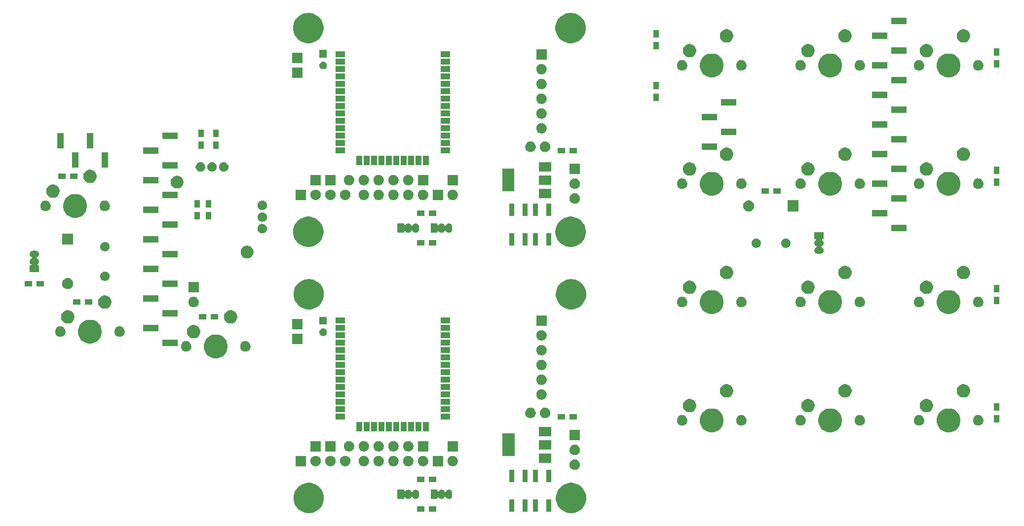
<source format=gbs>
G04 #@! TF.GenerationSoftware,KiCad,Pcbnew,(5.1.5)-3*
G04 #@! TF.CreationDate,2020-09-04T01:56:00+09:00*
G04 #@! TF.ProjectId,futureKeyboard,66757475-7265-44b6-9579-626f6172642e,rev?*
G04 #@! TF.SameCoordinates,Original*
G04 #@! TF.FileFunction,Soldermask,Bot*
G04 #@! TF.FilePolarity,Negative*
%FSLAX46Y46*%
G04 Gerber Fmt 4.6, Leading zero omitted, Abs format (unit mm)*
G04 Created by KiCad (PCBNEW (5.1.5)-3) date 2020-09-04 01:56:00*
%MOMM*%
%LPD*%
G04 APERTURE LIST*
%ADD10C,0.100000*%
G04 APERTURE END LIST*
D10*
G36*
X117348210Y-107935055D02*
G01*
X117599850Y-107985109D01*
X118073930Y-108181479D01*
X118500590Y-108466565D01*
X118863435Y-108829410D01*
X119148521Y-109256070D01*
X119344891Y-109730150D01*
X119344891Y-109730151D01*
X119420110Y-110108297D01*
X119445000Y-110233430D01*
X119445000Y-110746570D01*
X119344891Y-111249850D01*
X119148521Y-111723930D01*
X118863435Y-112150590D01*
X118500590Y-112513435D01*
X118073930Y-112798521D01*
X117599850Y-112994891D01*
X117348210Y-113044946D01*
X117096571Y-113095000D01*
X116583429Y-113095000D01*
X116331790Y-113044946D01*
X116080150Y-112994891D01*
X115606070Y-112798521D01*
X115179410Y-112513435D01*
X114816565Y-112150590D01*
X114531479Y-111723930D01*
X114335109Y-111249850D01*
X114235000Y-110746570D01*
X114235000Y-110233430D01*
X114259891Y-110108297D01*
X114335109Y-109730151D01*
X114335109Y-109730150D01*
X114531479Y-109256070D01*
X114816565Y-108829410D01*
X115179410Y-108466565D01*
X115606070Y-108181479D01*
X116080150Y-107985109D01*
X116331790Y-107935055D01*
X116583429Y-107885000D01*
X117096571Y-107885000D01*
X117348210Y-107935055D01*
G37*
G36*
X72348210Y-107935055D02*
G01*
X72599850Y-107985109D01*
X73073930Y-108181479D01*
X73500590Y-108466565D01*
X73863435Y-108829410D01*
X74148521Y-109256070D01*
X74344891Y-109730150D01*
X74344891Y-109730151D01*
X74420110Y-110108297D01*
X74445000Y-110233430D01*
X74445000Y-110746570D01*
X74344891Y-111249850D01*
X74148521Y-111723930D01*
X73863435Y-112150590D01*
X73500590Y-112513435D01*
X73073930Y-112798521D01*
X72599850Y-112994891D01*
X72348210Y-113044946D01*
X72096571Y-113095000D01*
X71583429Y-113095000D01*
X71331790Y-113044946D01*
X71080150Y-112994891D01*
X70606070Y-112798521D01*
X70179410Y-112513435D01*
X69816565Y-112150590D01*
X69531479Y-111723930D01*
X69335109Y-111249850D01*
X69235000Y-110746570D01*
X69235000Y-110233430D01*
X69259891Y-110108297D01*
X69335109Y-109730151D01*
X69335109Y-109730150D01*
X69531479Y-109256070D01*
X69816565Y-108829410D01*
X70179410Y-108466565D01*
X70606070Y-108181479D01*
X71080150Y-107985109D01*
X71331790Y-107935055D01*
X71583429Y-107885000D01*
X72096571Y-107885000D01*
X72348210Y-107935055D01*
G37*
G36*
X93742000Y-112846000D02*
G01*
X92440000Y-112846000D01*
X92440000Y-111944000D01*
X93742000Y-111944000D01*
X93742000Y-112846000D01*
G37*
G36*
X91710000Y-112846000D02*
G01*
X90408000Y-112846000D01*
X90408000Y-111944000D01*
X91710000Y-111944000D01*
X91710000Y-112846000D01*
G37*
G36*
X113456000Y-112811000D02*
G01*
X112604000Y-112811000D01*
X112604000Y-110709000D01*
X113456000Y-110709000D01*
X113456000Y-112811000D01*
G37*
G36*
X111170000Y-112811000D02*
G01*
X110318000Y-112811000D01*
X110318000Y-110709000D01*
X111170000Y-110709000D01*
X111170000Y-112811000D01*
G37*
G36*
X107106000Y-112811000D02*
G01*
X106254000Y-112811000D01*
X106254000Y-110709000D01*
X107106000Y-110709000D01*
X107106000Y-112811000D01*
G37*
G36*
X109392000Y-112811000D02*
G01*
X108540000Y-112811000D01*
X108540000Y-110709000D01*
X109392000Y-110709000D01*
X109392000Y-112811000D01*
G37*
G36*
X95997915Y-109062334D02*
G01*
X96106491Y-109095271D01*
X96106494Y-109095272D01*
X96142600Y-109114571D01*
X96206556Y-109148756D01*
X96294264Y-109220736D01*
X96366244Y-109308443D01*
X96400429Y-109372399D01*
X96419728Y-109408505D01*
X96419729Y-109408508D01*
X96452666Y-109517084D01*
X96461000Y-109601702D01*
X96461000Y-110108297D01*
X96452666Y-110192916D01*
X96420252Y-110299767D01*
X96419728Y-110301495D01*
X96409761Y-110320141D01*
X96366244Y-110401557D01*
X96294264Y-110489264D01*
X96206557Y-110561244D01*
X96142601Y-110595429D01*
X96106495Y-110614728D01*
X96106492Y-110614729D01*
X95997916Y-110647666D01*
X95885000Y-110658787D01*
X95772085Y-110647666D01*
X95663509Y-110614729D01*
X95663506Y-110614728D01*
X95627400Y-110595429D01*
X95563444Y-110561244D01*
X95475737Y-110489264D01*
X95403757Y-110401557D01*
X95360239Y-110320141D01*
X95346625Y-110299766D01*
X95329298Y-110282439D01*
X95308924Y-110268826D01*
X95286285Y-110259448D01*
X95262252Y-110254668D01*
X95237748Y-110254668D01*
X95213715Y-110259448D01*
X95191076Y-110268826D01*
X95170701Y-110282440D01*
X95153374Y-110299767D01*
X95139761Y-110320141D01*
X95096244Y-110401557D01*
X95024264Y-110489264D01*
X94936557Y-110561244D01*
X94872601Y-110595429D01*
X94836495Y-110614728D01*
X94836492Y-110614729D01*
X94727916Y-110647666D01*
X94615000Y-110658787D01*
X94502085Y-110647666D01*
X94393509Y-110614729D01*
X94393506Y-110614728D01*
X94357400Y-110595429D01*
X94293444Y-110561244D01*
X94205737Y-110489264D01*
X94142622Y-110412359D01*
X94125297Y-110395034D01*
X94104923Y-110381420D01*
X94082284Y-110372043D01*
X94058250Y-110367263D01*
X94033746Y-110367263D01*
X94009713Y-110372044D01*
X93987074Y-110381421D01*
X93966700Y-110395035D01*
X93949373Y-110412362D01*
X93935759Y-110432736D01*
X93926382Y-110455375D01*
X93921000Y-110491660D01*
X93921000Y-110656000D01*
X92769000Y-110656000D01*
X92769000Y-109054000D01*
X93921000Y-109054000D01*
X93921000Y-109218341D01*
X93923402Y-109242727D01*
X93930515Y-109266176D01*
X93942066Y-109287787D01*
X93957611Y-109306729D01*
X93976553Y-109322274D01*
X93998164Y-109333825D01*
X94021613Y-109340938D01*
X94045999Y-109343340D01*
X94070385Y-109340938D01*
X94093834Y-109333825D01*
X94115445Y-109322274D01*
X94134387Y-109306729D01*
X94142608Y-109297657D01*
X94205736Y-109220736D01*
X94293443Y-109148756D01*
X94357399Y-109114571D01*
X94393505Y-109095272D01*
X94393508Y-109095271D01*
X94502084Y-109062334D01*
X94615000Y-109051213D01*
X94727915Y-109062334D01*
X94836491Y-109095271D01*
X94836494Y-109095272D01*
X94872600Y-109114571D01*
X94936556Y-109148756D01*
X95024264Y-109220736D01*
X95096244Y-109308443D01*
X95139761Y-109389859D01*
X95153375Y-109410234D01*
X95170702Y-109427561D01*
X95191076Y-109441174D01*
X95213715Y-109450552D01*
X95237748Y-109455332D01*
X95262252Y-109455332D01*
X95286285Y-109450552D01*
X95308924Y-109441174D01*
X95329299Y-109427560D01*
X95346626Y-109410233D01*
X95360239Y-109389860D01*
X95403756Y-109308444D01*
X95475736Y-109220736D01*
X95563443Y-109148756D01*
X95627399Y-109114571D01*
X95663505Y-109095272D01*
X95663508Y-109095271D01*
X95772084Y-109062334D01*
X95885000Y-109051213D01*
X95997915Y-109062334D01*
G37*
G36*
X90282915Y-109062334D02*
G01*
X90391491Y-109095271D01*
X90391494Y-109095272D01*
X90427600Y-109114571D01*
X90491556Y-109148756D01*
X90579264Y-109220736D01*
X90651244Y-109308443D01*
X90685429Y-109372399D01*
X90704728Y-109408505D01*
X90704729Y-109408508D01*
X90737666Y-109517084D01*
X90746000Y-109601702D01*
X90746000Y-110108297D01*
X90737666Y-110192916D01*
X90705252Y-110299767D01*
X90704728Y-110301495D01*
X90694761Y-110320141D01*
X90651244Y-110401557D01*
X90579264Y-110489264D01*
X90491557Y-110561244D01*
X90427601Y-110595429D01*
X90391495Y-110614728D01*
X90391492Y-110614729D01*
X90282916Y-110647666D01*
X90170000Y-110658787D01*
X90057085Y-110647666D01*
X89948509Y-110614729D01*
X89948506Y-110614728D01*
X89912400Y-110595429D01*
X89848444Y-110561244D01*
X89760737Y-110489264D01*
X89688757Y-110401557D01*
X89645239Y-110320141D01*
X89631625Y-110299766D01*
X89614298Y-110282439D01*
X89593924Y-110268826D01*
X89571285Y-110259448D01*
X89547252Y-110254668D01*
X89522748Y-110254668D01*
X89498715Y-110259448D01*
X89476076Y-110268826D01*
X89455701Y-110282440D01*
X89438374Y-110299767D01*
X89424761Y-110320141D01*
X89381244Y-110401557D01*
X89309264Y-110489264D01*
X89221557Y-110561244D01*
X89157601Y-110595429D01*
X89121495Y-110614728D01*
X89121492Y-110614729D01*
X89012916Y-110647666D01*
X88900000Y-110658787D01*
X88787085Y-110647666D01*
X88678509Y-110614729D01*
X88678506Y-110614728D01*
X88642400Y-110595429D01*
X88578444Y-110561244D01*
X88490737Y-110489264D01*
X88427622Y-110412359D01*
X88410297Y-110395034D01*
X88389923Y-110381420D01*
X88367284Y-110372043D01*
X88343250Y-110367263D01*
X88318746Y-110367263D01*
X88294713Y-110372044D01*
X88272074Y-110381421D01*
X88251700Y-110395035D01*
X88234373Y-110412362D01*
X88220759Y-110432736D01*
X88211382Y-110455375D01*
X88206000Y-110491660D01*
X88206000Y-110656000D01*
X87054000Y-110656000D01*
X87054000Y-109054000D01*
X88206000Y-109054000D01*
X88206000Y-109218341D01*
X88208402Y-109242727D01*
X88215515Y-109266176D01*
X88227066Y-109287787D01*
X88242611Y-109306729D01*
X88261553Y-109322274D01*
X88283164Y-109333825D01*
X88306613Y-109340938D01*
X88330999Y-109343340D01*
X88355385Y-109340938D01*
X88378834Y-109333825D01*
X88400445Y-109322274D01*
X88419387Y-109306729D01*
X88427608Y-109297657D01*
X88490736Y-109220736D01*
X88578443Y-109148756D01*
X88642399Y-109114571D01*
X88678505Y-109095272D01*
X88678508Y-109095271D01*
X88787084Y-109062334D01*
X88900000Y-109051213D01*
X89012915Y-109062334D01*
X89121491Y-109095271D01*
X89121494Y-109095272D01*
X89157600Y-109114571D01*
X89221556Y-109148756D01*
X89309264Y-109220736D01*
X89381244Y-109308443D01*
X89424761Y-109389859D01*
X89438375Y-109410234D01*
X89455702Y-109427561D01*
X89476076Y-109441174D01*
X89498715Y-109450552D01*
X89522748Y-109455332D01*
X89547252Y-109455332D01*
X89571285Y-109450552D01*
X89593924Y-109441174D01*
X89614299Y-109427560D01*
X89631626Y-109410233D01*
X89645239Y-109389860D01*
X89688756Y-109308444D01*
X89760736Y-109220736D01*
X89848443Y-109148756D01*
X89912399Y-109114571D01*
X89948505Y-109095272D01*
X89948508Y-109095271D01*
X90057084Y-109062334D01*
X90170000Y-109051213D01*
X90282915Y-109062334D01*
G37*
G36*
X91710000Y-107766000D02*
G01*
X90408000Y-107766000D01*
X90408000Y-106864000D01*
X91710000Y-106864000D01*
X91710000Y-107766000D01*
G37*
G36*
X93742000Y-107766000D02*
G01*
X92440000Y-107766000D01*
X92440000Y-106864000D01*
X93742000Y-106864000D01*
X93742000Y-107766000D01*
G37*
G36*
X111170000Y-107731000D02*
G01*
X110318000Y-107731000D01*
X110318000Y-105629000D01*
X111170000Y-105629000D01*
X111170000Y-107731000D01*
G37*
G36*
X113456000Y-107731000D02*
G01*
X112604000Y-107731000D01*
X112604000Y-105629000D01*
X113456000Y-105629000D01*
X113456000Y-107731000D01*
G37*
G36*
X109392000Y-107731000D02*
G01*
X108540000Y-107731000D01*
X108540000Y-105629000D01*
X109392000Y-105629000D01*
X109392000Y-107731000D01*
G37*
G36*
X107106000Y-107731000D02*
G01*
X106254000Y-107731000D01*
X106254000Y-105629000D01*
X107106000Y-105629000D01*
X107106000Y-107731000D01*
G37*
G36*
X117579769Y-103877188D02*
G01*
X117737812Y-103908624D01*
X117901784Y-103976544D01*
X118049354Y-104075147D01*
X118174853Y-104200646D01*
X118273456Y-104348216D01*
X118341376Y-104512188D01*
X118376000Y-104686259D01*
X118376000Y-104863741D01*
X118341376Y-105037812D01*
X118273456Y-105201784D01*
X118174853Y-105349354D01*
X118049354Y-105474853D01*
X117901784Y-105573456D01*
X117737812Y-105641376D01*
X117588512Y-105671073D01*
X117563742Y-105676000D01*
X117386258Y-105676000D01*
X117361488Y-105671073D01*
X117212188Y-105641376D01*
X117048216Y-105573456D01*
X116900646Y-105474853D01*
X116775147Y-105349354D01*
X116676544Y-105201784D01*
X116608624Y-105037812D01*
X116574000Y-104863741D01*
X116574000Y-104686259D01*
X116608624Y-104512188D01*
X116676544Y-104348216D01*
X116775147Y-104200646D01*
X116900646Y-104075147D01*
X117048216Y-103976544D01*
X117212188Y-103908624D01*
X117370231Y-103877188D01*
X117386258Y-103874000D01*
X117563742Y-103874000D01*
X117579769Y-103877188D01*
G37*
G36*
X75678512Y-103243927D02*
G01*
X75827812Y-103273624D01*
X75991784Y-103341544D01*
X76139354Y-103440147D01*
X76264853Y-103565646D01*
X76363456Y-103713216D01*
X76431376Y-103877188D01*
X76466000Y-104051259D01*
X76466000Y-104228741D01*
X76431376Y-104402812D01*
X76363456Y-104566784D01*
X76264853Y-104714354D01*
X76139354Y-104839853D01*
X75991784Y-104938456D01*
X75827812Y-105006376D01*
X75678512Y-105036073D01*
X75653742Y-105041000D01*
X75476258Y-105041000D01*
X75451488Y-105036073D01*
X75302188Y-105006376D01*
X75138216Y-104938456D01*
X74990646Y-104839853D01*
X74865147Y-104714354D01*
X74766544Y-104566784D01*
X74698624Y-104402812D01*
X74664000Y-104228741D01*
X74664000Y-104051259D01*
X74698624Y-103877188D01*
X74766544Y-103713216D01*
X74865147Y-103565646D01*
X74990646Y-103440147D01*
X75138216Y-103341544D01*
X75302188Y-103273624D01*
X75451488Y-103243927D01*
X75476258Y-103239000D01*
X75653742Y-103239000D01*
X75678512Y-103243927D01*
G37*
G36*
X81393512Y-103243927D02*
G01*
X81542812Y-103273624D01*
X81706784Y-103341544D01*
X81854354Y-103440147D01*
X81979853Y-103565646D01*
X82078456Y-103713216D01*
X82146376Y-103877188D01*
X82181000Y-104051259D01*
X82181000Y-104228741D01*
X82146376Y-104402812D01*
X82078456Y-104566784D01*
X81979853Y-104714354D01*
X81854354Y-104839853D01*
X81706784Y-104938456D01*
X81542812Y-105006376D01*
X81393512Y-105036073D01*
X81368742Y-105041000D01*
X81191258Y-105041000D01*
X81166488Y-105036073D01*
X81017188Y-105006376D01*
X80853216Y-104938456D01*
X80705646Y-104839853D01*
X80580147Y-104714354D01*
X80481544Y-104566784D01*
X80413624Y-104402812D01*
X80379000Y-104228741D01*
X80379000Y-104051259D01*
X80413624Y-103877188D01*
X80481544Y-103713216D01*
X80580147Y-103565646D01*
X80705646Y-103440147D01*
X80853216Y-103341544D01*
X81017188Y-103273624D01*
X81166488Y-103243927D01*
X81191258Y-103239000D01*
X81368742Y-103239000D01*
X81393512Y-103243927D01*
G37*
G36*
X83933512Y-103243927D02*
G01*
X84082812Y-103273624D01*
X84246784Y-103341544D01*
X84394354Y-103440147D01*
X84519853Y-103565646D01*
X84618456Y-103713216D01*
X84686376Y-103877188D01*
X84721000Y-104051259D01*
X84721000Y-104228741D01*
X84686376Y-104402812D01*
X84618456Y-104566784D01*
X84519853Y-104714354D01*
X84394354Y-104839853D01*
X84246784Y-104938456D01*
X84082812Y-105006376D01*
X83933512Y-105036073D01*
X83908742Y-105041000D01*
X83731258Y-105041000D01*
X83706488Y-105036073D01*
X83557188Y-105006376D01*
X83393216Y-104938456D01*
X83245646Y-104839853D01*
X83120147Y-104714354D01*
X83021544Y-104566784D01*
X82953624Y-104402812D01*
X82919000Y-104228741D01*
X82919000Y-104051259D01*
X82953624Y-103877188D01*
X83021544Y-103713216D01*
X83120147Y-103565646D01*
X83245646Y-103440147D01*
X83393216Y-103341544D01*
X83557188Y-103273624D01*
X83706488Y-103243927D01*
X83731258Y-103239000D01*
X83908742Y-103239000D01*
X83933512Y-103243927D01*
G37*
G36*
X86473512Y-103243927D02*
G01*
X86622812Y-103273624D01*
X86786784Y-103341544D01*
X86934354Y-103440147D01*
X87059853Y-103565646D01*
X87158456Y-103713216D01*
X87226376Y-103877188D01*
X87261000Y-104051259D01*
X87261000Y-104228741D01*
X87226376Y-104402812D01*
X87158456Y-104566784D01*
X87059853Y-104714354D01*
X86934354Y-104839853D01*
X86786784Y-104938456D01*
X86622812Y-105006376D01*
X86473512Y-105036073D01*
X86448742Y-105041000D01*
X86271258Y-105041000D01*
X86246488Y-105036073D01*
X86097188Y-105006376D01*
X85933216Y-104938456D01*
X85785646Y-104839853D01*
X85660147Y-104714354D01*
X85561544Y-104566784D01*
X85493624Y-104402812D01*
X85459000Y-104228741D01*
X85459000Y-104051259D01*
X85493624Y-103877188D01*
X85561544Y-103713216D01*
X85660147Y-103565646D01*
X85785646Y-103440147D01*
X85933216Y-103341544D01*
X86097188Y-103273624D01*
X86246488Y-103243927D01*
X86271258Y-103239000D01*
X86448742Y-103239000D01*
X86473512Y-103243927D01*
G37*
G36*
X89013512Y-103243927D02*
G01*
X89162812Y-103273624D01*
X89326784Y-103341544D01*
X89474354Y-103440147D01*
X89599853Y-103565646D01*
X89698456Y-103713216D01*
X89766376Y-103877188D01*
X89801000Y-104051259D01*
X89801000Y-104228741D01*
X89766376Y-104402812D01*
X89698456Y-104566784D01*
X89599853Y-104714354D01*
X89474354Y-104839853D01*
X89326784Y-104938456D01*
X89162812Y-105006376D01*
X89013512Y-105036073D01*
X88988742Y-105041000D01*
X88811258Y-105041000D01*
X88786488Y-105036073D01*
X88637188Y-105006376D01*
X88473216Y-104938456D01*
X88325646Y-104839853D01*
X88200147Y-104714354D01*
X88101544Y-104566784D01*
X88033624Y-104402812D01*
X87999000Y-104228741D01*
X87999000Y-104051259D01*
X88033624Y-103877188D01*
X88101544Y-103713216D01*
X88200147Y-103565646D01*
X88325646Y-103440147D01*
X88473216Y-103341544D01*
X88637188Y-103273624D01*
X88786488Y-103243927D01*
X88811258Y-103239000D01*
X88988742Y-103239000D01*
X89013512Y-103243927D01*
G37*
G36*
X91553512Y-103243927D02*
G01*
X91702812Y-103273624D01*
X91866784Y-103341544D01*
X92014354Y-103440147D01*
X92139853Y-103565646D01*
X92238456Y-103713216D01*
X92306376Y-103877188D01*
X92341000Y-104051259D01*
X92341000Y-104228741D01*
X92306376Y-104402812D01*
X92238456Y-104566784D01*
X92139853Y-104714354D01*
X92014354Y-104839853D01*
X91866784Y-104938456D01*
X91702812Y-105006376D01*
X91553512Y-105036073D01*
X91528742Y-105041000D01*
X91351258Y-105041000D01*
X91326488Y-105036073D01*
X91177188Y-105006376D01*
X91013216Y-104938456D01*
X90865646Y-104839853D01*
X90740147Y-104714354D01*
X90641544Y-104566784D01*
X90573624Y-104402812D01*
X90539000Y-104228741D01*
X90539000Y-104051259D01*
X90573624Y-103877188D01*
X90641544Y-103713216D01*
X90740147Y-103565646D01*
X90865646Y-103440147D01*
X91013216Y-103341544D01*
X91177188Y-103273624D01*
X91326488Y-103243927D01*
X91351258Y-103239000D01*
X91528742Y-103239000D01*
X91553512Y-103243927D01*
G37*
G36*
X78218512Y-103243927D02*
G01*
X78367812Y-103273624D01*
X78531784Y-103341544D01*
X78679354Y-103440147D01*
X78804853Y-103565646D01*
X78903456Y-103713216D01*
X78971376Y-103877188D01*
X79006000Y-104051259D01*
X79006000Y-104228741D01*
X78971376Y-104402812D01*
X78903456Y-104566784D01*
X78804853Y-104714354D01*
X78679354Y-104839853D01*
X78531784Y-104938456D01*
X78367812Y-105006376D01*
X78218512Y-105036073D01*
X78193742Y-105041000D01*
X78016258Y-105041000D01*
X77991488Y-105036073D01*
X77842188Y-105006376D01*
X77678216Y-104938456D01*
X77530646Y-104839853D01*
X77405147Y-104714354D01*
X77306544Y-104566784D01*
X77238624Y-104402812D01*
X77204000Y-104228741D01*
X77204000Y-104051259D01*
X77238624Y-103877188D01*
X77306544Y-103713216D01*
X77405147Y-103565646D01*
X77530646Y-103440147D01*
X77678216Y-103341544D01*
X77842188Y-103273624D01*
X77991488Y-103243927D01*
X78016258Y-103239000D01*
X78193742Y-103239000D01*
X78218512Y-103243927D01*
G37*
G36*
X73138512Y-103243927D02*
G01*
X73287812Y-103273624D01*
X73451784Y-103341544D01*
X73599354Y-103440147D01*
X73724853Y-103565646D01*
X73823456Y-103713216D01*
X73891376Y-103877188D01*
X73926000Y-104051259D01*
X73926000Y-104228741D01*
X73891376Y-104402812D01*
X73823456Y-104566784D01*
X73724853Y-104714354D01*
X73599354Y-104839853D01*
X73451784Y-104938456D01*
X73287812Y-105006376D01*
X73138512Y-105036073D01*
X73113742Y-105041000D01*
X72936258Y-105041000D01*
X72911488Y-105036073D01*
X72762188Y-105006376D01*
X72598216Y-104938456D01*
X72450646Y-104839853D01*
X72325147Y-104714354D01*
X72226544Y-104566784D01*
X72158624Y-104402812D01*
X72124000Y-104228741D01*
X72124000Y-104051259D01*
X72158624Y-103877188D01*
X72226544Y-103713216D01*
X72325147Y-103565646D01*
X72450646Y-103440147D01*
X72598216Y-103341544D01*
X72762188Y-103273624D01*
X72911488Y-103243927D01*
X72936258Y-103239000D01*
X73113742Y-103239000D01*
X73138512Y-103243927D01*
G37*
G36*
X96633512Y-103243927D02*
G01*
X96782812Y-103273624D01*
X96946784Y-103341544D01*
X97094354Y-103440147D01*
X97219853Y-103565646D01*
X97318456Y-103713216D01*
X97386376Y-103877188D01*
X97421000Y-104051259D01*
X97421000Y-104228741D01*
X97386376Y-104402812D01*
X97318456Y-104566784D01*
X97219853Y-104714354D01*
X97094354Y-104839853D01*
X96946784Y-104938456D01*
X96782812Y-105006376D01*
X96633512Y-105036073D01*
X96608742Y-105041000D01*
X96431258Y-105041000D01*
X96406488Y-105036073D01*
X96257188Y-105006376D01*
X96093216Y-104938456D01*
X95945646Y-104839853D01*
X95820147Y-104714354D01*
X95721544Y-104566784D01*
X95653624Y-104402812D01*
X95619000Y-104228741D01*
X95619000Y-104051259D01*
X95653624Y-103877188D01*
X95721544Y-103713216D01*
X95820147Y-103565646D01*
X95945646Y-103440147D01*
X96093216Y-103341544D01*
X96257188Y-103273624D01*
X96406488Y-103243927D01*
X96431258Y-103239000D01*
X96608742Y-103239000D01*
X96633512Y-103243927D01*
G37*
G36*
X71386000Y-105041000D02*
G01*
X69584000Y-105041000D01*
X69584000Y-103239000D01*
X71386000Y-103239000D01*
X71386000Y-105041000D01*
G37*
G36*
X94881000Y-105041000D02*
G01*
X93079000Y-105041000D01*
X93079000Y-103239000D01*
X94881000Y-103239000D01*
X94881000Y-105041000D01*
G37*
G36*
X113446000Y-104461000D02*
G01*
X111344000Y-104461000D01*
X111344000Y-102859000D01*
X113446000Y-102859000D01*
X113446000Y-104461000D01*
G37*
G36*
X107146000Y-103311000D02*
G01*
X105044000Y-103311000D01*
X105044000Y-99409000D01*
X107146000Y-99409000D01*
X107146000Y-103311000D01*
G37*
G36*
X117579769Y-101337188D02*
G01*
X117737812Y-101368624D01*
X117901784Y-101436544D01*
X118049354Y-101535147D01*
X118174853Y-101660646D01*
X118273456Y-101808216D01*
X118341376Y-101972188D01*
X118376000Y-102146259D01*
X118376000Y-102323741D01*
X118341376Y-102497812D01*
X118273456Y-102661784D01*
X118174853Y-102809354D01*
X118049354Y-102934853D01*
X117901784Y-103033456D01*
X117737812Y-103101376D01*
X117588512Y-103131073D01*
X117563742Y-103136000D01*
X117386258Y-103136000D01*
X117361488Y-103131073D01*
X117212188Y-103101376D01*
X117048216Y-103033456D01*
X116900646Y-102934853D01*
X116775147Y-102809354D01*
X116676544Y-102661784D01*
X116608624Y-102497812D01*
X116574000Y-102323741D01*
X116574000Y-102146259D01*
X116608624Y-101972188D01*
X116676544Y-101808216D01*
X116775147Y-101660646D01*
X116900646Y-101535147D01*
X117048216Y-101436544D01*
X117212188Y-101368624D01*
X117370231Y-101337188D01*
X117386258Y-101334000D01*
X117563742Y-101334000D01*
X117579769Y-101337188D01*
G37*
G36*
X89013512Y-100703927D02*
G01*
X89162812Y-100733624D01*
X89326784Y-100801544D01*
X89474354Y-100900147D01*
X89599853Y-101025646D01*
X89698456Y-101173216D01*
X89766376Y-101337188D01*
X89801000Y-101511259D01*
X89801000Y-101688741D01*
X89766376Y-101862812D01*
X89698456Y-102026784D01*
X89599853Y-102174354D01*
X89474354Y-102299853D01*
X89326784Y-102398456D01*
X89162812Y-102466376D01*
X89013512Y-102496073D01*
X88988742Y-102501000D01*
X88811258Y-102501000D01*
X88786488Y-102496073D01*
X88637188Y-102466376D01*
X88473216Y-102398456D01*
X88325646Y-102299853D01*
X88200147Y-102174354D01*
X88101544Y-102026784D01*
X88033624Y-101862812D01*
X87999000Y-101688741D01*
X87999000Y-101511259D01*
X88033624Y-101337188D01*
X88101544Y-101173216D01*
X88200147Y-101025646D01*
X88325646Y-100900147D01*
X88473216Y-100801544D01*
X88637188Y-100733624D01*
X88786488Y-100703927D01*
X88811258Y-100699000D01*
X88988742Y-100699000D01*
X89013512Y-100703927D01*
G37*
G36*
X97421000Y-102501000D02*
G01*
X95619000Y-102501000D01*
X95619000Y-100699000D01*
X97421000Y-100699000D01*
X97421000Y-102501000D01*
G37*
G36*
X81393512Y-100703927D02*
G01*
X81542812Y-100733624D01*
X81706784Y-100801544D01*
X81854354Y-100900147D01*
X81979853Y-101025646D01*
X82078456Y-101173216D01*
X82146376Y-101337188D01*
X82181000Y-101511259D01*
X82181000Y-101688741D01*
X82146376Y-101862812D01*
X82078456Y-102026784D01*
X81979853Y-102174354D01*
X81854354Y-102299853D01*
X81706784Y-102398456D01*
X81542812Y-102466376D01*
X81393512Y-102496073D01*
X81368742Y-102501000D01*
X81191258Y-102501000D01*
X81166488Y-102496073D01*
X81017188Y-102466376D01*
X80853216Y-102398456D01*
X80705646Y-102299853D01*
X80580147Y-102174354D01*
X80481544Y-102026784D01*
X80413624Y-101862812D01*
X80379000Y-101688741D01*
X80379000Y-101511259D01*
X80413624Y-101337188D01*
X80481544Y-101173216D01*
X80580147Y-101025646D01*
X80705646Y-100900147D01*
X80853216Y-100801544D01*
X81017188Y-100733624D01*
X81166488Y-100703927D01*
X81191258Y-100699000D01*
X81368742Y-100699000D01*
X81393512Y-100703927D01*
G37*
G36*
X78853512Y-100703927D02*
G01*
X79002812Y-100733624D01*
X79166784Y-100801544D01*
X79314354Y-100900147D01*
X79439853Y-101025646D01*
X79538456Y-101173216D01*
X79606376Y-101337188D01*
X79641000Y-101511259D01*
X79641000Y-101688741D01*
X79606376Y-101862812D01*
X79538456Y-102026784D01*
X79439853Y-102174354D01*
X79314354Y-102299853D01*
X79166784Y-102398456D01*
X79002812Y-102466376D01*
X78853512Y-102496073D01*
X78828742Y-102501000D01*
X78651258Y-102501000D01*
X78626488Y-102496073D01*
X78477188Y-102466376D01*
X78313216Y-102398456D01*
X78165646Y-102299853D01*
X78040147Y-102174354D01*
X77941544Y-102026784D01*
X77873624Y-101862812D01*
X77839000Y-101688741D01*
X77839000Y-101511259D01*
X77873624Y-101337188D01*
X77941544Y-101173216D01*
X78040147Y-101025646D01*
X78165646Y-100900147D01*
X78313216Y-100801544D01*
X78477188Y-100733624D01*
X78626488Y-100703927D01*
X78651258Y-100699000D01*
X78828742Y-100699000D01*
X78853512Y-100703927D01*
G37*
G36*
X76466000Y-102501000D02*
G01*
X74664000Y-102501000D01*
X74664000Y-100699000D01*
X76466000Y-100699000D01*
X76466000Y-102501000D01*
G37*
G36*
X73926000Y-102501000D02*
G01*
X72124000Y-102501000D01*
X72124000Y-100699000D01*
X73926000Y-100699000D01*
X73926000Y-102501000D01*
G37*
G36*
X92341000Y-102501000D02*
G01*
X90539000Y-102501000D01*
X90539000Y-100699000D01*
X92341000Y-100699000D01*
X92341000Y-102501000D01*
G37*
G36*
X86473512Y-100703927D02*
G01*
X86622812Y-100733624D01*
X86786784Y-100801544D01*
X86934354Y-100900147D01*
X87059853Y-101025646D01*
X87158456Y-101173216D01*
X87226376Y-101337188D01*
X87261000Y-101511259D01*
X87261000Y-101688741D01*
X87226376Y-101862812D01*
X87158456Y-102026784D01*
X87059853Y-102174354D01*
X86934354Y-102299853D01*
X86786784Y-102398456D01*
X86622812Y-102466376D01*
X86473512Y-102496073D01*
X86448742Y-102501000D01*
X86271258Y-102501000D01*
X86246488Y-102496073D01*
X86097188Y-102466376D01*
X85933216Y-102398456D01*
X85785646Y-102299853D01*
X85660147Y-102174354D01*
X85561544Y-102026784D01*
X85493624Y-101862812D01*
X85459000Y-101688741D01*
X85459000Y-101511259D01*
X85493624Y-101337188D01*
X85561544Y-101173216D01*
X85660147Y-101025646D01*
X85785646Y-100900147D01*
X85933216Y-100801544D01*
X86097188Y-100733624D01*
X86246488Y-100703927D01*
X86271258Y-100699000D01*
X86448742Y-100699000D01*
X86473512Y-100703927D01*
G37*
G36*
X83933512Y-100703927D02*
G01*
X84082812Y-100733624D01*
X84246784Y-100801544D01*
X84394354Y-100900147D01*
X84519853Y-101025646D01*
X84618456Y-101173216D01*
X84686376Y-101337188D01*
X84721000Y-101511259D01*
X84721000Y-101688741D01*
X84686376Y-101862812D01*
X84618456Y-102026784D01*
X84519853Y-102174354D01*
X84394354Y-102299853D01*
X84246784Y-102398456D01*
X84082812Y-102466376D01*
X83933512Y-102496073D01*
X83908742Y-102501000D01*
X83731258Y-102501000D01*
X83706488Y-102496073D01*
X83557188Y-102466376D01*
X83393216Y-102398456D01*
X83245646Y-102299853D01*
X83120147Y-102174354D01*
X83021544Y-102026784D01*
X82953624Y-101862812D01*
X82919000Y-101688741D01*
X82919000Y-101511259D01*
X82953624Y-101337188D01*
X83021544Y-101173216D01*
X83120147Y-101025646D01*
X83245646Y-100900147D01*
X83393216Y-100801544D01*
X83557188Y-100733624D01*
X83706488Y-100703927D01*
X83731258Y-100699000D01*
X83908742Y-100699000D01*
X83933512Y-100703927D01*
G37*
G36*
X113446000Y-102161000D02*
G01*
X111344000Y-102161000D01*
X111344000Y-100559000D01*
X113446000Y-100559000D01*
X113446000Y-102161000D01*
G37*
G36*
X118376000Y-100596000D02*
G01*
X116574000Y-100596000D01*
X116574000Y-98794000D01*
X118376000Y-98794000D01*
X118376000Y-100596000D01*
G37*
G36*
X113446000Y-99861000D02*
G01*
X111344000Y-99861000D01*
X111344000Y-98259000D01*
X113446000Y-98259000D01*
X113446000Y-99861000D01*
G37*
G36*
X182208254Y-95182818D02*
G01*
X182581511Y-95337426D01*
X182581513Y-95337427D01*
X182917436Y-95561884D01*
X183203116Y-95847564D01*
X183403736Y-96147812D01*
X183427574Y-96183489D01*
X183582182Y-96556746D01*
X183661000Y-96952993D01*
X183661000Y-97357007D01*
X183582182Y-97753254D01*
X183427574Y-98126511D01*
X183427573Y-98126513D01*
X183203116Y-98462436D01*
X182917436Y-98748116D01*
X182581513Y-98972573D01*
X182581512Y-98972574D01*
X182581511Y-98972574D01*
X182208254Y-99127182D01*
X181812007Y-99206000D01*
X181407993Y-99206000D01*
X181011746Y-99127182D01*
X180638489Y-98972574D01*
X180638488Y-98972574D01*
X180638487Y-98972573D01*
X180302564Y-98748116D01*
X180016884Y-98462436D01*
X179792427Y-98126513D01*
X179792426Y-98126511D01*
X179637818Y-97753254D01*
X179559000Y-97357007D01*
X179559000Y-96952993D01*
X179637818Y-96556746D01*
X179792426Y-96183489D01*
X179816265Y-96147812D01*
X180016884Y-95847564D01*
X180302564Y-95561884D01*
X180638487Y-95337427D01*
X180638489Y-95337426D01*
X181011746Y-95182818D01*
X181407993Y-95104000D01*
X181812007Y-95104000D01*
X182208254Y-95182818D01*
G37*
G36*
X141568254Y-95182818D02*
G01*
X141941511Y-95337426D01*
X141941513Y-95337427D01*
X142277436Y-95561884D01*
X142563116Y-95847564D01*
X142763736Y-96147812D01*
X142787574Y-96183489D01*
X142942182Y-96556746D01*
X143021000Y-96952993D01*
X143021000Y-97357007D01*
X142942182Y-97753254D01*
X142787574Y-98126511D01*
X142787573Y-98126513D01*
X142563116Y-98462436D01*
X142277436Y-98748116D01*
X141941513Y-98972573D01*
X141941512Y-98972574D01*
X141941511Y-98972574D01*
X141568254Y-99127182D01*
X141172007Y-99206000D01*
X140767993Y-99206000D01*
X140371746Y-99127182D01*
X139998489Y-98972574D01*
X139998488Y-98972574D01*
X139998487Y-98972573D01*
X139662564Y-98748116D01*
X139376884Y-98462436D01*
X139152427Y-98126513D01*
X139152426Y-98126511D01*
X138997818Y-97753254D01*
X138919000Y-97357007D01*
X138919000Y-96952993D01*
X138997818Y-96556746D01*
X139152426Y-96183489D01*
X139176265Y-96147812D01*
X139376884Y-95847564D01*
X139662564Y-95561884D01*
X139998487Y-95337427D01*
X139998489Y-95337426D01*
X140371746Y-95182818D01*
X140767993Y-95104000D01*
X141172007Y-95104000D01*
X141568254Y-95182818D01*
G37*
G36*
X161888254Y-95182818D02*
G01*
X162261511Y-95337426D01*
X162261513Y-95337427D01*
X162597436Y-95561884D01*
X162883116Y-95847564D01*
X163083736Y-96147812D01*
X163107574Y-96183489D01*
X163262182Y-96556746D01*
X163341000Y-96952993D01*
X163341000Y-97357007D01*
X163262182Y-97753254D01*
X163107574Y-98126511D01*
X163107573Y-98126513D01*
X162883116Y-98462436D01*
X162597436Y-98748116D01*
X162261513Y-98972573D01*
X162261512Y-98972574D01*
X162261511Y-98972574D01*
X161888254Y-99127182D01*
X161492007Y-99206000D01*
X161087993Y-99206000D01*
X160691746Y-99127182D01*
X160318489Y-98972574D01*
X160318488Y-98972574D01*
X160318487Y-98972573D01*
X159982564Y-98748116D01*
X159696884Y-98462436D01*
X159472427Y-98126513D01*
X159472426Y-98126511D01*
X159317818Y-97753254D01*
X159239000Y-97357007D01*
X159239000Y-96952993D01*
X159317818Y-96556746D01*
X159472426Y-96183489D01*
X159496265Y-96147812D01*
X159696884Y-95847564D01*
X159982564Y-95561884D01*
X160318487Y-95337427D01*
X160318489Y-95337426D01*
X160691746Y-95182818D01*
X161087993Y-95104000D01*
X161492007Y-95104000D01*
X161888254Y-95182818D01*
G37*
G36*
X87371000Y-99011000D02*
G01*
X86369000Y-99011000D01*
X86369000Y-97409000D01*
X87371000Y-97409000D01*
X87371000Y-99011000D01*
G37*
G36*
X82291000Y-99011000D02*
G01*
X81289000Y-99011000D01*
X81289000Y-97409000D01*
X82291000Y-97409000D01*
X82291000Y-99011000D01*
G37*
G36*
X83561000Y-99011000D02*
G01*
X82559000Y-99011000D01*
X82559000Y-97409000D01*
X83561000Y-97409000D01*
X83561000Y-99011000D01*
G37*
G36*
X84831000Y-99011000D02*
G01*
X83829000Y-99011000D01*
X83829000Y-97409000D01*
X84831000Y-97409000D01*
X84831000Y-99011000D01*
G37*
G36*
X86101000Y-99011000D02*
G01*
X85099000Y-99011000D01*
X85099000Y-97409000D01*
X86101000Y-97409000D01*
X86101000Y-99011000D01*
G37*
G36*
X81021000Y-99011000D02*
G01*
X80019000Y-99011000D01*
X80019000Y-97409000D01*
X81021000Y-97409000D01*
X81021000Y-99011000D01*
G37*
G36*
X88641000Y-99011000D02*
G01*
X87639000Y-99011000D01*
X87639000Y-97409000D01*
X88641000Y-97409000D01*
X88641000Y-99011000D01*
G37*
G36*
X89911000Y-99011000D02*
G01*
X88909000Y-99011000D01*
X88909000Y-97409000D01*
X89911000Y-97409000D01*
X89911000Y-99011000D01*
G37*
G36*
X91181000Y-99011000D02*
G01*
X90179000Y-99011000D01*
X90179000Y-97409000D01*
X91181000Y-97409000D01*
X91181000Y-99011000D01*
G37*
G36*
X92451000Y-99011000D02*
G01*
X91449000Y-99011000D01*
X91449000Y-97409000D01*
X92451000Y-97409000D01*
X92451000Y-99011000D01*
G37*
G36*
X136003512Y-96258927D02*
G01*
X136152812Y-96288624D01*
X136316784Y-96356544D01*
X136464354Y-96455147D01*
X136589853Y-96580646D01*
X136688456Y-96728216D01*
X136756376Y-96892188D01*
X136791000Y-97066259D01*
X136791000Y-97243741D01*
X136756376Y-97417812D01*
X136688456Y-97581784D01*
X136589853Y-97729354D01*
X136464354Y-97854853D01*
X136316784Y-97953456D01*
X136152812Y-98021376D01*
X136003512Y-98051073D01*
X135978742Y-98056000D01*
X135801258Y-98056000D01*
X135776488Y-98051073D01*
X135627188Y-98021376D01*
X135463216Y-97953456D01*
X135315646Y-97854853D01*
X135190147Y-97729354D01*
X135091544Y-97581784D01*
X135023624Y-97417812D01*
X134989000Y-97243741D01*
X134989000Y-97066259D01*
X135023624Y-96892188D01*
X135091544Y-96728216D01*
X135190147Y-96580646D01*
X135315646Y-96455147D01*
X135463216Y-96356544D01*
X135627188Y-96288624D01*
X135776488Y-96258927D01*
X135801258Y-96254000D01*
X135978742Y-96254000D01*
X136003512Y-96258927D01*
G37*
G36*
X186803512Y-96258927D02*
G01*
X186952812Y-96288624D01*
X187116784Y-96356544D01*
X187264354Y-96455147D01*
X187389853Y-96580646D01*
X187488456Y-96728216D01*
X187556376Y-96892188D01*
X187591000Y-97066259D01*
X187591000Y-97243741D01*
X187556376Y-97417812D01*
X187488456Y-97581784D01*
X187389853Y-97729354D01*
X187264354Y-97854853D01*
X187116784Y-97953456D01*
X186952812Y-98021376D01*
X186803512Y-98051073D01*
X186778742Y-98056000D01*
X186601258Y-98056000D01*
X186576488Y-98051073D01*
X186427188Y-98021376D01*
X186263216Y-97953456D01*
X186115646Y-97854853D01*
X185990147Y-97729354D01*
X185891544Y-97581784D01*
X185823624Y-97417812D01*
X185789000Y-97243741D01*
X185789000Y-97066259D01*
X185823624Y-96892188D01*
X185891544Y-96728216D01*
X185990147Y-96580646D01*
X186115646Y-96455147D01*
X186263216Y-96356544D01*
X186427188Y-96288624D01*
X186576488Y-96258927D01*
X186601258Y-96254000D01*
X186778742Y-96254000D01*
X186803512Y-96258927D01*
G37*
G36*
X176643512Y-96258927D02*
G01*
X176792812Y-96288624D01*
X176956784Y-96356544D01*
X177104354Y-96455147D01*
X177229853Y-96580646D01*
X177328456Y-96728216D01*
X177396376Y-96892188D01*
X177431000Y-97066259D01*
X177431000Y-97243741D01*
X177396376Y-97417812D01*
X177328456Y-97581784D01*
X177229853Y-97729354D01*
X177104354Y-97854853D01*
X176956784Y-97953456D01*
X176792812Y-98021376D01*
X176643512Y-98051073D01*
X176618742Y-98056000D01*
X176441258Y-98056000D01*
X176416488Y-98051073D01*
X176267188Y-98021376D01*
X176103216Y-97953456D01*
X175955646Y-97854853D01*
X175830147Y-97729354D01*
X175731544Y-97581784D01*
X175663624Y-97417812D01*
X175629000Y-97243741D01*
X175629000Y-97066259D01*
X175663624Y-96892188D01*
X175731544Y-96728216D01*
X175830147Y-96580646D01*
X175955646Y-96455147D01*
X176103216Y-96356544D01*
X176267188Y-96288624D01*
X176416488Y-96258927D01*
X176441258Y-96254000D01*
X176618742Y-96254000D01*
X176643512Y-96258927D01*
G37*
G36*
X166483512Y-96258927D02*
G01*
X166632812Y-96288624D01*
X166796784Y-96356544D01*
X166944354Y-96455147D01*
X167069853Y-96580646D01*
X167168456Y-96728216D01*
X167236376Y-96892188D01*
X167271000Y-97066259D01*
X167271000Y-97243741D01*
X167236376Y-97417812D01*
X167168456Y-97581784D01*
X167069853Y-97729354D01*
X166944354Y-97854853D01*
X166796784Y-97953456D01*
X166632812Y-98021376D01*
X166483512Y-98051073D01*
X166458742Y-98056000D01*
X166281258Y-98056000D01*
X166256488Y-98051073D01*
X166107188Y-98021376D01*
X165943216Y-97953456D01*
X165795646Y-97854853D01*
X165670147Y-97729354D01*
X165571544Y-97581784D01*
X165503624Y-97417812D01*
X165469000Y-97243741D01*
X165469000Y-97066259D01*
X165503624Y-96892188D01*
X165571544Y-96728216D01*
X165670147Y-96580646D01*
X165795646Y-96455147D01*
X165943216Y-96356544D01*
X166107188Y-96288624D01*
X166256488Y-96258927D01*
X166281258Y-96254000D01*
X166458742Y-96254000D01*
X166483512Y-96258927D01*
G37*
G36*
X156323512Y-96258927D02*
G01*
X156472812Y-96288624D01*
X156636784Y-96356544D01*
X156784354Y-96455147D01*
X156909853Y-96580646D01*
X157008456Y-96728216D01*
X157076376Y-96892188D01*
X157111000Y-97066259D01*
X157111000Y-97243741D01*
X157076376Y-97417812D01*
X157008456Y-97581784D01*
X156909853Y-97729354D01*
X156784354Y-97854853D01*
X156636784Y-97953456D01*
X156472812Y-98021376D01*
X156323512Y-98051073D01*
X156298742Y-98056000D01*
X156121258Y-98056000D01*
X156096488Y-98051073D01*
X155947188Y-98021376D01*
X155783216Y-97953456D01*
X155635646Y-97854853D01*
X155510147Y-97729354D01*
X155411544Y-97581784D01*
X155343624Y-97417812D01*
X155309000Y-97243741D01*
X155309000Y-97066259D01*
X155343624Y-96892188D01*
X155411544Y-96728216D01*
X155510147Y-96580646D01*
X155635646Y-96455147D01*
X155783216Y-96356544D01*
X155947188Y-96288624D01*
X156096488Y-96258927D01*
X156121258Y-96254000D01*
X156298742Y-96254000D01*
X156323512Y-96258927D01*
G37*
G36*
X146163512Y-96258927D02*
G01*
X146312812Y-96288624D01*
X146476784Y-96356544D01*
X146624354Y-96455147D01*
X146749853Y-96580646D01*
X146848456Y-96728216D01*
X146916376Y-96892188D01*
X146951000Y-97066259D01*
X146951000Y-97243741D01*
X146916376Y-97417812D01*
X146848456Y-97581784D01*
X146749853Y-97729354D01*
X146624354Y-97854853D01*
X146476784Y-97953456D01*
X146312812Y-98021376D01*
X146163512Y-98051073D01*
X146138742Y-98056000D01*
X145961258Y-98056000D01*
X145936488Y-98051073D01*
X145787188Y-98021376D01*
X145623216Y-97953456D01*
X145475646Y-97854853D01*
X145350147Y-97729354D01*
X145251544Y-97581784D01*
X145183624Y-97417812D01*
X145149000Y-97243741D01*
X145149000Y-97066259D01*
X145183624Y-96892188D01*
X145251544Y-96728216D01*
X145350147Y-96580646D01*
X145475646Y-96455147D01*
X145623216Y-96356544D01*
X145787188Y-96288624D01*
X145936488Y-96258927D01*
X145961258Y-96254000D01*
X146138742Y-96254000D01*
X146163512Y-96258927D01*
G37*
G36*
X190316000Y-97552000D02*
G01*
X189414000Y-97552000D01*
X189414000Y-96250000D01*
X190316000Y-96250000D01*
X190316000Y-97552000D01*
G37*
G36*
X78063000Y-97021000D02*
G01*
X76437000Y-97021000D01*
X76437000Y-96019000D01*
X78063000Y-96019000D01*
X78063000Y-97021000D01*
G37*
G36*
X96063000Y-97021000D02*
G01*
X94437000Y-97021000D01*
X94437000Y-96019000D01*
X96063000Y-96019000D01*
X96063000Y-97021000D01*
G37*
G36*
X115840000Y-96971000D02*
G01*
X114538000Y-96971000D01*
X114538000Y-96069000D01*
X115840000Y-96069000D01*
X115840000Y-96971000D01*
G37*
G36*
X117872000Y-96971000D02*
G01*
X116570000Y-96971000D01*
X116570000Y-96069000D01*
X117872000Y-96069000D01*
X117872000Y-96971000D01*
G37*
G36*
X109988512Y-94988927D02*
G01*
X110137812Y-95018624D01*
X110301784Y-95086544D01*
X110449354Y-95185147D01*
X110574853Y-95310646D01*
X110673456Y-95458216D01*
X110741376Y-95622188D01*
X110776000Y-95796259D01*
X110776000Y-95973741D01*
X110741376Y-96147812D01*
X110673456Y-96311784D01*
X110574853Y-96459354D01*
X110449354Y-96584853D01*
X110301784Y-96683456D01*
X110137812Y-96751376D01*
X109988512Y-96781073D01*
X109963742Y-96786000D01*
X109786258Y-96786000D01*
X109761488Y-96781073D01*
X109612188Y-96751376D01*
X109448216Y-96683456D01*
X109300646Y-96584853D01*
X109175147Y-96459354D01*
X109076544Y-96311784D01*
X109008624Y-96147812D01*
X108974000Y-95973741D01*
X108974000Y-95796259D01*
X109008624Y-95622188D01*
X109076544Y-95458216D01*
X109175147Y-95310646D01*
X109300646Y-95185147D01*
X109448216Y-95086544D01*
X109612188Y-95018624D01*
X109761488Y-94988927D01*
X109786258Y-94984000D01*
X109963742Y-94984000D01*
X109988512Y-94988927D01*
G37*
G36*
X112488512Y-94988927D02*
G01*
X112637812Y-95018624D01*
X112801784Y-95086544D01*
X112949354Y-95185147D01*
X113074853Y-95310646D01*
X113173456Y-95458216D01*
X113241376Y-95622188D01*
X113276000Y-95796259D01*
X113276000Y-95973741D01*
X113241376Y-96147812D01*
X113173456Y-96311784D01*
X113074853Y-96459354D01*
X112949354Y-96584853D01*
X112801784Y-96683456D01*
X112637812Y-96751376D01*
X112488512Y-96781073D01*
X112463742Y-96786000D01*
X112286258Y-96786000D01*
X112261488Y-96781073D01*
X112112188Y-96751376D01*
X111948216Y-96683456D01*
X111800646Y-96584853D01*
X111675147Y-96459354D01*
X111576544Y-96311784D01*
X111508624Y-96147812D01*
X111474000Y-95973741D01*
X111474000Y-95796259D01*
X111508624Y-95622188D01*
X111576544Y-95458216D01*
X111675147Y-95310646D01*
X111800646Y-95185147D01*
X111948216Y-95086544D01*
X112112188Y-95018624D01*
X112261488Y-94988927D01*
X112286258Y-94984000D01*
X112463742Y-94984000D01*
X112488512Y-94988927D01*
G37*
G36*
X157704549Y-93486116D02*
G01*
X157815734Y-93508232D01*
X158025203Y-93594997D01*
X158213720Y-93720960D01*
X158374040Y-93881280D01*
X158500003Y-94069797D01*
X158586768Y-94279266D01*
X158631000Y-94501636D01*
X158631000Y-94728364D01*
X158586768Y-94950734D01*
X158500003Y-95160203D01*
X158374040Y-95348720D01*
X158213720Y-95509040D01*
X158025203Y-95635003D01*
X157815734Y-95721768D01*
X157704549Y-95743884D01*
X157593365Y-95766000D01*
X157366635Y-95766000D01*
X157255451Y-95743884D01*
X157144266Y-95721768D01*
X156934797Y-95635003D01*
X156746280Y-95509040D01*
X156585960Y-95348720D01*
X156459997Y-95160203D01*
X156373232Y-94950734D01*
X156329000Y-94728364D01*
X156329000Y-94501636D01*
X156373232Y-94279266D01*
X156459997Y-94069797D01*
X156585960Y-93881280D01*
X156746280Y-93720960D01*
X156934797Y-93594997D01*
X157144266Y-93508232D01*
X157255451Y-93486116D01*
X157366635Y-93464000D01*
X157593365Y-93464000D01*
X157704549Y-93486116D01*
G37*
G36*
X178024549Y-93486116D02*
G01*
X178135734Y-93508232D01*
X178345203Y-93594997D01*
X178533720Y-93720960D01*
X178694040Y-93881280D01*
X178820003Y-94069797D01*
X178906768Y-94279266D01*
X178951000Y-94501636D01*
X178951000Y-94728364D01*
X178906768Y-94950734D01*
X178820003Y-95160203D01*
X178694040Y-95348720D01*
X178533720Y-95509040D01*
X178345203Y-95635003D01*
X178135734Y-95721768D01*
X178024549Y-95743884D01*
X177913365Y-95766000D01*
X177686635Y-95766000D01*
X177575451Y-95743884D01*
X177464266Y-95721768D01*
X177254797Y-95635003D01*
X177066280Y-95509040D01*
X176905960Y-95348720D01*
X176779997Y-95160203D01*
X176693232Y-94950734D01*
X176649000Y-94728364D01*
X176649000Y-94501636D01*
X176693232Y-94279266D01*
X176779997Y-94069797D01*
X176905960Y-93881280D01*
X177066280Y-93720960D01*
X177254797Y-93594997D01*
X177464266Y-93508232D01*
X177575451Y-93486116D01*
X177686635Y-93464000D01*
X177913365Y-93464000D01*
X178024549Y-93486116D01*
G37*
G36*
X137384549Y-93486116D02*
G01*
X137495734Y-93508232D01*
X137705203Y-93594997D01*
X137893720Y-93720960D01*
X138054040Y-93881280D01*
X138180003Y-94069797D01*
X138266768Y-94279266D01*
X138311000Y-94501636D01*
X138311000Y-94728364D01*
X138266768Y-94950734D01*
X138180003Y-95160203D01*
X138054040Y-95348720D01*
X137893720Y-95509040D01*
X137705203Y-95635003D01*
X137495734Y-95721768D01*
X137384549Y-95743884D01*
X137273365Y-95766000D01*
X137046635Y-95766000D01*
X136935451Y-95743884D01*
X136824266Y-95721768D01*
X136614797Y-95635003D01*
X136426280Y-95509040D01*
X136265960Y-95348720D01*
X136139997Y-95160203D01*
X136053232Y-94950734D01*
X136009000Y-94728364D01*
X136009000Y-94501636D01*
X136053232Y-94279266D01*
X136139997Y-94069797D01*
X136265960Y-93881280D01*
X136426280Y-93720960D01*
X136614797Y-93594997D01*
X136824266Y-93508232D01*
X136935451Y-93486116D01*
X137046635Y-93464000D01*
X137273365Y-93464000D01*
X137384549Y-93486116D01*
G37*
G36*
X96063000Y-95751000D02*
G01*
X94437000Y-95751000D01*
X94437000Y-94749000D01*
X96063000Y-94749000D01*
X96063000Y-95751000D01*
G37*
G36*
X78063000Y-95751000D02*
G01*
X76437000Y-95751000D01*
X76437000Y-94749000D01*
X78063000Y-94749000D01*
X78063000Y-95751000D01*
G37*
G36*
X190316000Y-95520000D02*
G01*
X189414000Y-95520000D01*
X189414000Y-94218000D01*
X190316000Y-94218000D01*
X190316000Y-95520000D01*
G37*
G36*
X96063000Y-94481000D02*
G01*
X94437000Y-94481000D01*
X94437000Y-93479000D01*
X96063000Y-93479000D01*
X96063000Y-94481000D01*
G37*
G36*
X78063000Y-94481000D02*
G01*
X76437000Y-94481000D01*
X76437000Y-93479000D01*
X78063000Y-93479000D01*
X78063000Y-94481000D01*
G37*
G36*
X111873512Y-91813927D02*
G01*
X112022812Y-91843624D01*
X112186784Y-91911544D01*
X112334354Y-92010147D01*
X112459853Y-92135646D01*
X112558456Y-92283216D01*
X112626376Y-92447188D01*
X112661000Y-92621259D01*
X112661000Y-92798741D01*
X112626376Y-92972812D01*
X112558456Y-93136784D01*
X112459853Y-93284354D01*
X112334354Y-93409853D01*
X112186784Y-93508456D01*
X112022812Y-93576376D01*
X111873512Y-93606073D01*
X111848742Y-93611000D01*
X111671258Y-93611000D01*
X111646488Y-93606073D01*
X111497188Y-93576376D01*
X111333216Y-93508456D01*
X111185646Y-93409853D01*
X111060147Y-93284354D01*
X110961544Y-93136784D01*
X110893624Y-92972812D01*
X110859000Y-92798741D01*
X110859000Y-92621259D01*
X110893624Y-92447188D01*
X110961544Y-92283216D01*
X111060147Y-92135646D01*
X111185646Y-92010147D01*
X111333216Y-91911544D01*
X111497188Y-91843624D01*
X111646488Y-91813927D01*
X111671258Y-91809000D01*
X111848742Y-91809000D01*
X111873512Y-91813927D01*
G37*
G36*
X184374549Y-90946116D02*
G01*
X184485734Y-90968232D01*
X184695203Y-91054997D01*
X184883720Y-91180960D01*
X185044040Y-91341280D01*
X185170003Y-91529797D01*
X185256768Y-91739266D01*
X185301000Y-91961636D01*
X185301000Y-92188364D01*
X185256768Y-92410734D01*
X185170003Y-92620203D01*
X185044040Y-92808720D01*
X184883720Y-92969040D01*
X184695203Y-93095003D01*
X184485734Y-93181768D01*
X184374549Y-93203884D01*
X184263365Y-93226000D01*
X184036635Y-93226000D01*
X183925451Y-93203884D01*
X183814266Y-93181768D01*
X183604797Y-93095003D01*
X183416280Y-92969040D01*
X183255960Y-92808720D01*
X183129997Y-92620203D01*
X183043232Y-92410734D01*
X182999000Y-92188364D01*
X182999000Y-91961636D01*
X183043232Y-91739266D01*
X183129997Y-91529797D01*
X183255960Y-91341280D01*
X183416280Y-91180960D01*
X183604797Y-91054997D01*
X183814266Y-90968232D01*
X183925451Y-90946116D01*
X184036635Y-90924000D01*
X184263365Y-90924000D01*
X184374549Y-90946116D01*
G37*
G36*
X164054549Y-90946116D02*
G01*
X164165734Y-90968232D01*
X164375203Y-91054997D01*
X164563720Y-91180960D01*
X164724040Y-91341280D01*
X164850003Y-91529797D01*
X164936768Y-91739266D01*
X164981000Y-91961636D01*
X164981000Y-92188364D01*
X164936768Y-92410734D01*
X164850003Y-92620203D01*
X164724040Y-92808720D01*
X164563720Y-92969040D01*
X164375203Y-93095003D01*
X164165734Y-93181768D01*
X164054549Y-93203884D01*
X163943365Y-93226000D01*
X163716635Y-93226000D01*
X163605451Y-93203884D01*
X163494266Y-93181768D01*
X163284797Y-93095003D01*
X163096280Y-92969040D01*
X162935960Y-92808720D01*
X162809997Y-92620203D01*
X162723232Y-92410734D01*
X162679000Y-92188364D01*
X162679000Y-91961636D01*
X162723232Y-91739266D01*
X162809997Y-91529797D01*
X162935960Y-91341280D01*
X163096280Y-91180960D01*
X163284797Y-91054997D01*
X163494266Y-90968232D01*
X163605451Y-90946116D01*
X163716635Y-90924000D01*
X163943365Y-90924000D01*
X164054549Y-90946116D01*
G37*
G36*
X143734549Y-90946116D02*
G01*
X143845734Y-90968232D01*
X144055203Y-91054997D01*
X144243720Y-91180960D01*
X144404040Y-91341280D01*
X144530003Y-91529797D01*
X144616768Y-91739266D01*
X144661000Y-91961636D01*
X144661000Y-92188364D01*
X144616768Y-92410734D01*
X144530003Y-92620203D01*
X144404040Y-92808720D01*
X144243720Y-92969040D01*
X144055203Y-93095003D01*
X143845734Y-93181768D01*
X143734549Y-93203884D01*
X143623365Y-93226000D01*
X143396635Y-93226000D01*
X143285451Y-93203884D01*
X143174266Y-93181768D01*
X142964797Y-93095003D01*
X142776280Y-92969040D01*
X142615960Y-92808720D01*
X142489997Y-92620203D01*
X142403232Y-92410734D01*
X142359000Y-92188364D01*
X142359000Y-91961636D01*
X142403232Y-91739266D01*
X142489997Y-91529797D01*
X142615960Y-91341280D01*
X142776280Y-91180960D01*
X142964797Y-91054997D01*
X143174266Y-90968232D01*
X143285451Y-90946116D01*
X143396635Y-90924000D01*
X143623365Y-90924000D01*
X143734549Y-90946116D01*
G37*
G36*
X78063000Y-93211000D02*
G01*
X76437000Y-93211000D01*
X76437000Y-92209000D01*
X78063000Y-92209000D01*
X78063000Y-93211000D01*
G37*
G36*
X96063000Y-93211000D02*
G01*
X94437000Y-93211000D01*
X94437000Y-92209000D01*
X96063000Y-92209000D01*
X96063000Y-93211000D01*
G37*
G36*
X78063000Y-91941000D02*
G01*
X76437000Y-91941000D01*
X76437000Y-90939000D01*
X78063000Y-90939000D01*
X78063000Y-91941000D01*
G37*
G36*
X96063000Y-91941000D02*
G01*
X94437000Y-91941000D01*
X94437000Y-90939000D01*
X96063000Y-90939000D01*
X96063000Y-91941000D01*
G37*
G36*
X111873512Y-89273927D02*
G01*
X112022812Y-89303624D01*
X112186784Y-89371544D01*
X112334354Y-89470147D01*
X112459853Y-89595646D01*
X112558456Y-89743216D01*
X112626376Y-89907188D01*
X112661000Y-90081259D01*
X112661000Y-90258741D01*
X112626376Y-90432812D01*
X112558456Y-90596784D01*
X112459853Y-90744354D01*
X112334354Y-90869853D01*
X112186784Y-90968456D01*
X112022812Y-91036376D01*
X111873512Y-91066073D01*
X111848742Y-91071000D01*
X111671258Y-91071000D01*
X111646488Y-91066073D01*
X111497188Y-91036376D01*
X111333216Y-90968456D01*
X111185646Y-90869853D01*
X111060147Y-90744354D01*
X110961544Y-90596784D01*
X110893624Y-90432812D01*
X110859000Y-90258741D01*
X110859000Y-90081259D01*
X110893624Y-89907188D01*
X110961544Y-89743216D01*
X111060147Y-89595646D01*
X111185646Y-89470147D01*
X111333216Y-89371544D01*
X111497188Y-89303624D01*
X111646488Y-89273927D01*
X111671258Y-89269000D01*
X111848742Y-89269000D01*
X111873512Y-89273927D01*
G37*
G36*
X78063000Y-90671000D02*
G01*
X76437000Y-90671000D01*
X76437000Y-89669000D01*
X78063000Y-89669000D01*
X78063000Y-90671000D01*
G37*
G36*
X96063000Y-90671000D02*
G01*
X94437000Y-90671000D01*
X94437000Y-89669000D01*
X96063000Y-89669000D01*
X96063000Y-90671000D01*
G37*
G36*
X78063000Y-89401000D02*
G01*
X76437000Y-89401000D01*
X76437000Y-88399000D01*
X78063000Y-88399000D01*
X78063000Y-89401000D01*
G37*
G36*
X96063000Y-89401000D02*
G01*
X94437000Y-89401000D01*
X94437000Y-88399000D01*
X96063000Y-88399000D01*
X96063000Y-89401000D01*
G37*
G36*
X111873512Y-86733927D02*
G01*
X112022812Y-86763624D01*
X112186784Y-86831544D01*
X112334354Y-86930147D01*
X112459853Y-87055646D01*
X112558456Y-87203216D01*
X112626376Y-87367188D01*
X112661000Y-87541259D01*
X112661000Y-87718741D01*
X112626376Y-87892812D01*
X112558456Y-88056784D01*
X112459853Y-88204354D01*
X112334354Y-88329853D01*
X112186784Y-88428456D01*
X112022812Y-88496376D01*
X111873512Y-88526073D01*
X111848742Y-88531000D01*
X111671258Y-88531000D01*
X111646488Y-88526073D01*
X111497188Y-88496376D01*
X111333216Y-88428456D01*
X111185646Y-88329853D01*
X111060147Y-88204354D01*
X110961544Y-88056784D01*
X110893624Y-87892812D01*
X110859000Y-87718741D01*
X110859000Y-87541259D01*
X110893624Y-87367188D01*
X110961544Y-87203216D01*
X111060147Y-87055646D01*
X111185646Y-86930147D01*
X111333216Y-86831544D01*
X111497188Y-86763624D01*
X111646488Y-86733927D01*
X111671258Y-86729000D01*
X111848742Y-86729000D01*
X111873512Y-86733927D01*
G37*
G36*
X96063000Y-88131000D02*
G01*
X94437000Y-88131000D01*
X94437000Y-87129000D01*
X96063000Y-87129000D01*
X96063000Y-88131000D01*
G37*
G36*
X78063000Y-88131000D02*
G01*
X76437000Y-88131000D01*
X76437000Y-87129000D01*
X78063000Y-87129000D01*
X78063000Y-88131000D01*
G37*
G36*
X78063000Y-86861000D02*
G01*
X76437000Y-86861000D01*
X76437000Y-85859000D01*
X78063000Y-85859000D01*
X78063000Y-86861000D01*
G37*
G36*
X96063000Y-86861000D02*
G01*
X94437000Y-86861000D01*
X94437000Y-85859000D01*
X96063000Y-85859000D01*
X96063000Y-86861000D01*
G37*
G36*
X56478254Y-82482818D02*
G01*
X56848027Y-82635983D01*
X56851513Y-82637427D01*
X57113993Y-82812811D01*
X57187436Y-82861884D01*
X57473116Y-83147564D01*
X57697574Y-83483489D01*
X57852182Y-83856746D01*
X57931000Y-84252993D01*
X57931000Y-84657007D01*
X57852182Y-85053254D01*
X57697574Y-85426511D01*
X57697573Y-85426513D01*
X57473116Y-85762436D01*
X57187436Y-86048116D01*
X56851513Y-86272573D01*
X56851512Y-86272574D01*
X56851511Y-86272574D01*
X56478254Y-86427182D01*
X56082007Y-86506000D01*
X55677993Y-86506000D01*
X55281746Y-86427182D01*
X54908489Y-86272574D01*
X54908488Y-86272574D01*
X54908487Y-86272573D01*
X54572564Y-86048116D01*
X54286884Y-85762436D01*
X54062427Y-85426513D01*
X54062426Y-85426511D01*
X53907818Y-85053254D01*
X53829000Y-84657007D01*
X53829000Y-84252993D01*
X53907818Y-83856746D01*
X54062426Y-83483489D01*
X54286884Y-83147564D01*
X54572564Y-82861884D01*
X54646007Y-82812811D01*
X54908487Y-82637427D01*
X54911973Y-82635983D01*
X55281746Y-82482818D01*
X55677993Y-82404000D01*
X56082007Y-82404000D01*
X56478254Y-82482818D01*
G37*
G36*
X111864769Y-84192188D02*
G01*
X112022812Y-84223624D01*
X112186784Y-84291544D01*
X112334354Y-84390147D01*
X112459853Y-84515646D01*
X112558456Y-84663216D01*
X112626376Y-84827188D01*
X112661000Y-85001259D01*
X112661000Y-85178741D01*
X112626376Y-85352812D01*
X112558456Y-85516784D01*
X112459853Y-85664354D01*
X112334354Y-85789853D01*
X112186784Y-85888456D01*
X112022812Y-85956376D01*
X111873512Y-85986073D01*
X111848742Y-85991000D01*
X111671258Y-85991000D01*
X111646488Y-85986073D01*
X111497188Y-85956376D01*
X111333216Y-85888456D01*
X111185646Y-85789853D01*
X111060147Y-85664354D01*
X110961544Y-85516784D01*
X110893624Y-85352812D01*
X110859000Y-85178741D01*
X110859000Y-85001259D01*
X110893624Y-84827188D01*
X110961544Y-84663216D01*
X111060147Y-84515646D01*
X111185646Y-84390147D01*
X111333216Y-84291544D01*
X111497188Y-84223624D01*
X111655231Y-84192188D01*
X111671258Y-84189000D01*
X111848742Y-84189000D01*
X111864769Y-84192188D01*
G37*
G36*
X96063000Y-85591000D02*
G01*
X94437000Y-85591000D01*
X94437000Y-84589000D01*
X96063000Y-84589000D01*
X96063000Y-85591000D01*
G37*
G36*
X78063000Y-85591000D02*
G01*
X76437000Y-85591000D01*
X76437000Y-84589000D01*
X78063000Y-84589000D01*
X78063000Y-85591000D01*
G37*
G36*
X61073512Y-83558927D02*
G01*
X61222812Y-83588624D01*
X61386784Y-83656544D01*
X61534354Y-83755147D01*
X61659853Y-83880646D01*
X61758456Y-84028216D01*
X61826376Y-84192188D01*
X61861000Y-84366259D01*
X61861000Y-84543741D01*
X61826376Y-84717812D01*
X61758456Y-84881784D01*
X61659853Y-85029354D01*
X61534354Y-85154853D01*
X61386784Y-85253456D01*
X61222812Y-85321376D01*
X61073512Y-85351073D01*
X61048742Y-85356000D01*
X60871258Y-85356000D01*
X60846488Y-85351073D01*
X60697188Y-85321376D01*
X60533216Y-85253456D01*
X60385646Y-85154853D01*
X60260147Y-85029354D01*
X60161544Y-84881784D01*
X60093624Y-84717812D01*
X60059000Y-84543741D01*
X60059000Y-84366259D01*
X60093624Y-84192188D01*
X60161544Y-84028216D01*
X60260147Y-83880646D01*
X60385646Y-83755147D01*
X60533216Y-83656544D01*
X60697188Y-83588624D01*
X60846488Y-83558927D01*
X60871258Y-83554000D01*
X61048742Y-83554000D01*
X61073512Y-83558927D01*
G37*
G36*
X50913512Y-83558927D02*
G01*
X51062812Y-83588624D01*
X51226784Y-83656544D01*
X51374354Y-83755147D01*
X51499853Y-83880646D01*
X51598456Y-84028216D01*
X51666376Y-84192188D01*
X51701000Y-84366259D01*
X51701000Y-84543741D01*
X51666376Y-84717812D01*
X51598456Y-84881784D01*
X51499853Y-85029354D01*
X51374354Y-85154853D01*
X51226784Y-85253456D01*
X51062812Y-85321376D01*
X50913512Y-85351073D01*
X50888742Y-85356000D01*
X50711258Y-85356000D01*
X50686488Y-85351073D01*
X50537188Y-85321376D01*
X50373216Y-85253456D01*
X50225646Y-85154853D01*
X50100147Y-85029354D01*
X50001544Y-84881784D01*
X49933624Y-84717812D01*
X49899000Y-84543741D01*
X49899000Y-84366259D01*
X49933624Y-84192188D01*
X50001544Y-84028216D01*
X50100147Y-83880646D01*
X50225646Y-83755147D01*
X50373216Y-83656544D01*
X50537188Y-83588624D01*
X50686488Y-83558927D01*
X50711258Y-83554000D01*
X50888742Y-83554000D01*
X50913512Y-83558927D01*
G37*
G36*
X49316000Y-84371000D02*
G01*
X46704000Y-84371000D01*
X46704000Y-83269000D01*
X49316000Y-83269000D01*
X49316000Y-84371000D01*
G37*
G36*
X96063000Y-84321000D02*
G01*
X94437000Y-84321000D01*
X94437000Y-83319000D01*
X96063000Y-83319000D01*
X96063000Y-84321000D01*
G37*
G36*
X78063000Y-84321000D02*
G01*
X76437000Y-84321000D01*
X76437000Y-83319000D01*
X78063000Y-83319000D01*
X78063000Y-84321000D01*
G37*
G36*
X70751000Y-84086000D02*
G01*
X68949000Y-84086000D01*
X68949000Y-82284000D01*
X70751000Y-82284000D01*
X70751000Y-84086000D01*
G37*
G36*
X34888254Y-79942818D02*
G01*
X35261511Y-80097426D01*
X35261513Y-80097427D01*
X35597436Y-80321884D01*
X35883116Y-80607564D01*
X36107574Y-80943489D01*
X36262182Y-81316746D01*
X36341000Y-81712993D01*
X36341000Y-82117007D01*
X36262182Y-82513254D01*
X36117775Y-82861884D01*
X36107573Y-82886513D01*
X35883116Y-83222436D01*
X35597436Y-83508116D01*
X35261513Y-83732573D01*
X35261512Y-83732574D01*
X35261511Y-83732574D01*
X34888254Y-83887182D01*
X34492007Y-83966000D01*
X34087993Y-83966000D01*
X33691746Y-83887182D01*
X33318489Y-83732574D01*
X33318488Y-83732574D01*
X33318487Y-83732573D01*
X32982564Y-83508116D01*
X32696884Y-83222436D01*
X32472427Y-82886513D01*
X32462225Y-82861884D01*
X32317818Y-82513254D01*
X32239000Y-82117007D01*
X32239000Y-81712993D01*
X32317818Y-81316746D01*
X32472426Y-80943489D01*
X32696884Y-80607564D01*
X32982564Y-80321884D01*
X33318487Y-80097427D01*
X33318489Y-80097426D01*
X33691746Y-79942818D01*
X34087993Y-79864000D01*
X34492007Y-79864000D01*
X34888254Y-79942818D01*
G37*
G36*
X111864769Y-81652188D02*
G01*
X112022812Y-81683624D01*
X112186784Y-81751544D01*
X112334354Y-81850147D01*
X112459853Y-81975646D01*
X112558456Y-82123216D01*
X112626376Y-82287188D01*
X112661000Y-82461259D01*
X112661000Y-82638741D01*
X112626376Y-82812812D01*
X112558456Y-82976784D01*
X112459853Y-83124354D01*
X112334354Y-83249853D01*
X112186784Y-83348456D01*
X112022812Y-83416376D01*
X111873512Y-83446073D01*
X111848742Y-83451000D01*
X111671258Y-83451000D01*
X111646488Y-83446073D01*
X111497188Y-83416376D01*
X111333216Y-83348456D01*
X111185646Y-83249853D01*
X111060147Y-83124354D01*
X110961544Y-82976784D01*
X110893624Y-82812812D01*
X110859000Y-82638741D01*
X110859000Y-82461259D01*
X110893624Y-82287188D01*
X110961544Y-82123216D01*
X111060147Y-81975646D01*
X111185646Y-81850147D01*
X111333216Y-81751544D01*
X111497188Y-81683624D01*
X111655231Y-81652188D01*
X111671258Y-81649000D01*
X111848742Y-81649000D01*
X111864769Y-81652188D01*
G37*
G36*
X52294549Y-80786116D02*
G01*
X52405734Y-80808232D01*
X52615203Y-80894997D01*
X52803720Y-81020960D01*
X52964040Y-81181280D01*
X53090003Y-81369797D01*
X53176768Y-81579266D01*
X53221000Y-81801636D01*
X53221000Y-82028364D01*
X53176768Y-82250734D01*
X53090003Y-82460203D01*
X52964040Y-82648720D01*
X52803720Y-82809040D01*
X52615203Y-82935003D01*
X52405734Y-83021768D01*
X52294549Y-83043884D01*
X52183365Y-83066000D01*
X51956635Y-83066000D01*
X51845451Y-83043884D01*
X51734266Y-83021768D01*
X51524797Y-82935003D01*
X51336280Y-82809040D01*
X51175960Y-82648720D01*
X51049997Y-82460203D01*
X50963232Y-82250734D01*
X50919000Y-82028364D01*
X50919000Y-81801636D01*
X50963232Y-81579266D01*
X51049997Y-81369797D01*
X51175960Y-81181280D01*
X51336280Y-81020960D01*
X51524797Y-80894997D01*
X51734266Y-80808232D01*
X51845451Y-80786116D01*
X51956635Y-80764000D01*
X52183365Y-80764000D01*
X52294549Y-80786116D01*
G37*
G36*
X96063000Y-83051000D02*
G01*
X94437000Y-83051000D01*
X94437000Y-82049000D01*
X96063000Y-82049000D01*
X96063000Y-83051000D01*
G37*
G36*
X78063000Y-83051000D02*
G01*
X76437000Y-83051000D01*
X76437000Y-82049000D01*
X78063000Y-82049000D01*
X78063000Y-83051000D01*
G37*
G36*
X29323512Y-81018927D02*
G01*
X29472812Y-81048624D01*
X29636784Y-81116544D01*
X29784354Y-81215147D01*
X29909853Y-81340646D01*
X30008456Y-81488216D01*
X30076376Y-81652188D01*
X30111000Y-81826259D01*
X30111000Y-82003741D01*
X30076376Y-82177812D01*
X30008456Y-82341784D01*
X29909853Y-82489354D01*
X29784354Y-82614853D01*
X29636784Y-82713456D01*
X29472812Y-82781376D01*
X29333732Y-82809040D01*
X29298742Y-82816000D01*
X29121258Y-82816000D01*
X29086268Y-82809040D01*
X28947188Y-82781376D01*
X28783216Y-82713456D01*
X28635646Y-82614853D01*
X28510147Y-82489354D01*
X28411544Y-82341784D01*
X28343624Y-82177812D01*
X28309000Y-82003741D01*
X28309000Y-81826259D01*
X28343624Y-81652188D01*
X28411544Y-81488216D01*
X28510147Y-81340646D01*
X28635646Y-81215147D01*
X28783216Y-81116544D01*
X28947188Y-81048624D01*
X29096488Y-81018927D01*
X29121258Y-81014000D01*
X29298742Y-81014000D01*
X29323512Y-81018927D01*
G37*
G36*
X39483512Y-81018927D02*
G01*
X39632812Y-81048624D01*
X39796784Y-81116544D01*
X39944354Y-81215147D01*
X40069853Y-81340646D01*
X40168456Y-81488216D01*
X40236376Y-81652188D01*
X40271000Y-81826259D01*
X40271000Y-82003741D01*
X40236376Y-82177812D01*
X40168456Y-82341784D01*
X40069853Y-82489354D01*
X39944354Y-82614853D01*
X39796784Y-82713456D01*
X39632812Y-82781376D01*
X39493732Y-82809040D01*
X39458742Y-82816000D01*
X39281258Y-82816000D01*
X39246268Y-82809040D01*
X39107188Y-82781376D01*
X38943216Y-82713456D01*
X38795646Y-82614853D01*
X38670147Y-82489354D01*
X38571544Y-82341784D01*
X38503624Y-82177812D01*
X38469000Y-82003741D01*
X38469000Y-81826259D01*
X38503624Y-81652188D01*
X38571544Y-81488216D01*
X38670147Y-81340646D01*
X38795646Y-81215147D01*
X38943216Y-81116544D01*
X39107188Y-81048624D01*
X39256488Y-81018927D01*
X39281258Y-81014000D01*
X39458742Y-81014000D01*
X39483512Y-81018927D01*
G37*
G36*
X74413410Y-81369799D02*
G01*
X74484890Y-81384017D01*
X74603364Y-81433091D01*
X74709988Y-81504335D01*
X74800665Y-81595012D01*
X74859874Y-81683624D01*
X74871910Y-81701638D01*
X74920983Y-81820110D01*
X74946000Y-81945881D01*
X74946000Y-82074119D01*
X74920983Y-82199890D01*
X74871909Y-82318364D01*
X74800665Y-82424988D01*
X74709988Y-82515665D01*
X74603364Y-82586909D01*
X74603363Y-82586910D01*
X74603362Y-82586910D01*
X74484890Y-82635983D01*
X74359119Y-82661000D01*
X74230881Y-82661000D01*
X74105110Y-82635983D01*
X73986638Y-82586910D01*
X73986637Y-82586910D01*
X73986636Y-82586909D01*
X73880012Y-82515665D01*
X73789335Y-82424988D01*
X73718091Y-82318364D01*
X73669017Y-82199890D01*
X73644000Y-82074119D01*
X73644000Y-81945881D01*
X73669017Y-81820110D01*
X73718090Y-81701638D01*
X73730127Y-81683624D01*
X73789335Y-81595012D01*
X73880012Y-81504335D01*
X73986636Y-81433091D01*
X74105110Y-81384017D01*
X74176590Y-81369799D01*
X74230881Y-81359000D01*
X74359119Y-81359000D01*
X74413410Y-81369799D01*
G37*
G36*
X46006000Y-81831000D02*
G01*
X43394000Y-81831000D01*
X43394000Y-80729000D01*
X46006000Y-80729000D01*
X46006000Y-81831000D01*
G37*
G36*
X96063000Y-81781000D02*
G01*
X94437000Y-81781000D01*
X94437000Y-80779000D01*
X96063000Y-80779000D01*
X96063000Y-81781000D01*
G37*
G36*
X78063000Y-81781000D02*
G01*
X76437000Y-81781000D01*
X76437000Y-80779000D01*
X78063000Y-80779000D01*
X78063000Y-81781000D01*
G37*
G36*
X70751000Y-81546000D02*
G01*
X68949000Y-81546000D01*
X68949000Y-79744000D01*
X70751000Y-79744000D01*
X70751000Y-81546000D01*
G37*
G36*
X112661000Y-80911000D02*
G01*
X110859000Y-80911000D01*
X110859000Y-79109000D01*
X112661000Y-79109000D01*
X112661000Y-80911000D01*
G37*
G36*
X74946000Y-80661000D02*
G01*
X73644000Y-80661000D01*
X73644000Y-79359000D01*
X74946000Y-79359000D01*
X74946000Y-80661000D01*
G37*
G36*
X30704549Y-78246116D02*
G01*
X30815734Y-78268232D01*
X31025203Y-78354997D01*
X31213720Y-78480960D01*
X31374040Y-78641280D01*
X31500003Y-78829797D01*
X31586768Y-79039266D01*
X31631000Y-79261636D01*
X31631000Y-79488364D01*
X31586768Y-79710734D01*
X31500003Y-79920203D01*
X31374040Y-80108720D01*
X31213720Y-80269040D01*
X31025203Y-80395003D01*
X30815734Y-80481768D01*
X30704549Y-80503884D01*
X30593365Y-80526000D01*
X30366635Y-80526000D01*
X30255451Y-80503884D01*
X30144266Y-80481768D01*
X29934797Y-80395003D01*
X29746280Y-80269040D01*
X29585960Y-80108720D01*
X29459997Y-79920203D01*
X29373232Y-79710734D01*
X29329000Y-79488364D01*
X29329000Y-79261636D01*
X29373232Y-79039266D01*
X29459997Y-78829797D01*
X29585960Y-78641280D01*
X29746280Y-78480960D01*
X29934797Y-78354997D01*
X30144266Y-78268232D01*
X30255451Y-78246116D01*
X30366635Y-78224000D01*
X30593365Y-78224000D01*
X30704549Y-78246116D01*
G37*
G36*
X58644549Y-78246116D02*
G01*
X58755734Y-78268232D01*
X58965203Y-78354997D01*
X59153720Y-78480960D01*
X59314040Y-78641280D01*
X59440003Y-78829797D01*
X59526768Y-79039266D01*
X59571000Y-79261636D01*
X59571000Y-79488364D01*
X59526768Y-79710734D01*
X59440003Y-79920203D01*
X59314040Y-80108720D01*
X59153720Y-80269040D01*
X58965203Y-80395003D01*
X58755734Y-80481768D01*
X58644549Y-80503884D01*
X58533365Y-80526000D01*
X58306635Y-80526000D01*
X58195451Y-80503884D01*
X58084266Y-80481768D01*
X57874797Y-80395003D01*
X57686280Y-80269040D01*
X57525960Y-80108720D01*
X57399997Y-79920203D01*
X57313232Y-79710734D01*
X57269000Y-79488364D01*
X57269000Y-79261636D01*
X57313232Y-79039266D01*
X57399997Y-78829797D01*
X57525960Y-78641280D01*
X57686280Y-78480960D01*
X57874797Y-78354997D01*
X58084266Y-78268232D01*
X58195451Y-78246116D01*
X58306635Y-78224000D01*
X58533365Y-78224000D01*
X58644549Y-78246116D01*
G37*
G36*
X96063000Y-80511000D02*
G01*
X94437000Y-80511000D01*
X94437000Y-79509000D01*
X96063000Y-79509000D01*
X96063000Y-80511000D01*
G37*
G36*
X78063000Y-80511000D02*
G01*
X76437000Y-80511000D01*
X76437000Y-79509000D01*
X78063000Y-79509000D01*
X78063000Y-80511000D01*
G37*
G36*
X56277000Y-79826000D02*
G01*
X54975000Y-79826000D01*
X54975000Y-78924000D01*
X56277000Y-78924000D01*
X56277000Y-79826000D01*
G37*
G36*
X54245000Y-79826000D02*
G01*
X52943000Y-79826000D01*
X52943000Y-78924000D01*
X54245000Y-78924000D01*
X54245000Y-79826000D01*
G37*
G36*
X49316000Y-79291000D02*
G01*
X46704000Y-79291000D01*
X46704000Y-78189000D01*
X49316000Y-78189000D01*
X49316000Y-79291000D01*
G37*
G36*
X182208254Y-74862818D02*
G01*
X182581511Y-75017426D01*
X182581513Y-75017427D01*
X182848766Y-75196000D01*
X182917436Y-75241884D01*
X183203116Y-75527564D01*
X183427574Y-75863489D01*
X183582182Y-76236746D01*
X183661000Y-76632993D01*
X183661000Y-77037007D01*
X183582182Y-77433254D01*
X183427574Y-77806511D01*
X183427573Y-77806513D01*
X183203116Y-78142436D01*
X182917436Y-78428116D01*
X182581513Y-78652573D01*
X182581512Y-78652574D01*
X182581511Y-78652574D01*
X182208254Y-78807182D01*
X181812007Y-78886000D01*
X181407993Y-78886000D01*
X181011746Y-78807182D01*
X180638489Y-78652574D01*
X180638488Y-78652574D01*
X180638487Y-78652573D01*
X180302564Y-78428116D01*
X180016884Y-78142436D01*
X179792427Y-77806513D01*
X179792426Y-77806511D01*
X179637818Y-77433254D01*
X179559000Y-77037007D01*
X179559000Y-76632993D01*
X179637818Y-76236746D01*
X179792426Y-75863489D01*
X180016884Y-75527564D01*
X180302564Y-75241884D01*
X180371234Y-75196000D01*
X180638487Y-75017427D01*
X180638489Y-75017426D01*
X181011746Y-74862818D01*
X181407993Y-74784000D01*
X181812007Y-74784000D01*
X182208254Y-74862818D01*
G37*
G36*
X141568254Y-74862818D02*
G01*
X141941511Y-75017426D01*
X141941513Y-75017427D01*
X142208766Y-75196000D01*
X142277436Y-75241884D01*
X142563116Y-75527564D01*
X142787574Y-75863489D01*
X142942182Y-76236746D01*
X143021000Y-76632993D01*
X143021000Y-77037007D01*
X142942182Y-77433254D01*
X142787574Y-77806511D01*
X142787573Y-77806513D01*
X142563116Y-78142436D01*
X142277436Y-78428116D01*
X141941513Y-78652573D01*
X141941512Y-78652574D01*
X141941511Y-78652574D01*
X141568254Y-78807182D01*
X141172007Y-78886000D01*
X140767993Y-78886000D01*
X140371746Y-78807182D01*
X139998489Y-78652574D01*
X139998488Y-78652574D01*
X139998487Y-78652573D01*
X139662564Y-78428116D01*
X139376884Y-78142436D01*
X139152427Y-77806513D01*
X139152426Y-77806511D01*
X138997818Y-77433254D01*
X138919000Y-77037007D01*
X138919000Y-76632993D01*
X138997818Y-76236746D01*
X139152426Y-75863489D01*
X139376884Y-75527564D01*
X139662564Y-75241884D01*
X139731234Y-75196000D01*
X139998487Y-75017427D01*
X139998489Y-75017426D01*
X140371746Y-74862818D01*
X140767993Y-74784000D01*
X141172007Y-74784000D01*
X141568254Y-74862818D01*
G37*
G36*
X161888254Y-74862818D02*
G01*
X162261511Y-75017426D01*
X162261513Y-75017427D01*
X162528766Y-75196000D01*
X162597436Y-75241884D01*
X162883116Y-75527564D01*
X163107574Y-75863489D01*
X163262182Y-76236746D01*
X163341000Y-76632993D01*
X163341000Y-77037007D01*
X163262182Y-77433254D01*
X163107574Y-77806511D01*
X163107573Y-77806513D01*
X162883116Y-78142436D01*
X162597436Y-78428116D01*
X162261513Y-78652573D01*
X162261512Y-78652574D01*
X162261511Y-78652574D01*
X161888254Y-78807182D01*
X161492007Y-78886000D01*
X161087993Y-78886000D01*
X160691746Y-78807182D01*
X160318489Y-78652574D01*
X160318488Y-78652574D01*
X160318487Y-78652573D01*
X159982564Y-78428116D01*
X159696884Y-78142436D01*
X159472427Y-77806513D01*
X159472426Y-77806511D01*
X159317818Y-77433254D01*
X159239000Y-77037007D01*
X159239000Y-76632993D01*
X159317818Y-76236746D01*
X159472426Y-75863489D01*
X159696884Y-75527564D01*
X159982564Y-75241884D01*
X160051234Y-75196000D01*
X160318487Y-75017427D01*
X160318489Y-75017426D01*
X160691746Y-74862818D01*
X161087993Y-74784000D01*
X161492007Y-74784000D01*
X161888254Y-74862818D01*
G37*
G36*
X72279107Y-72921309D02*
G01*
X72599850Y-72985109D01*
X73073930Y-73181479D01*
X73500590Y-73466565D01*
X73863435Y-73829410D01*
X74148521Y-74256070D01*
X74344891Y-74730150D01*
X74366782Y-74840203D01*
X74438351Y-75200000D01*
X74445000Y-75233430D01*
X74445000Y-75746570D01*
X74344891Y-76249850D01*
X74148521Y-76723930D01*
X73863435Y-77150590D01*
X73500590Y-77513435D01*
X73073930Y-77798521D01*
X72599850Y-77994891D01*
X72348210Y-78044946D01*
X72096571Y-78095000D01*
X71583429Y-78095000D01*
X71331790Y-78044946D01*
X71080150Y-77994891D01*
X70606070Y-77798521D01*
X70179410Y-77513435D01*
X69816565Y-77150590D01*
X69531479Y-76723930D01*
X69335109Y-76249850D01*
X69235000Y-75746570D01*
X69235000Y-75233430D01*
X69241650Y-75200000D01*
X69313218Y-74840203D01*
X69335109Y-74730150D01*
X69531479Y-74256070D01*
X69816565Y-73829410D01*
X70179410Y-73466565D01*
X70606070Y-73181479D01*
X71080150Y-72985109D01*
X71400893Y-72921309D01*
X71583429Y-72885000D01*
X72096571Y-72885000D01*
X72279107Y-72921309D01*
G37*
G36*
X117279107Y-72921309D02*
G01*
X117599850Y-72985109D01*
X118073930Y-73181479D01*
X118500590Y-73466565D01*
X118863435Y-73829410D01*
X119148521Y-74256070D01*
X119344891Y-74730150D01*
X119366782Y-74840203D01*
X119438351Y-75200000D01*
X119445000Y-75233430D01*
X119445000Y-75746570D01*
X119344891Y-76249850D01*
X119148521Y-76723930D01*
X118863435Y-77150590D01*
X118500590Y-77513435D01*
X118073930Y-77798521D01*
X117599850Y-77994891D01*
X117348210Y-78044946D01*
X117096571Y-78095000D01*
X116583429Y-78095000D01*
X116331790Y-78044946D01*
X116080150Y-77994891D01*
X115606070Y-77798521D01*
X115179410Y-77513435D01*
X114816565Y-77150590D01*
X114531479Y-76723930D01*
X114335109Y-76249850D01*
X114235000Y-75746570D01*
X114235000Y-75233430D01*
X114241650Y-75200000D01*
X114313218Y-74840203D01*
X114335109Y-74730150D01*
X114531479Y-74256070D01*
X114816565Y-73829410D01*
X115179410Y-73466565D01*
X115606070Y-73181479D01*
X116080150Y-72985109D01*
X116400893Y-72921309D01*
X116583429Y-72885000D01*
X117096571Y-72885000D01*
X117279107Y-72921309D01*
G37*
G36*
X37054549Y-75706116D02*
G01*
X37165734Y-75728232D01*
X37375203Y-75814997D01*
X37563720Y-75940960D01*
X37724040Y-76101280D01*
X37850003Y-76289797D01*
X37936768Y-76499266D01*
X37981000Y-76721636D01*
X37981000Y-76948364D01*
X37936768Y-77170734D01*
X37850003Y-77380203D01*
X37724040Y-77568720D01*
X37563720Y-77729040D01*
X37375203Y-77855003D01*
X37165734Y-77941768D01*
X37054549Y-77963884D01*
X36943365Y-77986000D01*
X36716635Y-77986000D01*
X36605451Y-77963884D01*
X36494266Y-77941768D01*
X36284797Y-77855003D01*
X36096280Y-77729040D01*
X35935960Y-77568720D01*
X35809997Y-77380203D01*
X35723232Y-77170734D01*
X35679000Y-76948364D01*
X35679000Y-76721636D01*
X35723232Y-76499266D01*
X35809997Y-76289797D01*
X35935960Y-76101280D01*
X36096280Y-75940960D01*
X36284797Y-75814997D01*
X36494266Y-75728232D01*
X36605451Y-75706116D01*
X36716635Y-75684000D01*
X36943365Y-75684000D01*
X37054549Y-75706116D01*
G37*
G36*
X176643512Y-75938927D02*
G01*
X176792812Y-75968624D01*
X176956784Y-76036544D01*
X177104354Y-76135147D01*
X177229853Y-76260646D01*
X177328456Y-76408216D01*
X177396376Y-76572188D01*
X177431000Y-76746259D01*
X177431000Y-76923741D01*
X177396376Y-77097812D01*
X177328456Y-77261784D01*
X177229853Y-77409354D01*
X177104354Y-77534853D01*
X176956784Y-77633456D01*
X176792812Y-77701376D01*
X176653732Y-77729040D01*
X176618742Y-77736000D01*
X176441258Y-77736000D01*
X176406268Y-77729040D01*
X176267188Y-77701376D01*
X176103216Y-77633456D01*
X175955646Y-77534853D01*
X175830147Y-77409354D01*
X175731544Y-77261784D01*
X175663624Y-77097812D01*
X175629000Y-76923741D01*
X175629000Y-76746259D01*
X175663624Y-76572188D01*
X175731544Y-76408216D01*
X175830147Y-76260646D01*
X175955646Y-76135147D01*
X176103216Y-76036544D01*
X176267188Y-75968624D01*
X176416488Y-75938927D01*
X176441258Y-75934000D01*
X176618742Y-75934000D01*
X176643512Y-75938927D01*
G37*
G36*
X136003512Y-75938927D02*
G01*
X136152812Y-75968624D01*
X136316784Y-76036544D01*
X136464354Y-76135147D01*
X136589853Y-76260646D01*
X136688456Y-76408216D01*
X136756376Y-76572188D01*
X136791000Y-76746259D01*
X136791000Y-76923741D01*
X136756376Y-77097812D01*
X136688456Y-77261784D01*
X136589853Y-77409354D01*
X136464354Y-77534853D01*
X136316784Y-77633456D01*
X136152812Y-77701376D01*
X136013732Y-77729040D01*
X135978742Y-77736000D01*
X135801258Y-77736000D01*
X135766268Y-77729040D01*
X135627188Y-77701376D01*
X135463216Y-77633456D01*
X135315646Y-77534853D01*
X135190147Y-77409354D01*
X135091544Y-77261784D01*
X135023624Y-77097812D01*
X134989000Y-76923741D01*
X134989000Y-76746259D01*
X135023624Y-76572188D01*
X135091544Y-76408216D01*
X135190147Y-76260646D01*
X135315646Y-76135147D01*
X135463216Y-76036544D01*
X135627188Y-75968624D01*
X135776488Y-75938927D01*
X135801258Y-75934000D01*
X135978742Y-75934000D01*
X136003512Y-75938927D01*
G37*
G36*
X52183512Y-75938927D02*
G01*
X52332812Y-75968624D01*
X52496784Y-76036544D01*
X52644354Y-76135147D01*
X52769853Y-76260646D01*
X52868456Y-76408216D01*
X52936376Y-76572188D01*
X52971000Y-76746259D01*
X52971000Y-76923741D01*
X52936376Y-77097812D01*
X52868456Y-77261784D01*
X52769853Y-77409354D01*
X52644354Y-77534853D01*
X52496784Y-77633456D01*
X52332812Y-77701376D01*
X52193732Y-77729040D01*
X52158742Y-77736000D01*
X51981258Y-77736000D01*
X51946268Y-77729040D01*
X51807188Y-77701376D01*
X51643216Y-77633456D01*
X51495646Y-77534853D01*
X51370147Y-77409354D01*
X51271544Y-77261784D01*
X51203624Y-77097812D01*
X51169000Y-76923741D01*
X51169000Y-76746259D01*
X51203624Y-76572188D01*
X51271544Y-76408216D01*
X51370147Y-76260646D01*
X51495646Y-76135147D01*
X51643216Y-76036544D01*
X51807188Y-75968624D01*
X51956488Y-75938927D01*
X51981258Y-75934000D01*
X52158742Y-75934000D01*
X52183512Y-75938927D01*
G37*
G36*
X166483512Y-75938927D02*
G01*
X166632812Y-75968624D01*
X166796784Y-76036544D01*
X166944354Y-76135147D01*
X167069853Y-76260646D01*
X167168456Y-76408216D01*
X167236376Y-76572188D01*
X167271000Y-76746259D01*
X167271000Y-76923741D01*
X167236376Y-77097812D01*
X167168456Y-77261784D01*
X167069853Y-77409354D01*
X166944354Y-77534853D01*
X166796784Y-77633456D01*
X166632812Y-77701376D01*
X166493732Y-77729040D01*
X166458742Y-77736000D01*
X166281258Y-77736000D01*
X166246268Y-77729040D01*
X166107188Y-77701376D01*
X165943216Y-77633456D01*
X165795646Y-77534853D01*
X165670147Y-77409354D01*
X165571544Y-77261784D01*
X165503624Y-77097812D01*
X165469000Y-76923741D01*
X165469000Y-76746259D01*
X165503624Y-76572188D01*
X165571544Y-76408216D01*
X165670147Y-76260646D01*
X165795646Y-76135147D01*
X165943216Y-76036544D01*
X166107188Y-75968624D01*
X166256488Y-75938927D01*
X166281258Y-75934000D01*
X166458742Y-75934000D01*
X166483512Y-75938927D01*
G37*
G36*
X156323512Y-75938927D02*
G01*
X156472812Y-75968624D01*
X156636784Y-76036544D01*
X156784354Y-76135147D01*
X156909853Y-76260646D01*
X157008456Y-76408216D01*
X157076376Y-76572188D01*
X157111000Y-76746259D01*
X157111000Y-76923741D01*
X157076376Y-77097812D01*
X157008456Y-77261784D01*
X156909853Y-77409354D01*
X156784354Y-77534853D01*
X156636784Y-77633456D01*
X156472812Y-77701376D01*
X156333732Y-77729040D01*
X156298742Y-77736000D01*
X156121258Y-77736000D01*
X156086268Y-77729040D01*
X155947188Y-77701376D01*
X155783216Y-77633456D01*
X155635646Y-77534853D01*
X155510147Y-77409354D01*
X155411544Y-77261784D01*
X155343624Y-77097812D01*
X155309000Y-76923741D01*
X155309000Y-76746259D01*
X155343624Y-76572188D01*
X155411544Y-76408216D01*
X155510147Y-76260646D01*
X155635646Y-76135147D01*
X155783216Y-76036544D01*
X155947188Y-75968624D01*
X156096488Y-75938927D01*
X156121258Y-75934000D01*
X156298742Y-75934000D01*
X156323512Y-75938927D01*
G37*
G36*
X186803512Y-75938927D02*
G01*
X186952812Y-75968624D01*
X187116784Y-76036544D01*
X187264354Y-76135147D01*
X187389853Y-76260646D01*
X187488456Y-76408216D01*
X187556376Y-76572188D01*
X187591000Y-76746259D01*
X187591000Y-76923741D01*
X187556376Y-77097812D01*
X187488456Y-77261784D01*
X187389853Y-77409354D01*
X187264354Y-77534853D01*
X187116784Y-77633456D01*
X186952812Y-77701376D01*
X186813732Y-77729040D01*
X186778742Y-77736000D01*
X186601258Y-77736000D01*
X186566268Y-77729040D01*
X186427188Y-77701376D01*
X186263216Y-77633456D01*
X186115646Y-77534853D01*
X185990147Y-77409354D01*
X185891544Y-77261784D01*
X185823624Y-77097812D01*
X185789000Y-76923741D01*
X185789000Y-76746259D01*
X185823624Y-76572188D01*
X185891544Y-76408216D01*
X185990147Y-76260646D01*
X186115646Y-76135147D01*
X186263216Y-76036544D01*
X186427188Y-75968624D01*
X186576488Y-75938927D01*
X186601258Y-75934000D01*
X186778742Y-75934000D01*
X186803512Y-75938927D01*
G37*
G36*
X146163512Y-75938927D02*
G01*
X146312812Y-75968624D01*
X146476784Y-76036544D01*
X146624354Y-76135147D01*
X146749853Y-76260646D01*
X146848456Y-76408216D01*
X146916376Y-76572188D01*
X146951000Y-76746259D01*
X146951000Y-76923741D01*
X146916376Y-77097812D01*
X146848456Y-77261784D01*
X146749853Y-77409354D01*
X146624354Y-77534853D01*
X146476784Y-77633456D01*
X146312812Y-77701376D01*
X146173732Y-77729040D01*
X146138742Y-77736000D01*
X145961258Y-77736000D01*
X145926268Y-77729040D01*
X145787188Y-77701376D01*
X145623216Y-77633456D01*
X145475646Y-77534853D01*
X145350147Y-77409354D01*
X145251544Y-77261784D01*
X145183624Y-77097812D01*
X145149000Y-76923741D01*
X145149000Y-76746259D01*
X145183624Y-76572188D01*
X145251544Y-76408216D01*
X145350147Y-76260646D01*
X145475646Y-76135147D01*
X145623216Y-76036544D01*
X145787188Y-75968624D01*
X145936488Y-75938927D01*
X145961258Y-75934000D01*
X146138742Y-75934000D01*
X146163512Y-75938927D01*
G37*
G36*
X34687000Y-77286000D02*
G01*
X33385000Y-77286000D01*
X33385000Y-76384000D01*
X34687000Y-76384000D01*
X34687000Y-77286000D01*
G37*
G36*
X32655000Y-77286000D02*
G01*
X31353000Y-77286000D01*
X31353000Y-76384000D01*
X32655000Y-76384000D01*
X32655000Y-77286000D01*
G37*
G36*
X190316000Y-77232000D02*
G01*
X189414000Y-77232000D01*
X189414000Y-75930000D01*
X190316000Y-75930000D01*
X190316000Y-77232000D01*
G37*
G36*
X46006000Y-76751000D02*
G01*
X43394000Y-76751000D01*
X43394000Y-75649000D01*
X46006000Y-75649000D01*
X46006000Y-76751000D01*
G37*
G36*
X137384549Y-73166116D02*
G01*
X137495734Y-73188232D01*
X137705203Y-73274997D01*
X137893720Y-73400960D01*
X138054040Y-73561280D01*
X138180003Y-73749797D01*
X138257709Y-73937395D01*
X138266768Y-73959267D01*
X138296844Y-74110466D01*
X138311000Y-74181636D01*
X138311000Y-74408364D01*
X138266768Y-74630734D01*
X138180003Y-74840203D01*
X138054040Y-75028720D01*
X137893720Y-75189040D01*
X137705203Y-75315003D01*
X137495734Y-75401768D01*
X137384549Y-75423884D01*
X137273365Y-75446000D01*
X137046635Y-75446000D01*
X136935451Y-75423884D01*
X136824266Y-75401768D01*
X136614797Y-75315003D01*
X136426280Y-75189040D01*
X136265960Y-75028720D01*
X136139997Y-74840203D01*
X136053232Y-74630734D01*
X136009000Y-74408364D01*
X136009000Y-74181636D01*
X136023157Y-74110466D01*
X136053232Y-73959267D01*
X136062292Y-73937395D01*
X136139997Y-73749797D01*
X136265960Y-73561280D01*
X136426280Y-73400960D01*
X136614797Y-73274997D01*
X136824266Y-73188232D01*
X136935451Y-73166116D01*
X137046635Y-73144000D01*
X137273365Y-73144000D01*
X137384549Y-73166116D01*
G37*
G36*
X157704549Y-73166116D02*
G01*
X157815734Y-73188232D01*
X158025203Y-73274997D01*
X158213720Y-73400960D01*
X158374040Y-73561280D01*
X158500003Y-73749797D01*
X158577709Y-73937395D01*
X158586768Y-73959267D01*
X158616844Y-74110466D01*
X158631000Y-74181636D01*
X158631000Y-74408364D01*
X158586768Y-74630734D01*
X158500003Y-74840203D01*
X158374040Y-75028720D01*
X158213720Y-75189040D01*
X158025203Y-75315003D01*
X157815734Y-75401768D01*
X157704549Y-75423884D01*
X157593365Y-75446000D01*
X157366635Y-75446000D01*
X157255451Y-75423884D01*
X157144266Y-75401768D01*
X156934797Y-75315003D01*
X156746280Y-75189040D01*
X156585960Y-75028720D01*
X156459997Y-74840203D01*
X156373232Y-74630734D01*
X156329000Y-74408364D01*
X156329000Y-74181636D01*
X156343157Y-74110466D01*
X156373232Y-73959267D01*
X156382292Y-73937395D01*
X156459997Y-73749797D01*
X156585960Y-73561280D01*
X156746280Y-73400960D01*
X156934797Y-73274997D01*
X157144266Y-73188232D01*
X157255451Y-73166116D01*
X157366635Y-73144000D01*
X157593365Y-73144000D01*
X157704549Y-73166116D01*
G37*
G36*
X178024549Y-73166116D02*
G01*
X178135734Y-73188232D01*
X178345203Y-73274997D01*
X178533720Y-73400960D01*
X178694040Y-73561280D01*
X178820003Y-73749797D01*
X178897709Y-73937395D01*
X178906768Y-73959267D01*
X178936844Y-74110466D01*
X178951000Y-74181636D01*
X178951000Y-74408364D01*
X178906768Y-74630734D01*
X178820003Y-74840203D01*
X178694040Y-75028720D01*
X178533720Y-75189040D01*
X178345203Y-75315003D01*
X178135734Y-75401768D01*
X178024549Y-75423884D01*
X177913365Y-75446000D01*
X177686635Y-75446000D01*
X177575451Y-75423884D01*
X177464266Y-75401768D01*
X177254797Y-75315003D01*
X177066280Y-75189040D01*
X176905960Y-75028720D01*
X176779997Y-74840203D01*
X176693232Y-74630734D01*
X176649000Y-74408364D01*
X176649000Y-74181636D01*
X176663157Y-74110466D01*
X176693232Y-73959267D01*
X176702292Y-73937395D01*
X176779997Y-73749797D01*
X176905960Y-73561280D01*
X177066280Y-73400960D01*
X177254797Y-73274997D01*
X177464266Y-73188232D01*
X177575451Y-73166116D01*
X177686635Y-73144000D01*
X177913365Y-73144000D01*
X178024549Y-73166116D01*
G37*
G36*
X190316000Y-75200000D02*
G01*
X189414000Y-75200000D01*
X189414000Y-73898000D01*
X190316000Y-73898000D01*
X190316000Y-75200000D01*
G37*
G36*
X52971000Y-75196000D02*
G01*
X51169000Y-75196000D01*
X51169000Y-73394000D01*
X52971000Y-73394000D01*
X52971000Y-75196000D01*
G37*
G36*
X30757395Y-72745546D02*
G01*
X30930466Y-72817234D01*
X30930467Y-72817235D01*
X31086227Y-72921310D01*
X31218690Y-73053773D01*
X31218691Y-73053775D01*
X31322766Y-73209534D01*
X31394454Y-73382605D01*
X31431000Y-73566333D01*
X31431000Y-73753667D01*
X31394454Y-73937395D01*
X31322766Y-74110466D01*
X31322765Y-74110467D01*
X31218690Y-74266227D01*
X31086227Y-74398690D01*
X31071747Y-74408365D01*
X30930466Y-74502766D01*
X30757395Y-74574454D01*
X30573667Y-74611000D01*
X30386333Y-74611000D01*
X30202605Y-74574454D01*
X30029534Y-74502766D01*
X29888253Y-74408365D01*
X29873773Y-74398690D01*
X29741310Y-74266227D01*
X29637235Y-74110467D01*
X29637234Y-74110466D01*
X29565546Y-73937395D01*
X29529000Y-73753667D01*
X29529000Y-73566333D01*
X29565546Y-73382605D01*
X29637234Y-73209534D01*
X29741309Y-73053775D01*
X29741310Y-73053773D01*
X29873773Y-72921310D01*
X30029533Y-72817235D01*
X30029534Y-72817234D01*
X30202605Y-72745546D01*
X30386333Y-72709000D01*
X30573667Y-72709000D01*
X30757395Y-72745546D01*
G37*
G36*
X49316000Y-74211000D02*
G01*
X46704000Y-74211000D01*
X46704000Y-73109000D01*
X49316000Y-73109000D01*
X49316000Y-74211000D01*
G37*
G36*
X24400000Y-74111000D02*
G01*
X23098000Y-74111000D01*
X23098000Y-73209000D01*
X24400000Y-73209000D01*
X24400000Y-74111000D01*
G37*
G36*
X26432000Y-74111000D02*
G01*
X25130000Y-74111000D01*
X25130000Y-73209000D01*
X26432000Y-73209000D01*
X26432000Y-74111000D01*
G37*
G36*
X37107142Y-71608242D02*
G01*
X37255101Y-71669529D01*
X37388255Y-71758499D01*
X37501501Y-71871745D01*
X37590471Y-72004899D01*
X37651758Y-72152858D01*
X37683000Y-72309925D01*
X37683000Y-72470075D01*
X37651758Y-72627142D01*
X37590471Y-72775101D01*
X37501501Y-72908255D01*
X37388255Y-73021501D01*
X37255101Y-73110471D01*
X37107142Y-73171758D01*
X36950075Y-73203000D01*
X36789925Y-73203000D01*
X36632858Y-73171758D01*
X36484899Y-73110471D01*
X36351745Y-73021501D01*
X36238499Y-72908255D01*
X36149529Y-72775101D01*
X36088242Y-72627142D01*
X36057000Y-72470075D01*
X36057000Y-72309925D01*
X36088242Y-72152858D01*
X36149529Y-72004899D01*
X36238499Y-71871745D01*
X36351745Y-71758499D01*
X36484899Y-71669529D01*
X36632858Y-71608242D01*
X36789925Y-71577000D01*
X36950075Y-71577000D01*
X37107142Y-71608242D01*
G37*
G36*
X184374549Y-70626116D02*
G01*
X184485734Y-70648232D01*
X184695203Y-70734997D01*
X184883720Y-70860960D01*
X185044040Y-71021280D01*
X185170003Y-71209797D01*
X185170004Y-71209799D01*
X185256768Y-71419267D01*
X185301000Y-71641635D01*
X185301000Y-71868365D01*
X185278884Y-71979549D01*
X185256768Y-72090734D01*
X185170003Y-72300203D01*
X185044040Y-72488720D01*
X184883720Y-72649040D01*
X184695203Y-72775003D01*
X184695202Y-72775004D01*
X184695201Y-72775004D01*
X184633850Y-72800416D01*
X184485734Y-72861768D01*
X184374549Y-72883884D01*
X184263365Y-72906000D01*
X184036635Y-72906000D01*
X183925451Y-72883884D01*
X183814266Y-72861768D01*
X183666150Y-72800416D01*
X183604799Y-72775004D01*
X183604798Y-72775004D01*
X183604797Y-72775003D01*
X183416280Y-72649040D01*
X183255960Y-72488720D01*
X183129997Y-72300203D01*
X183043232Y-72090734D01*
X183021116Y-71979549D01*
X182999000Y-71868365D01*
X182999000Y-71641635D01*
X183043232Y-71419267D01*
X183129996Y-71209799D01*
X183129997Y-71209797D01*
X183255960Y-71021280D01*
X183416280Y-70860960D01*
X183604797Y-70734997D01*
X183814266Y-70648232D01*
X183925451Y-70626116D01*
X184036635Y-70604000D01*
X184263365Y-70604000D01*
X184374549Y-70626116D01*
G37*
G36*
X164054549Y-70626116D02*
G01*
X164165734Y-70648232D01*
X164375203Y-70734997D01*
X164563720Y-70860960D01*
X164724040Y-71021280D01*
X164850003Y-71209797D01*
X164850004Y-71209799D01*
X164936768Y-71419267D01*
X164981000Y-71641635D01*
X164981000Y-71868365D01*
X164958884Y-71979549D01*
X164936768Y-72090734D01*
X164850003Y-72300203D01*
X164724040Y-72488720D01*
X164563720Y-72649040D01*
X164375203Y-72775003D01*
X164375202Y-72775004D01*
X164375201Y-72775004D01*
X164313850Y-72800416D01*
X164165734Y-72861768D01*
X164054549Y-72883884D01*
X163943365Y-72906000D01*
X163716635Y-72906000D01*
X163605451Y-72883884D01*
X163494266Y-72861768D01*
X163346150Y-72800416D01*
X163284799Y-72775004D01*
X163284798Y-72775004D01*
X163284797Y-72775003D01*
X163096280Y-72649040D01*
X162935960Y-72488720D01*
X162809997Y-72300203D01*
X162723232Y-72090734D01*
X162701116Y-71979549D01*
X162679000Y-71868365D01*
X162679000Y-71641635D01*
X162723232Y-71419267D01*
X162809996Y-71209799D01*
X162809997Y-71209797D01*
X162935960Y-71021280D01*
X163096280Y-70860960D01*
X163284797Y-70734997D01*
X163494266Y-70648232D01*
X163605451Y-70626116D01*
X163716635Y-70604000D01*
X163943365Y-70604000D01*
X164054549Y-70626116D01*
G37*
G36*
X143734549Y-70626116D02*
G01*
X143845734Y-70648232D01*
X144055203Y-70734997D01*
X144243720Y-70860960D01*
X144404040Y-71021280D01*
X144530003Y-71209797D01*
X144530004Y-71209799D01*
X144616768Y-71419267D01*
X144661000Y-71641635D01*
X144661000Y-71868365D01*
X144638884Y-71979549D01*
X144616768Y-72090734D01*
X144530003Y-72300203D01*
X144404040Y-72488720D01*
X144243720Y-72649040D01*
X144055203Y-72775003D01*
X144055202Y-72775004D01*
X144055201Y-72775004D01*
X143993850Y-72800416D01*
X143845734Y-72861768D01*
X143734549Y-72883884D01*
X143623365Y-72906000D01*
X143396635Y-72906000D01*
X143285451Y-72883884D01*
X143174266Y-72861768D01*
X143026150Y-72800416D01*
X142964799Y-72775004D01*
X142964798Y-72775004D01*
X142964797Y-72775003D01*
X142776280Y-72649040D01*
X142615960Y-72488720D01*
X142489997Y-72300203D01*
X142403232Y-72090734D01*
X142381116Y-71979549D01*
X142359000Y-71868365D01*
X142359000Y-71641635D01*
X142403232Y-71419267D01*
X142489996Y-71209799D01*
X142489997Y-71209797D01*
X142615960Y-71021280D01*
X142776280Y-70860960D01*
X142964797Y-70734997D01*
X143174266Y-70648232D01*
X143285451Y-70626116D01*
X143396635Y-70604000D01*
X143623365Y-70604000D01*
X143734549Y-70626116D01*
G37*
G36*
X25102916Y-68012334D02*
G01*
X25211492Y-68045271D01*
X25211495Y-68045272D01*
X25235146Y-68057914D01*
X25311557Y-68098756D01*
X25399264Y-68170736D01*
X25471244Y-68258443D01*
X25505429Y-68322399D01*
X25524728Y-68358505D01*
X25524729Y-68358508D01*
X25557666Y-68467084D01*
X25568787Y-68580000D01*
X25557666Y-68692916D01*
X25524729Y-68801492D01*
X25524728Y-68801495D01*
X25505429Y-68837601D01*
X25471244Y-68901557D01*
X25399264Y-68989264D01*
X25311557Y-69061244D01*
X25230141Y-69104761D01*
X25209766Y-69118375D01*
X25192439Y-69135702D01*
X25178826Y-69156076D01*
X25169448Y-69178715D01*
X25164668Y-69202748D01*
X25164668Y-69227252D01*
X25169448Y-69251285D01*
X25178826Y-69273924D01*
X25192440Y-69294299D01*
X25209767Y-69311626D01*
X25230141Y-69325239D01*
X25311557Y-69368756D01*
X25399264Y-69440736D01*
X25471244Y-69528443D01*
X25505429Y-69592399D01*
X25524728Y-69628505D01*
X25524729Y-69628508D01*
X25557666Y-69737084D01*
X25568787Y-69850000D01*
X25557666Y-69962916D01*
X25524729Y-70071492D01*
X25524728Y-70071495D01*
X25505429Y-70107601D01*
X25471244Y-70171557D01*
X25399264Y-70259264D01*
X25322354Y-70322383D01*
X25305035Y-70339702D01*
X25291421Y-70360077D01*
X25282043Y-70382716D01*
X25277263Y-70406749D01*
X25277263Y-70431253D01*
X25282043Y-70455286D01*
X25291421Y-70477925D01*
X25305034Y-70498299D01*
X25322361Y-70515626D01*
X25342736Y-70529240D01*
X25365375Y-70538618D01*
X25389408Y-70543398D01*
X25401660Y-70544000D01*
X25566000Y-70544000D01*
X25566000Y-71696000D01*
X23964000Y-71696000D01*
X23964000Y-70544000D01*
X24128340Y-70544000D01*
X24152726Y-70541598D01*
X24176175Y-70534485D01*
X24197786Y-70522934D01*
X24216728Y-70507389D01*
X24232273Y-70488447D01*
X24243824Y-70466836D01*
X24250937Y-70443387D01*
X24253339Y-70419001D01*
X24250937Y-70394615D01*
X24243824Y-70371166D01*
X24232273Y-70349555D01*
X24216728Y-70330613D01*
X24207655Y-70322391D01*
X24130736Y-70259264D01*
X24058756Y-70171557D01*
X24024571Y-70107601D01*
X24005272Y-70071495D01*
X24005271Y-70071492D01*
X23972334Y-69962916D01*
X23961213Y-69850000D01*
X23972334Y-69737084D01*
X24005271Y-69628508D01*
X24005272Y-69628505D01*
X24024571Y-69592399D01*
X24058756Y-69528443D01*
X24130736Y-69440736D01*
X24218443Y-69368756D01*
X24299859Y-69325239D01*
X24320234Y-69311625D01*
X24337561Y-69294298D01*
X24351174Y-69273924D01*
X24360552Y-69251285D01*
X24365332Y-69227252D01*
X24365332Y-69202748D01*
X24360552Y-69178715D01*
X24351174Y-69156076D01*
X24337560Y-69135701D01*
X24320233Y-69118374D01*
X24299859Y-69104761D01*
X24218443Y-69061244D01*
X24130736Y-68989264D01*
X24058756Y-68901557D01*
X24024571Y-68837601D01*
X24005272Y-68801495D01*
X24005271Y-68801492D01*
X23972334Y-68692916D01*
X23961213Y-68580000D01*
X23972334Y-68467084D01*
X24005271Y-68358508D01*
X24005272Y-68358505D01*
X24024571Y-68322399D01*
X24058756Y-68258443D01*
X24130736Y-68170736D01*
X24218443Y-68098756D01*
X24294854Y-68057914D01*
X24318505Y-68045272D01*
X24318508Y-68045271D01*
X24427084Y-68012334D01*
X24511702Y-68004000D01*
X25018298Y-68004000D01*
X25102916Y-68012334D01*
G37*
G36*
X46006000Y-71671000D02*
G01*
X43394000Y-71671000D01*
X43394000Y-70569000D01*
X46006000Y-70569000D01*
X46006000Y-71671000D01*
G37*
G36*
X61459795Y-67150156D02*
G01*
X61566150Y-67171311D01*
X61634834Y-67199761D01*
X61766520Y-67254307D01*
X61946844Y-67374795D01*
X62100205Y-67528156D01*
X62220693Y-67708480D01*
X62303689Y-67908851D01*
X62346000Y-68121560D01*
X62346000Y-68338440D01*
X62303689Y-68551149D01*
X62220693Y-68751520D01*
X62100205Y-68931844D01*
X61946844Y-69085205D01*
X61766520Y-69205693D01*
X61666334Y-69247191D01*
X61566150Y-69288689D01*
X61459795Y-69309844D01*
X61353440Y-69331000D01*
X61136560Y-69331000D01*
X61030205Y-69309844D01*
X60923850Y-69288689D01*
X60823666Y-69247191D01*
X60723480Y-69205693D01*
X60543156Y-69085205D01*
X60389795Y-68931844D01*
X60269307Y-68751520D01*
X60186311Y-68551149D01*
X60144000Y-68338440D01*
X60144000Y-68121560D01*
X60186311Y-67908851D01*
X60269307Y-67708480D01*
X60389795Y-67528156D01*
X60543156Y-67374795D01*
X60723480Y-67254307D01*
X60855166Y-67199761D01*
X60923850Y-67171311D01*
X61030205Y-67150156D01*
X61136560Y-67129000D01*
X61353440Y-67129000D01*
X61459795Y-67150156D01*
G37*
G36*
X49316000Y-69131000D02*
G01*
X46704000Y-69131000D01*
X46704000Y-68029000D01*
X49316000Y-68029000D01*
X49316000Y-69131000D01*
G37*
G36*
X160186000Y-65981000D02*
G01*
X160021660Y-65981000D01*
X159997274Y-65983402D01*
X159973825Y-65990515D01*
X159952214Y-66002066D01*
X159933272Y-66017611D01*
X159917727Y-66036553D01*
X159906176Y-66058164D01*
X159899063Y-66081613D01*
X159896661Y-66105999D01*
X159899063Y-66130385D01*
X159906176Y-66153834D01*
X159917727Y-66175445D01*
X159933272Y-66194387D01*
X159942345Y-66202609D01*
X160019264Y-66265736D01*
X160091244Y-66353443D01*
X160125429Y-66417399D01*
X160144728Y-66453505D01*
X160144729Y-66453508D01*
X160177666Y-66562084D01*
X160188787Y-66675000D01*
X160177666Y-66787916D01*
X160144729Y-66896492D01*
X160144728Y-66896495D01*
X160129545Y-66924900D01*
X160091244Y-66996557D01*
X160019264Y-67084264D01*
X159931557Y-67156244D01*
X159850141Y-67199761D01*
X159829766Y-67213375D01*
X159812439Y-67230702D01*
X159798826Y-67251076D01*
X159789448Y-67273715D01*
X159784668Y-67297748D01*
X159784668Y-67322252D01*
X159789448Y-67346285D01*
X159798826Y-67368924D01*
X159812440Y-67389299D01*
X159829767Y-67406626D01*
X159850141Y-67420239D01*
X159931557Y-67463756D01*
X160019264Y-67535736D01*
X160091244Y-67623443D01*
X160125429Y-67687399D01*
X160144728Y-67723505D01*
X160144729Y-67723508D01*
X160177666Y-67832084D01*
X160188787Y-67945000D01*
X160177666Y-68057916D01*
X160157922Y-68123000D01*
X160144728Y-68166495D01*
X160142461Y-68170736D01*
X160091244Y-68266557D01*
X160019264Y-68354264D01*
X159931557Y-68426244D01*
X159867601Y-68460429D01*
X159831495Y-68479728D01*
X159831492Y-68479729D01*
X159722916Y-68512666D01*
X159638298Y-68521000D01*
X159131702Y-68521000D01*
X159047084Y-68512666D01*
X158938508Y-68479729D01*
X158938505Y-68479728D01*
X158902399Y-68460429D01*
X158838443Y-68426244D01*
X158750736Y-68354264D01*
X158678756Y-68266557D01*
X158627539Y-68170736D01*
X158625272Y-68166495D01*
X158612078Y-68123000D01*
X158592334Y-68057916D01*
X158581213Y-67945000D01*
X158592334Y-67832084D01*
X158625271Y-67723508D01*
X158625272Y-67723505D01*
X158644571Y-67687399D01*
X158678756Y-67623443D01*
X158750736Y-67535736D01*
X158838443Y-67463756D01*
X158919859Y-67420239D01*
X158940234Y-67406625D01*
X158957561Y-67389298D01*
X158971174Y-67368924D01*
X158980552Y-67346285D01*
X158985332Y-67322252D01*
X158985332Y-67297748D01*
X158980552Y-67273715D01*
X158971174Y-67251076D01*
X158957560Y-67230701D01*
X158940233Y-67213374D01*
X158919859Y-67199761D01*
X158838443Y-67156244D01*
X158750736Y-67084264D01*
X158678756Y-66996557D01*
X158640455Y-66924900D01*
X158625272Y-66896495D01*
X158625271Y-66896492D01*
X158592334Y-66787916D01*
X158581213Y-66675000D01*
X158592334Y-66562084D01*
X158625271Y-66453508D01*
X158625272Y-66453505D01*
X158644571Y-66417399D01*
X158678756Y-66353443D01*
X158750736Y-66265736D01*
X158827646Y-66202617D01*
X158844965Y-66185298D01*
X158858579Y-66164923D01*
X158867957Y-66142284D01*
X158872737Y-66118251D01*
X158872737Y-66093747D01*
X158867957Y-66069714D01*
X158858579Y-66047075D01*
X158844966Y-66026701D01*
X158827639Y-66009374D01*
X158807264Y-65995760D01*
X158784625Y-65986382D01*
X158760592Y-65981602D01*
X158748340Y-65981000D01*
X158584000Y-65981000D01*
X158584000Y-64829000D01*
X160186000Y-64829000D01*
X160186000Y-65981000D01*
G37*
G36*
X37107142Y-66528242D02*
G01*
X37255101Y-66589529D01*
X37388255Y-66678499D01*
X37501501Y-66791745D01*
X37590471Y-66924899D01*
X37651758Y-67072858D01*
X37683000Y-67229925D01*
X37683000Y-67390075D01*
X37651758Y-67547142D01*
X37590471Y-67695101D01*
X37501501Y-67828255D01*
X37388255Y-67941501D01*
X37255101Y-68030471D01*
X37107142Y-68091758D01*
X36950075Y-68123000D01*
X36789925Y-68123000D01*
X36632858Y-68091758D01*
X36484899Y-68030471D01*
X36351745Y-67941501D01*
X36238499Y-67828255D01*
X36149529Y-67695101D01*
X36088242Y-67547142D01*
X36057000Y-67390075D01*
X36057000Y-67229925D01*
X36088242Y-67072858D01*
X36149529Y-66924899D01*
X36238499Y-66791745D01*
X36351745Y-66678499D01*
X36484899Y-66589529D01*
X36632858Y-66528242D01*
X36789925Y-66497000D01*
X36950075Y-66497000D01*
X37107142Y-66528242D01*
G37*
G36*
X148827142Y-65933242D02*
G01*
X148975101Y-65994529D01*
X149108255Y-66083499D01*
X149221501Y-66196745D01*
X149310471Y-66329899D01*
X149371758Y-66477858D01*
X149403000Y-66634925D01*
X149403000Y-66795075D01*
X149371758Y-66952142D01*
X149310471Y-67100101D01*
X149221501Y-67233255D01*
X149108255Y-67346501D01*
X148975101Y-67435471D01*
X148827142Y-67496758D01*
X148670075Y-67528000D01*
X148509925Y-67528000D01*
X148352858Y-67496758D01*
X148204899Y-67435471D01*
X148071745Y-67346501D01*
X147958499Y-67233255D01*
X147869529Y-67100101D01*
X147808242Y-66952142D01*
X147777000Y-66795075D01*
X147777000Y-66634925D01*
X147808242Y-66477858D01*
X147869529Y-66329899D01*
X147958499Y-66196745D01*
X148071745Y-66083499D01*
X148204899Y-65994529D01*
X148352858Y-65933242D01*
X148509925Y-65902000D01*
X148670075Y-65902000D01*
X148827142Y-65933242D01*
G37*
G36*
X153907142Y-65933242D02*
G01*
X154055101Y-65994529D01*
X154188255Y-66083499D01*
X154301501Y-66196745D01*
X154390471Y-66329899D01*
X154451758Y-66477858D01*
X154483000Y-66634925D01*
X154483000Y-66795075D01*
X154451758Y-66952142D01*
X154390471Y-67100101D01*
X154301501Y-67233255D01*
X154188255Y-67346501D01*
X154055101Y-67435471D01*
X153907142Y-67496758D01*
X153750075Y-67528000D01*
X153589925Y-67528000D01*
X153432858Y-67496758D01*
X153284899Y-67435471D01*
X153151745Y-67346501D01*
X153038499Y-67233255D01*
X152949529Y-67100101D01*
X152888242Y-66952142D01*
X152857000Y-66795075D01*
X152857000Y-66634925D01*
X152888242Y-66477858D01*
X152949529Y-66329899D01*
X153038499Y-66196745D01*
X153151745Y-66083499D01*
X153284899Y-65994529D01*
X153432858Y-65933242D01*
X153589925Y-65902000D01*
X153750075Y-65902000D01*
X153907142Y-65933242D01*
G37*
G36*
X72268210Y-62215055D02*
G01*
X72519850Y-62265109D01*
X72993930Y-62461479D01*
X73420590Y-62746565D01*
X73783435Y-63109410D01*
X74068521Y-63536070D01*
X74264891Y-64010150D01*
X74292694Y-64149925D01*
X74340110Y-64388297D01*
X74365000Y-64513430D01*
X74365000Y-65026570D01*
X74264891Y-65529850D01*
X74068521Y-66003930D01*
X73783435Y-66430590D01*
X73420590Y-66793435D01*
X72993930Y-67078521D01*
X72519850Y-67274891D01*
X72281751Y-67322252D01*
X72016571Y-67375000D01*
X71503429Y-67375000D01*
X71238249Y-67322252D01*
X71000150Y-67274891D01*
X70526070Y-67078521D01*
X70099410Y-66793435D01*
X69736565Y-66430590D01*
X69451479Y-66003930D01*
X69255109Y-65529850D01*
X69155000Y-65026570D01*
X69155000Y-64513430D01*
X69179891Y-64388297D01*
X69227306Y-64149925D01*
X69255109Y-64010150D01*
X69451479Y-63536070D01*
X69736565Y-63109410D01*
X70099410Y-62746565D01*
X70526070Y-62461479D01*
X71000150Y-62265109D01*
X71251790Y-62215055D01*
X71503429Y-62165000D01*
X72016571Y-62165000D01*
X72268210Y-62215055D01*
G37*
G36*
X117268210Y-62215055D02*
G01*
X117519850Y-62265109D01*
X117993930Y-62461479D01*
X118420590Y-62746565D01*
X118783435Y-63109410D01*
X119068521Y-63536070D01*
X119264891Y-64010150D01*
X119292694Y-64149925D01*
X119340110Y-64388297D01*
X119365000Y-64513430D01*
X119365000Y-65026570D01*
X119264891Y-65529850D01*
X119068521Y-66003930D01*
X118783435Y-66430590D01*
X118420590Y-66793435D01*
X117993930Y-67078521D01*
X117519850Y-67274891D01*
X117281751Y-67322252D01*
X117016571Y-67375000D01*
X116503429Y-67375000D01*
X116238249Y-67322252D01*
X116000150Y-67274891D01*
X115526070Y-67078521D01*
X115099410Y-66793435D01*
X114736565Y-66430590D01*
X114451479Y-66003930D01*
X114255109Y-65529850D01*
X114155000Y-65026570D01*
X114155000Y-64513430D01*
X114179891Y-64388297D01*
X114227306Y-64149925D01*
X114255109Y-64010150D01*
X114451479Y-63536070D01*
X114736565Y-63109410D01*
X115099410Y-62746565D01*
X115526070Y-62461479D01*
X116000150Y-62265109D01*
X116251790Y-62215055D01*
X116503429Y-62165000D01*
X117016571Y-62165000D01*
X117268210Y-62215055D01*
G37*
G36*
X93742000Y-67126000D02*
G01*
X92440000Y-67126000D01*
X92440000Y-66224000D01*
X93742000Y-66224000D01*
X93742000Y-67126000D01*
G37*
G36*
X91710000Y-67126000D02*
G01*
X90408000Y-67126000D01*
X90408000Y-66224000D01*
X91710000Y-66224000D01*
X91710000Y-67126000D01*
G37*
G36*
X113456000Y-67091000D02*
G01*
X112604000Y-67091000D01*
X112604000Y-64989000D01*
X113456000Y-64989000D01*
X113456000Y-67091000D01*
G37*
G36*
X107106000Y-67091000D02*
G01*
X106254000Y-67091000D01*
X106254000Y-64989000D01*
X107106000Y-64989000D01*
X107106000Y-67091000D01*
G37*
G36*
X109392000Y-67091000D02*
G01*
X108540000Y-67091000D01*
X108540000Y-64989000D01*
X109392000Y-64989000D01*
X109392000Y-67091000D01*
G37*
G36*
X111170000Y-67091000D02*
G01*
X110318000Y-67091000D01*
X110318000Y-64989000D01*
X111170000Y-64989000D01*
X111170000Y-67091000D01*
G37*
G36*
X31431000Y-66991000D02*
G01*
X29529000Y-66991000D01*
X29529000Y-65089000D01*
X31431000Y-65089000D01*
X31431000Y-66991000D01*
G37*
G36*
X46006000Y-66591000D02*
G01*
X43394000Y-66591000D01*
X43394000Y-65489000D01*
X46006000Y-65489000D01*
X46006000Y-66591000D01*
G37*
G36*
X64082142Y-63448242D02*
G01*
X64230101Y-63509529D01*
X64363255Y-63598499D01*
X64476501Y-63711745D01*
X64565471Y-63844899D01*
X64626758Y-63992858D01*
X64658000Y-64149925D01*
X64658000Y-64310075D01*
X64626758Y-64467142D01*
X64565471Y-64615101D01*
X64476501Y-64748255D01*
X64363255Y-64861501D01*
X64230101Y-64950471D01*
X64082142Y-65011758D01*
X63925075Y-65043000D01*
X63764925Y-65043000D01*
X63607858Y-65011758D01*
X63459899Y-64950471D01*
X63326745Y-64861501D01*
X63213499Y-64748255D01*
X63124529Y-64615101D01*
X63063242Y-64467142D01*
X63032000Y-64310075D01*
X63032000Y-64149925D01*
X63063242Y-63992858D01*
X63124529Y-63844899D01*
X63213499Y-63711745D01*
X63326745Y-63598499D01*
X63459899Y-63509529D01*
X63607858Y-63448242D01*
X63764925Y-63417000D01*
X63925075Y-63417000D01*
X64082142Y-63448242D01*
G37*
G36*
X95997915Y-63342334D02*
G01*
X96106491Y-63375271D01*
X96106494Y-63375272D01*
X96142600Y-63394571D01*
X96206556Y-63428756D01*
X96294264Y-63500736D01*
X96366244Y-63588443D01*
X96400429Y-63652399D01*
X96419728Y-63688505D01*
X96419729Y-63688508D01*
X96452666Y-63797084D01*
X96461000Y-63881702D01*
X96461000Y-64388297D01*
X96452666Y-64472916D01*
X96420252Y-64579767D01*
X96419728Y-64581495D01*
X96409761Y-64600141D01*
X96366244Y-64681557D01*
X96294264Y-64769264D01*
X96206557Y-64841244D01*
X96142601Y-64875429D01*
X96106495Y-64894728D01*
X96106492Y-64894729D01*
X95997916Y-64927666D01*
X95885000Y-64938787D01*
X95772085Y-64927666D01*
X95663509Y-64894729D01*
X95663506Y-64894728D01*
X95627400Y-64875429D01*
X95563444Y-64841244D01*
X95475737Y-64769264D01*
X95403757Y-64681557D01*
X95360239Y-64600141D01*
X95346625Y-64579766D01*
X95329298Y-64562439D01*
X95308924Y-64548826D01*
X95286285Y-64539448D01*
X95262252Y-64534668D01*
X95237748Y-64534668D01*
X95213715Y-64539448D01*
X95191076Y-64548826D01*
X95170701Y-64562440D01*
X95153374Y-64579767D01*
X95139761Y-64600141D01*
X95096244Y-64681557D01*
X95024264Y-64769264D01*
X94936557Y-64841244D01*
X94872601Y-64875429D01*
X94836495Y-64894728D01*
X94836492Y-64894729D01*
X94727916Y-64927666D01*
X94615000Y-64938787D01*
X94502085Y-64927666D01*
X94393509Y-64894729D01*
X94393506Y-64894728D01*
X94357400Y-64875429D01*
X94293444Y-64841244D01*
X94205737Y-64769264D01*
X94142622Y-64692359D01*
X94125297Y-64675034D01*
X94104923Y-64661420D01*
X94082284Y-64652043D01*
X94058250Y-64647263D01*
X94033746Y-64647263D01*
X94009713Y-64652044D01*
X93987074Y-64661421D01*
X93966700Y-64675035D01*
X93949373Y-64692362D01*
X93935759Y-64712736D01*
X93926382Y-64735375D01*
X93921000Y-64771660D01*
X93921000Y-64936000D01*
X92769000Y-64936000D01*
X92769000Y-63334000D01*
X93921000Y-63334000D01*
X93921000Y-63498341D01*
X93923402Y-63522727D01*
X93930515Y-63546176D01*
X93942066Y-63567787D01*
X93957611Y-63586729D01*
X93976553Y-63602274D01*
X93998164Y-63613825D01*
X94021613Y-63620938D01*
X94045999Y-63623340D01*
X94070385Y-63620938D01*
X94093834Y-63613825D01*
X94115445Y-63602274D01*
X94134387Y-63586729D01*
X94142608Y-63577657D01*
X94205736Y-63500736D01*
X94293443Y-63428756D01*
X94357399Y-63394571D01*
X94393505Y-63375272D01*
X94393508Y-63375271D01*
X94502084Y-63342334D01*
X94615000Y-63331213D01*
X94727915Y-63342334D01*
X94836491Y-63375271D01*
X94836494Y-63375272D01*
X94872600Y-63394571D01*
X94936556Y-63428756D01*
X95024264Y-63500736D01*
X95096244Y-63588443D01*
X95139761Y-63669859D01*
X95153375Y-63690234D01*
X95170702Y-63707561D01*
X95191076Y-63721174D01*
X95213715Y-63730552D01*
X95237748Y-63735332D01*
X95262252Y-63735332D01*
X95286285Y-63730552D01*
X95308924Y-63721174D01*
X95329299Y-63707560D01*
X95346626Y-63690233D01*
X95360239Y-63669860D01*
X95403756Y-63588444D01*
X95475736Y-63500736D01*
X95563443Y-63428756D01*
X95627399Y-63394571D01*
X95663505Y-63375272D01*
X95663508Y-63375271D01*
X95772084Y-63342334D01*
X95885000Y-63331213D01*
X95997915Y-63342334D01*
G37*
G36*
X90282915Y-63342334D02*
G01*
X90391491Y-63375271D01*
X90391494Y-63375272D01*
X90427600Y-63394571D01*
X90491556Y-63428756D01*
X90579264Y-63500736D01*
X90651244Y-63588443D01*
X90685429Y-63652399D01*
X90704728Y-63688505D01*
X90704729Y-63688508D01*
X90737666Y-63797084D01*
X90746000Y-63881702D01*
X90746000Y-64388297D01*
X90737666Y-64472916D01*
X90705252Y-64579767D01*
X90704728Y-64581495D01*
X90694761Y-64600141D01*
X90651244Y-64681557D01*
X90579264Y-64769264D01*
X90491557Y-64841244D01*
X90427601Y-64875429D01*
X90391495Y-64894728D01*
X90391492Y-64894729D01*
X90282916Y-64927666D01*
X90170000Y-64938787D01*
X90057085Y-64927666D01*
X89948509Y-64894729D01*
X89948506Y-64894728D01*
X89912400Y-64875429D01*
X89848444Y-64841244D01*
X89760737Y-64769264D01*
X89688757Y-64681557D01*
X89645239Y-64600141D01*
X89631625Y-64579766D01*
X89614298Y-64562439D01*
X89593924Y-64548826D01*
X89571285Y-64539448D01*
X89547252Y-64534668D01*
X89522748Y-64534668D01*
X89498715Y-64539448D01*
X89476076Y-64548826D01*
X89455701Y-64562440D01*
X89438374Y-64579767D01*
X89424761Y-64600141D01*
X89381244Y-64681557D01*
X89309264Y-64769264D01*
X89221557Y-64841244D01*
X89157601Y-64875429D01*
X89121495Y-64894728D01*
X89121492Y-64894729D01*
X89012916Y-64927666D01*
X88900000Y-64938787D01*
X88787085Y-64927666D01*
X88678509Y-64894729D01*
X88678506Y-64894728D01*
X88642400Y-64875429D01*
X88578444Y-64841244D01*
X88490737Y-64769264D01*
X88427622Y-64692359D01*
X88410297Y-64675034D01*
X88389923Y-64661420D01*
X88367284Y-64652043D01*
X88343250Y-64647263D01*
X88318746Y-64647263D01*
X88294713Y-64652044D01*
X88272074Y-64661421D01*
X88251700Y-64675035D01*
X88234373Y-64692362D01*
X88220759Y-64712736D01*
X88211382Y-64735375D01*
X88206000Y-64771660D01*
X88206000Y-64936000D01*
X87054000Y-64936000D01*
X87054000Y-63334000D01*
X88206000Y-63334000D01*
X88206000Y-63498341D01*
X88208402Y-63522727D01*
X88215515Y-63546176D01*
X88227066Y-63567787D01*
X88242611Y-63586729D01*
X88261553Y-63602274D01*
X88283164Y-63613825D01*
X88306613Y-63620938D01*
X88330999Y-63623340D01*
X88355385Y-63620938D01*
X88378834Y-63613825D01*
X88400445Y-63602274D01*
X88419387Y-63586729D01*
X88427608Y-63577657D01*
X88490736Y-63500736D01*
X88578443Y-63428756D01*
X88642399Y-63394571D01*
X88678505Y-63375272D01*
X88678508Y-63375271D01*
X88787084Y-63342334D01*
X88900000Y-63331213D01*
X89012915Y-63342334D01*
X89121491Y-63375271D01*
X89121494Y-63375272D01*
X89157600Y-63394571D01*
X89221556Y-63428756D01*
X89309264Y-63500736D01*
X89381244Y-63588443D01*
X89424761Y-63669859D01*
X89438375Y-63690234D01*
X89455702Y-63707561D01*
X89476076Y-63721174D01*
X89498715Y-63730552D01*
X89522748Y-63735332D01*
X89547252Y-63735332D01*
X89571285Y-63730552D01*
X89593924Y-63721174D01*
X89614299Y-63707560D01*
X89631626Y-63690233D01*
X89645239Y-63669860D01*
X89688756Y-63588444D01*
X89760736Y-63500736D01*
X89848443Y-63428756D01*
X89912399Y-63394571D01*
X89948505Y-63375272D01*
X89948508Y-63375271D01*
X90057084Y-63342334D01*
X90170000Y-63331213D01*
X90282915Y-63342334D01*
G37*
G36*
X174411000Y-64686000D02*
G01*
X171799000Y-64686000D01*
X171799000Y-63584000D01*
X174411000Y-63584000D01*
X174411000Y-64686000D01*
G37*
G36*
X49316000Y-64051000D02*
G01*
X46704000Y-64051000D01*
X46704000Y-62949000D01*
X49316000Y-62949000D01*
X49316000Y-64051000D01*
G37*
G36*
X64082142Y-61448242D02*
G01*
X64230101Y-61509529D01*
X64363255Y-61598499D01*
X64476501Y-61711745D01*
X64565471Y-61844899D01*
X64626758Y-61992858D01*
X64658000Y-62149925D01*
X64658000Y-62310075D01*
X64626758Y-62467142D01*
X64565471Y-62615101D01*
X64476501Y-62748255D01*
X64363255Y-62861501D01*
X64230101Y-62950471D01*
X64082142Y-63011758D01*
X63925075Y-63043000D01*
X63764925Y-63043000D01*
X63607858Y-63011758D01*
X63459899Y-62950471D01*
X63326745Y-62861501D01*
X63213499Y-62748255D01*
X63124529Y-62615101D01*
X63063242Y-62467142D01*
X63032000Y-62310075D01*
X63032000Y-62149925D01*
X63063242Y-61992858D01*
X63124529Y-61844899D01*
X63213499Y-61711745D01*
X63326745Y-61598499D01*
X63459899Y-61509529D01*
X63607858Y-61448242D01*
X63764925Y-61417000D01*
X63925075Y-61417000D01*
X64082142Y-61448242D01*
G37*
G36*
X55061000Y-62627000D02*
G01*
X54159000Y-62627000D01*
X54159000Y-61325000D01*
X55061000Y-61325000D01*
X55061000Y-62627000D01*
G37*
G36*
X53156000Y-62627000D02*
G01*
X52254000Y-62627000D01*
X52254000Y-61325000D01*
X53156000Y-61325000D01*
X53156000Y-62627000D01*
G37*
G36*
X32348254Y-58352818D02*
G01*
X32721511Y-58507426D01*
X32721513Y-58507427D01*
X33057436Y-58731884D01*
X33343116Y-59017564D01*
X33543736Y-59317812D01*
X33567574Y-59353489D01*
X33722182Y-59726746D01*
X33801000Y-60122993D01*
X33801000Y-60527007D01*
X33722182Y-60923254D01*
X33591208Y-61239453D01*
X33567573Y-61296513D01*
X33343116Y-61632436D01*
X33057436Y-61918116D01*
X32721513Y-62142573D01*
X32721512Y-62142574D01*
X32721511Y-62142574D01*
X32348254Y-62297182D01*
X31952007Y-62376000D01*
X31547993Y-62376000D01*
X31151746Y-62297182D01*
X30778489Y-62142574D01*
X30778488Y-62142574D01*
X30778487Y-62142573D01*
X30442564Y-61918116D01*
X30156884Y-61632436D01*
X29932427Y-61296513D01*
X29908792Y-61239453D01*
X29777818Y-60923254D01*
X29699000Y-60527007D01*
X29699000Y-60122993D01*
X29777818Y-59726746D01*
X29932426Y-59353489D01*
X29956265Y-59317812D01*
X30156884Y-59017564D01*
X30442564Y-58731884D01*
X30778487Y-58507427D01*
X30778489Y-58507426D01*
X31151746Y-58352818D01*
X31547993Y-58274000D01*
X31952007Y-58274000D01*
X32348254Y-58352818D01*
G37*
G36*
X171101000Y-62146000D02*
G01*
X168489000Y-62146000D01*
X168489000Y-61044000D01*
X171101000Y-61044000D01*
X171101000Y-62146000D01*
G37*
G36*
X91710000Y-62046000D02*
G01*
X90408000Y-62046000D01*
X90408000Y-61144000D01*
X91710000Y-61144000D01*
X91710000Y-62046000D01*
G37*
G36*
X93742000Y-62046000D02*
G01*
X92440000Y-62046000D01*
X92440000Y-61144000D01*
X93742000Y-61144000D01*
X93742000Y-62046000D01*
G37*
G36*
X113456000Y-62011000D02*
G01*
X112604000Y-62011000D01*
X112604000Y-59909000D01*
X113456000Y-59909000D01*
X113456000Y-62011000D01*
G37*
G36*
X111170000Y-62011000D02*
G01*
X110318000Y-62011000D01*
X110318000Y-59909000D01*
X111170000Y-59909000D01*
X111170000Y-62011000D01*
G37*
G36*
X109392000Y-62011000D02*
G01*
X108540000Y-62011000D01*
X108540000Y-59909000D01*
X109392000Y-59909000D01*
X109392000Y-62011000D01*
G37*
G36*
X107106000Y-62011000D02*
G01*
X106254000Y-62011000D01*
X106254000Y-59909000D01*
X107106000Y-59909000D01*
X107106000Y-62011000D01*
G37*
G36*
X46006000Y-61511000D02*
G01*
X43394000Y-61511000D01*
X43394000Y-60409000D01*
X46006000Y-60409000D01*
X46006000Y-61511000D01*
G37*
G36*
X155891000Y-61276000D02*
G01*
X153989000Y-61276000D01*
X153989000Y-59374000D01*
X155891000Y-59374000D01*
X155891000Y-61276000D01*
G37*
G36*
X147597395Y-59410546D02*
G01*
X147770466Y-59482234D01*
X147770467Y-59482235D01*
X147926227Y-59586310D01*
X148058690Y-59718773D01*
X148064017Y-59726746D01*
X148162766Y-59874534D01*
X148234454Y-60047605D01*
X148271000Y-60231333D01*
X148271000Y-60418667D01*
X148234454Y-60602395D01*
X148162766Y-60775466D01*
X148162765Y-60775467D01*
X148058690Y-60931227D01*
X147926227Y-61063690D01*
X147847818Y-61116081D01*
X147770466Y-61167766D01*
X147597395Y-61239454D01*
X147413667Y-61276000D01*
X147226333Y-61276000D01*
X147042605Y-61239454D01*
X146869534Y-61167766D01*
X146792182Y-61116081D01*
X146713773Y-61063690D01*
X146581310Y-60931227D01*
X146477235Y-60775467D01*
X146477234Y-60775466D01*
X146405546Y-60602395D01*
X146369000Y-60418667D01*
X146369000Y-60231333D01*
X146405546Y-60047605D01*
X146477234Y-59874534D01*
X146575983Y-59726746D01*
X146581310Y-59718773D01*
X146713773Y-59586310D01*
X146869533Y-59482235D01*
X146869534Y-59482234D01*
X147042605Y-59410546D01*
X147226333Y-59374000D01*
X147413667Y-59374000D01*
X147597395Y-59410546D01*
G37*
G36*
X36943512Y-59428927D02*
G01*
X37092812Y-59458624D01*
X37256784Y-59526544D01*
X37404354Y-59625147D01*
X37529853Y-59750646D01*
X37628456Y-59898216D01*
X37696376Y-60062188D01*
X37731000Y-60236259D01*
X37731000Y-60413741D01*
X37696376Y-60587812D01*
X37628456Y-60751784D01*
X37529853Y-60899354D01*
X37404354Y-61024853D01*
X37256784Y-61123456D01*
X37092812Y-61191376D01*
X36943512Y-61221073D01*
X36918742Y-61226000D01*
X36741258Y-61226000D01*
X36716488Y-61221073D01*
X36567188Y-61191376D01*
X36403216Y-61123456D01*
X36255646Y-61024853D01*
X36130147Y-60899354D01*
X36031544Y-60751784D01*
X35963624Y-60587812D01*
X35929000Y-60413741D01*
X35929000Y-60236259D01*
X35963624Y-60062188D01*
X36031544Y-59898216D01*
X36130147Y-59750646D01*
X36255646Y-59625147D01*
X36403216Y-59526544D01*
X36567188Y-59458624D01*
X36716488Y-59428927D01*
X36741258Y-59424000D01*
X36918742Y-59424000D01*
X36943512Y-59428927D01*
G37*
G36*
X26783512Y-59428927D02*
G01*
X26932812Y-59458624D01*
X27096784Y-59526544D01*
X27244354Y-59625147D01*
X27369853Y-59750646D01*
X27468456Y-59898216D01*
X27536376Y-60062188D01*
X27571000Y-60236259D01*
X27571000Y-60413741D01*
X27536376Y-60587812D01*
X27468456Y-60751784D01*
X27369853Y-60899354D01*
X27244354Y-61024853D01*
X27096784Y-61123456D01*
X26932812Y-61191376D01*
X26783512Y-61221073D01*
X26758742Y-61226000D01*
X26581258Y-61226000D01*
X26556488Y-61221073D01*
X26407188Y-61191376D01*
X26243216Y-61123456D01*
X26095646Y-61024853D01*
X25970147Y-60899354D01*
X25871544Y-60751784D01*
X25803624Y-60587812D01*
X25769000Y-60413741D01*
X25769000Y-60236259D01*
X25803624Y-60062188D01*
X25871544Y-59898216D01*
X25970147Y-59750646D01*
X26095646Y-59625147D01*
X26243216Y-59526544D01*
X26407188Y-59458624D01*
X26556488Y-59428927D01*
X26581258Y-59424000D01*
X26758742Y-59424000D01*
X26783512Y-59428927D01*
G37*
G36*
X64082142Y-59448242D02*
G01*
X64230101Y-59509529D01*
X64363255Y-59598499D01*
X64476501Y-59711745D01*
X64565471Y-59844899D01*
X64626758Y-59992858D01*
X64658000Y-60149925D01*
X64658000Y-60310075D01*
X64626758Y-60467142D01*
X64565471Y-60615101D01*
X64476501Y-60748255D01*
X64363255Y-60861501D01*
X64230101Y-60950471D01*
X64082142Y-61011758D01*
X63925075Y-61043000D01*
X63764925Y-61043000D01*
X63607858Y-61011758D01*
X63459899Y-60950471D01*
X63326745Y-60861501D01*
X63213499Y-60748255D01*
X63124529Y-60615101D01*
X63063242Y-60467142D01*
X63032000Y-60310075D01*
X63032000Y-60149925D01*
X63063242Y-59992858D01*
X63124529Y-59844899D01*
X63213499Y-59711745D01*
X63326745Y-59598499D01*
X63459899Y-59509529D01*
X63607858Y-59448242D01*
X63764925Y-59417000D01*
X63925075Y-59417000D01*
X64082142Y-59448242D01*
G37*
G36*
X53156000Y-60595000D02*
G01*
X52254000Y-60595000D01*
X52254000Y-59293000D01*
X53156000Y-59293000D01*
X53156000Y-60595000D01*
G37*
G36*
X55061000Y-60595000D02*
G01*
X54159000Y-60595000D01*
X54159000Y-59293000D01*
X55061000Y-59293000D01*
X55061000Y-60595000D01*
G37*
G36*
X117579769Y-58157188D02*
G01*
X117737812Y-58188624D01*
X117901784Y-58256544D01*
X118049354Y-58355147D01*
X118174853Y-58480646D01*
X118273456Y-58628216D01*
X118341376Y-58792188D01*
X118376000Y-58966259D01*
X118376000Y-59143741D01*
X118341376Y-59317812D01*
X118273456Y-59481784D01*
X118174853Y-59629354D01*
X118049354Y-59754853D01*
X117901784Y-59853456D01*
X117737812Y-59921376D01*
X117588512Y-59951073D01*
X117563742Y-59956000D01*
X117386258Y-59956000D01*
X117361488Y-59951073D01*
X117212188Y-59921376D01*
X117048216Y-59853456D01*
X116900646Y-59754853D01*
X116775147Y-59629354D01*
X116676544Y-59481784D01*
X116608624Y-59317812D01*
X116574000Y-59143741D01*
X116574000Y-58966259D01*
X116608624Y-58792188D01*
X116676544Y-58628216D01*
X116775147Y-58480646D01*
X116900646Y-58355147D01*
X117048216Y-58256544D01*
X117212188Y-58188624D01*
X117370231Y-58157188D01*
X117386258Y-58154000D01*
X117563742Y-58154000D01*
X117579769Y-58157188D01*
G37*
G36*
X174411000Y-59606000D02*
G01*
X171799000Y-59606000D01*
X171799000Y-58504000D01*
X174411000Y-58504000D01*
X174411000Y-59606000D01*
G37*
G36*
X89013512Y-57523927D02*
G01*
X89162812Y-57553624D01*
X89326784Y-57621544D01*
X89474354Y-57720147D01*
X89599853Y-57845646D01*
X89698456Y-57993216D01*
X89766376Y-58157188D01*
X89801000Y-58331259D01*
X89801000Y-58508741D01*
X89766376Y-58682812D01*
X89698456Y-58846784D01*
X89599853Y-58994354D01*
X89474354Y-59119853D01*
X89326784Y-59218456D01*
X89162812Y-59286376D01*
X89013512Y-59316073D01*
X88988742Y-59321000D01*
X88811258Y-59321000D01*
X88786488Y-59316073D01*
X88637188Y-59286376D01*
X88473216Y-59218456D01*
X88325646Y-59119853D01*
X88200147Y-58994354D01*
X88101544Y-58846784D01*
X88033624Y-58682812D01*
X87999000Y-58508741D01*
X87999000Y-58331259D01*
X88033624Y-58157188D01*
X88101544Y-57993216D01*
X88200147Y-57845646D01*
X88325646Y-57720147D01*
X88473216Y-57621544D01*
X88637188Y-57553624D01*
X88786488Y-57523927D01*
X88811258Y-57519000D01*
X88988742Y-57519000D01*
X89013512Y-57523927D01*
G37*
G36*
X96633512Y-57523927D02*
G01*
X96782812Y-57553624D01*
X96946784Y-57621544D01*
X97094354Y-57720147D01*
X97219853Y-57845646D01*
X97318456Y-57993216D01*
X97386376Y-58157188D01*
X97421000Y-58331259D01*
X97421000Y-58508741D01*
X97386376Y-58682812D01*
X97318456Y-58846784D01*
X97219853Y-58994354D01*
X97094354Y-59119853D01*
X96946784Y-59218456D01*
X96782812Y-59286376D01*
X96633512Y-59316073D01*
X96608742Y-59321000D01*
X96431258Y-59321000D01*
X96406488Y-59316073D01*
X96257188Y-59286376D01*
X96093216Y-59218456D01*
X95945646Y-59119853D01*
X95820147Y-58994354D01*
X95721544Y-58846784D01*
X95653624Y-58682812D01*
X95619000Y-58508741D01*
X95619000Y-58331259D01*
X95653624Y-58157188D01*
X95721544Y-57993216D01*
X95820147Y-57845646D01*
X95945646Y-57720147D01*
X96093216Y-57621544D01*
X96257188Y-57553624D01*
X96406488Y-57523927D01*
X96431258Y-57519000D01*
X96608742Y-57519000D01*
X96633512Y-57523927D01*
G37*
G36*
X94881000Y-59321000D02*
G01*
X93079000Y-59321000D01*
X93079000Y-57519000D01*
X94881000Y-57519000D01*
X94881000Y-59321000D01*
G37*
G36*
X91553512Y-57523927D02*
G01*
X91702812Y-57553624D01*
X91866784Y-57621544D01*
X92014354Y-57720147D01*
X92139853Y-57845646D01*
X92238456Y-57993216D01*
X92306376Y-58157188D01*
X92341000Y-58331259D01*
X92341000Y-58508741D01*
X92306376Y-58682812D01*
X92238456Y-58846784D01*
X92139853Y-58994354D01*
X92014354Y-59119853D01*
X91866784Y-59218456D01*
X91702812Y-59286376D01*
X91553512Y-59316073D01*
X91528742Y-59321000D01*
X91351258Y-59321000D01*
X91326488Y-59316073D01*
X91177188Y-59286376D01*
X91013216Y-59218456D01*
X90865646Y-59119853D01*
X90740147Y-58994354D01*
X90641544Y-58846784D01*
X90573624Y-58682812D01*
X90539000Y-58508741D01*
X90539000Y-58331259D01*
X90573624Y-58157188D01*
X90641544Y-57993216D01*
X90740147Y-57845646D01*
X90865646Y-57720147D01*
X91013216Y-57621544D01*
X91177188Y-57553624D01*
X91326488Y-57523927D01*
X91351258Y-57519000D01*
X91528742Y-57519000D01*
X91553512Y-57523927D01*
G37*
G36*
X73138512Y-57523927D02*
G01*
X73287812Y-57553624D01*
X73451784Y-57621544D01*
X73599354Y-57720147D01*
X73724853Y-57845646D01*
X73823456Y-57993216D01*
X73891376Y-58157188D01*
X73926000Y-58331259D01*
X73926000Y-58508741D01*
X73891376Y-58682812D01*
X73823456Y-58846784D01*
X73724853Y-58994354D01*
X73599354Y-59119853D01*
X73451784Y-59218456D01*
X73287812Y-59286376D01*
X73138512Y-59316073D01*
X73113742Y-59321000D01*
X72936258Y-59321000D01*
X72911488Y-59316073D01*
X72762188Y-59286376D01*
X72598216Y-59218456D01*
X72450646Y-59119853D01*
X72325147Y-58994354D01*
X72226544Y-58846784D01*
X72158624Y-58682812D01*
X72124000Y-58508741D01*
X72124000Y-58331259D01*
X72158624Y-58157188D01*
X72226544Y-57993216D01*
X72325147Y-57845646D01*
X72450646Y-57720147D01*
X72598216Y-57621544D01*
X72762188Y-57553624D01*
X72911488Y-57523927D01*
X72936258Y-57519000D01*
X73113742Y-57519000D01*
X73138512Y-57523927D01*
G37*
G36*
X71386000Y-59321000D02*
G01*
X69584000Y-59321000D01*
X69584000Y-57519000D01*
X71386000Y-57519000D01*
X71386000Y-59321000D01*
G37*
G36*
X75678512Y-57523927D02*
G01*
X75827812Y-57553624D01*
X75991784Y-57621544D01*
X76139354Y-57720147D01*
X76264853Y-57845646D01*
X76363456Y-57993216D01*
X76431376Y-58157188D01*
X76466000Y-58331259D01*
X76466000Y-58508741D01*
X76431376Y-58682812D01*
X76363456Y-58846784D01*
X76264853Y-58994354D01*
X76139354Y-59119853D01*
X75991784Y-59218456D01*
X75827812Y-59286376D01*
X75678512Y-59316073D01*
X75653742Y-59321000D01*
X75476258Y-59321000D01*
X75451488Y-59316073D01*
X75302188Y-59286376D01*
X75138216Y-59218456D01*
X74990646Y-59119853D01*
X74865147Y-58994354D01*
X74766544Y-58846784D01*
X74698624Y-58682812D01*
X74664000Y-58508741D01*
X74664000Y-58331259D01*
X74698624Y-58157188D01*
X74766544Y-57993216D01*
X74865147Y-57845646D01*
X74990646Y-57720147D01*
X75138216Y-57621544D01*
X75302188Y-57553624D01*
X75451488Y-57523927D01*
X75476258Y-57519000D01*
X75653742Y-57519000D01*
X75678512Y-57523927D01*
G37*
G36*
X78218512Y-57523927D02*
G01*
X78367812Y-57553624D01*
X78531784Y-57621544D01*
X78679354Y-57720147D01*
X78804853Y-57845646D01*
X78903456Y-57993216D01*
X78971376Y-58157188D01*
X79006000Y-58331259D01*
X79006000Y-58508741D01*
X78971376Y-58682812D01*
X78903456Y-58846784D01*
X78804853Y-58994354D01*
X78679354Y-59119853D01*
X78531784Y-59218456D01*
X78367812Y-59286376D01*
X78218512Y-59316073D01*
X78193742Y-59321000D01*
X78016258Y-59321000D01*
X77991488Y-59316073D01*
X77842188Y-59286376D01*
X77678216Y-59218456D01*
X77530646Y-59119853D01*
X77405147Y-58994354D01*
X77306544Y-58846784D01*
X77238624Y-58682812D01*
X77204000Y-58508741D01*
X77204000Y-58331259D01*
X77238624Y-58157188D01*
X77306544Y-57993216D01*
X77405147Y-57845646D01*
X77530646Y-57720147D01*
X77678216Y-57621544D01*
X77842188Y-57553624D01*
X77991488Y-57523927D01*
X78016258Y-57519000D01*
X78193742Y-57519000D01*
X78218512Y-57523927D01*
G37*
G36*
X86473512Y-57523927D02*
G01*
X86622812Y-57553624D01*
X86786784Y-57621544D01*
X86934354Y-57720147D01*
X87059853Y-57845646D01*
X87158456Y-57993216D01*
X87226376Y-58157188D01*
X87261000Y-58331259D01*
X87261000Y-58508741D01*
X87226376Y-58682812D01*
X87158456Y-58846784D01*
X87059853Y-58994354D01*
X86934354Y-59119853D01*
X86786784Y-59218456D01*
X86622812Y-59286376D01*
X86473512Y-59316073D01*
X86448742Y-59321000D01*
X86271258Y-59321000D01*
X86246488Y-59316073D01*
X86097188Y-59286376D01*
X85933216Y-59218456D01*
X85785646Y-59119853D01*
X85660147Y-58994354D01*
X85561544Y-58846784D01*
X85493624Y-58682812D01*
X85459000Y-58508741D01*
X85459000Y-58331259D01*
X85493624Y-58157188D01*
X85561544Y-57993216D01*
X85660147Y-57845646D01*
X85785646Y-57720147D01*
X85933216Y-57621544D01*
X86097188Y-57553624D01*
X86246488Y-57523927D01*
X86271258Y-57519000D01*
X86448742Y-57519000D01*
X86473512Y-57523927D01*
G37*
G36*
X81393512Y-57523927D02*
G01*
X81542812Y-57553624D01*
X81706784Y-57621544D01*
X81854354Y-57720147D01*
X81979853Y-57845646D01*
X82078456Y-57993216D01*
X82146376Y-58157188D01*
X82181000Y-58331259D01*
X82181000Y-58508741D01*
X82146376Y-58682812D01*
X82078456Y-58846784D01*
X81979853Y-58994354D01*
X81854354Y-59119853D01*
X81706784Y-59218456D01*
X81542812Y-59286376D01*
X81393512Y-59316073D01*
X81368742Y-59321000D01*
X81191258Y-59321000D01*
X81166488Y-59316073D01*
X81017188Y-59286376D01*
X80853216Y-59218456D01*
X80705646Y-59119853D01*
X80580147Y-58994354D01*
X80481544Y-58846784D01*
X80413624Y-58682812D01*
X80379000Y-58508741D01*
X80379000Y-58331259D01*
X80413624Y-58157188D01*
X80481544Y-57993216D01*
X80580147Y-57845646D01*
X80705646Y-57720147D01*
X80853216Y-57621544D01*
X81017188Y-57553624D01*
X81166488Y-57523927D01*
X81191258Y-57519000D01*
X81368742Y-57519000D01*
X81393512Y-57523927D01*
G37*
G36*
X83933512Y-57523927D02*
G01*
X84082812Y-57553624D01*
X84246784Y-57621544D01*
X84394354Y-57720147D01*
X84519853Y-57845646D01*
X84618456Y-57993216D01*
X84686376Y-58157188D01*
X84721000Y-58331259D01*
X84721000Y-58508741D01*
X84686376Y-58682812D01*
X84618456Y-58846784D01*
X84519853Y-58994354D01*
X84394354Y-59119853D01*
X84246784Y-59218456D01*
X84082812Y-59286376D01*
X83933512Y-59316073D01*
X83908742Y-59321000D01*
X83731258Y-59321000D01*
X83706488Y-59316073D01*
X83557188Y-59286376D01*
X83393216Y-59218456D01*
X83245646Y-59119853D01*
X83120147Y-58994354D01*
X83021544Y-58846784D01*
X82953624Y-58682812D01*
X82919000Y-58508741D01*
X82919000Y-58331259D01*
X82953624Y-58157188D01*
X83021544Y-57993216D01*
X83120147Y-57845646D01*
X83245646Y-57720147D01*
X83393216Y-57621544D01*
X83557188Y-57553624D01*
X83706488Y-57523927D01*
X83731258Y-57519000D01*
X83908742Y-57519000D01*
X83933512Y-57523927D01*
G37*
G36*
X113421000Y-58981000D02*
G01*
X111319000Y-58981000D01*
X111319000Y-57379000D01*
X113421000Y-57379000D01*
X113421000Y-58981000D01*
G37*
G36*
X49316000Y-58971000D02*
G01*
X46704000Y-58971000D01*
X46704000Y-57869000D01*
X49316000Y-57869000D01*
X49316000Y-58971000D01*
G37*
G36*
X28164549Y-56656116D02*
G01*
X28275734Y-56678232D01*
X28485203Y-56764997D01*
X28673720Y-56890960D01*
X28834040Y-57051280D01*
X28960003Y-57239797D01*
X29046768Y-57449266D01*
X29091000Y-57671636D01*
X29091000Y-57898364D01*
X29046768Y-58120734D01*
X28960003Y-58330203D01*
X28834040Y-58518720D01*
X28673720Y-58679040D01*
X28485203Y-58805003D01*
X28275734Y-58891768D01*
X28164549Y-58913884D01*
X28053365Y-58936000D01*
X27826635Y-58936000D01*
X27715451Y-58913884D01*
X27604266Y-58891768D01*
X27394797Y-58805003D01*
X27206280Y-58679040D01*
X27045960Y-58518720D01*
X26919997Y-58330203D01*
X26833232Y-58120734D01*
X26789000Y-57898364D01*
X26789000Y-57671636D01*
X26833232Y-57449266D01*
X26919997Y-57239797D01*
X27045960Y-57051280D01*
X27206280Y-56890960D01*
X27394797Y-56764997D01*
X27604266Y-56678232D01*
X27715451Y-56656116D01*
X27826635Y-56634000D01*
X28053365Y-56634000D01*
X28164549Y-56656116D01*
G37*
G36*
X141568254Y-54542818D02*
G01*
X141941511Y-54697426D01*
X141941513Y-54697427D01*
X142277436Y-54921884D01*
X142563116Y-55207564D01*
X142777328Y-55528154D01*
X142787574Y-55543489D01*
X142942182Y-55916746D01*
X143021000Y-56312993D01*
X143021000Y-56717007D01*
X142942182Y-57113254D01*
X142803001Y-57449266D01*
X142787573Y-57486513D01*
X142563116Y-57822436D01*
X142277436Y-58108116D01*
X141941513Y-58332573D01*
X141941512Y-58332574D01*
X141941511Y-58332574D01*
X141568254Y-58487182D01*
X141172007Y-58566000D01*
X140767993Y-58566000D01*
X140371746Y-58487182D01*
X139998489Y-58332574D01*
X139998488Y-58332574D01*
X139998487Y-58332573D01*
X139662564Y-58108116D01*
X139376884Y-57822436D01*
X139152427Y-57486513D01*
X139136999Y-57449266D01*
X138997818Y-57113254D01*
X138919000Y-56717007D01*
X138919000Y-56312993D01*
X138997818Y-55916746D01*
X139152426Y-55543489D01*
X139162673Y-55528154D01*
X139376884Y-55207564D01*
X139662564Y-54921884D01*
X139998487Y-54697427D01*
X139998489Y-54697426D01*
X140371746Y-54542818D01*
X140767993Y-54464000D01*
X141172007Y-54464000D01*
X141568254Y-54542818D01*
G37*
G36*
X182208254Y-54542818D02*
G01*
X182581511Y-54697426D01*
X182581513Y-54697427D01*
X182917436Y-54921884D01*
X183203116Y-55207564D01*
X183417328Y-55528154D01*
X183427574Y-55543489D01*
X183582182Y-55916746D01*
X183661000Y-56312993D01*
X183661000Y-56717007D01*
X183582182Y-57113254D01*
X183443001Y-57449266D01*
X183427573Y-57486513D01*
X183203116Y-57822436D01*
X182917436Y-58108116D01*
X182581513Y-58332573D01*
X182581512Y-58332574D01*
X182581511Y-58332574D01*
X182208254Y-58487182D01*
X181812007Y-58566000D01*
X181407993Y-58566000D01*
X181011746Y-58487182D01*
X180638489Y-58332574D01*
X180638488Y-58332574D01*
X180638487Y-58332573D01*
X180302564Y-58108116D01*
X180016884Y-57822436D01*
X179792427Y-57486513D01*
X179776999Y-57449266D01*
X179637818Y-57113254D01*
X179559000Y-56717007D01*
X179559000Y-56312993D01*
X179637818Y-55916746D01*
X179792426Y-55543489D01*
X179802673Y-55528154D01*
X180016884Y-55207564D01*
X180302564Y-54921884D01*
X180638487Y-54697427D01*
X180638489Y-54697426D01*
X181011746Y-54542818D01*
X181407993Y-54464000D01*
X181812007Y-54464000D01*
X182208254Y-54542818D01*
G37*
G36*
X161888254Y-54542818D02*
G01*
X162261511Y-54697426D01*
X162261513Y-54697427D01*
X162597436Y-54921884D01*
X162883116Y-55207564D01*
X163097328Y-55528154D01*
X163107574Y-55543489D01*
X163262182Y-55916746D01*
X163341000Y-56312993D01*
X163341000Y-56717007D01*
X163262182Y-57113254D01*
X163123001Y-57449266D01*
X163107573Y-57486513D01*
X162883116Y-57822436D01*
X162597436Y-58108116D01*
X162261513Y-58332573D01*
X162261512Y-58332574D01*
X162261511Y-58332574D01*
X161888254Y-58487182D01*
X161492007Y-58566000D01*
X161087993Y-58566000D01*
X160691746Y-58487182D01*
X160318489Y-58332574D01*
X160318488Y-58332574D01*
X160318487Y-58332573D01*
X159982564Y-58108116D01*
X159696884Y-57822436D01*
X159472427Y-57486513D01*
X159456999Y-57449266D01*
X159317818Y-57113254D01*
X159239000Y-56717007D01*
X159239000Y-56312993D01*
X159317818Y-55916746D01*
X159472426Y-55543489D01*
X159482673Y-55528154D01*
X159696884Y-55207564D01*
X159982564Y-54921884D01*
X160318487Y-54697427D01*
X160318489Y-54697426D01*
X160691746Y-54542818D01*
X161087993Y-54464000D01*
X161492007Y-54464000D01*
X161888254Y-54542818D01*
G37*
G36*
X150765000Y-58236000D02*
G01*
X149463000Y-58236000D01*
X149463000Y-57334000D01*
X150765000Y-57334000D01*
X150765000Y-58236000D01*
G37*
G36*
X152797000Y-58236000D02*
G01*
X151495000Y-58236000D01*
X151495000Y-57334000D01*
X152797000Y-57334000D01*
X152797000Y-58236000D01*
G37*
G36*
X107121000Y-57831000D02*
G01*
X105019000Y-57831000D01*
X105019000Y-53929000D01*
X107121000Y-53929000D01*
X107121000Y-57831000D01*
G37*
G36*
X135994769Y-55617188D02*
G01*
X136152812Y-55648624D01*
X136316784Y-55716544D01*
X136464354Y-55815147D01*
X136589853Y-55940646D01*
X136688456Y-56088216D01*
X136756376Y-56252188D01*
X136791000Y-56426259D01*
X136791000Y-56603741D01*
X136756376Y-56777812D01*
X136688456Y-56941784D01*
X136589853Y-57089354D01*
X136464354Y-57214853D01*
X136316784Y-57313456D01*
X136152812Y-57381376D01*
X136003512Y-57411073D01*
X135978742Y-57416000D01*
X135801258Y-57416000D01*
X135776488Y-57411073D01*
X135627188Y-57381376D01*
X135463216Y-57313456D01*
X135315646Y-57214853D01*
X135190147Y-57089354D01*
X135091544Y-56941784D01*
X135023624Y-56777812D01*
X134989000Y-56603741D01*
X134989000Y-56426259D01*
X135023624Y-56252188D01*
X135091544Y-56088216D01*
X135190147Y-55940646D01*
X135315646Y-55815147D01*
X135463216Y-55716544D01*
X135627188Y-55648624D01*
X135785231Y-55617188D01*
X135801258Y-55614000D01*
X135978742Y-55614000D01*
X135994769Y-55617188D01*
G37*
G36*
X176634769Y-55617188D02*
G01*
X176792812Y-55648624D01*
X176956784Y-55716544D01*
X177104354Y-55815147D01*
X177229853Y-55940646D01*
X177328456Y-56088216D01*
X177396376Y-56252188D01*
X177431000Y-56426259D01*
X177431000Y-56603741D01*
X177396376Y-56777812D01*
X177328456Y-56941784D01*
X177229853Y-57089354D01*
X177104354Y-57214853D01*
X176956784Y-57313456D01*
X176792812Y-57381376D01*
X176643512Y-57411073D01*
X176618742Y-57416000D01*
X176441258Y-57416000D01*
X176416488Y-57411073D01*
X176267188Y-57381376D01*
X176103216Y-57313456D01*
X175955646Y-57214853D01*
X175830147Y-57089354D01*
X175731544Y-56941784D01*
X175663624Y-56777812D01*
X175629000Y-56603741D01*
X175629000Y-56426259D01*
X175663624Y-56252188D01*
X175731544Y-56088216D01*
X175830147Y-55940646D01*
X175955646Y-55815147D01*
X176103216Y-55716544D01*
X176267188Y-55648624D01*
X176425231Y-55617188D01*
X176441258Y-55614000D01*
X176618742Y-55614000D01*
X176634769Y-55617188D01*
G37*
G36*
X146154769Y-55617188D02*
G01*
X146312812Y-55648624D01*
X146476784Y-55716544D01*
X146624354Y-55815147D01*
X146749853Y-55940646D01*
X146848456Y-56088216D01*
X146916376Y-56252188D01*
X146951000Y-56426259D01*
X146951000Y-56603741D01*
X146916376Y-56777812D01*
X146848456Y-56941784D01*
X146749853Y-57089354D01*
X146624354Y-57214853D01*
X146476784Y-57313456D01*
X146312812Y-57381376D01*
X146163512Y-57411073D01*
X146138742Y-57416000D01*
X145961258Y-57416000D01*
X145936488Y-57411073D01*
X145787188Y-57381376D01*
X145623216Y-57313456D01*
X145475646Y-57214853D01*
X145350147Y-57089354D01*
X145251544Y-56941784D01*
X145183624Y-56777812D01*
X145149000Y-56603741D01*
X145149000Y-56426259D01*
X145183624Y-56252188D01*
X145251544Y-56088216D01*
X145350147Y-55940646D01*
X145475646Y-55815147D01*
X145623216Y-55716544D01*
X145787188Y-55648624D01*
X145945231Y-55617188D01*
X145961258Y-55614000D01*
X146138742Y-55614000D01*
X146154769Y-55617188D01*
G37*
G36*
X186794769Y-55617188D02*
G01*
X186952812Y-55648624D01*
X187116784Y-55716544D01*
X187264354Y-55815147D01*
X187389853Y-55940646D01*
X187488456Y-56088216D01*
X187556376Y-56252188D01*
X187591000Y-56426259D01*
X187591000Y-56603741D01*
X187556376Y-56777812D01*
X187488456Y-56941784D01*
X187389853Y-57089354D01*
X187264354Y-57214853D01*
X187116784Y-57313456D01*
X186952812Y-57381376D01*
X186803512Y-57411073D01*
X186778742Y-57416000D01*
X186601258Y-57416000D01*
X186576488Y-57411073D01*
X186427188Y-57381376D01*
X186263216Y-57313456D01*
X186115646Y-57214853D01*
X185990147Y-57089354D01*
X185891544Y-56941784D01*
X185823624Y-56777812D01*
X185789000Y-56603741D01*
X185789000Y-56426259D01*
X185823624Y-56252188D01*
X185891544Y-56088216D01*
X185990147Y-55940646D01*
X186115646Y-55815147D01*
X186263216Y-55716544D01*
X186427188Y-55648624D01*
X186585231Y-55617188D01*
X186601258Y-55614000D01*
X186778742Y-55614000D01*
X186794769Y-55617188D01*
G37*
G36*
X156314769Y-55617188D02*
G01*
X156472812Y-55648624D01*
X156636784Y-55716544D01*
X156784354Y-55815147D01*
X156909853Y-55940646D01*
X157008456Y-56088216D01*
X157076376Y-56252188D01*
X157111000Y-56426259D01*
X157111000Y-56603741D01*
X157076376Y-56777812D01*
X157008456Y-56941784D01*
X156909853Y-57089354D01*
X156784354Y-57214853D01*
X156636784Y-57313456D01*
X156472812Y-57381376D01*
X156323512Y-57411073D01*
X156298742Y-57416000D01*
X156121258Y-57416000D01*
X156096488Y-57411073D01*
X155947188Y-57381376D01*
X155783216Y-57313456D01*
X155635646Y-57214853D01*
X155510147Y-57089354D01*
X155411544Y-56941784D01*
X155343624Y-56777812D01*
X155309000Y-56603741D01*
X155309000Y-56426259D01*
X155343624Y-56252188D01*
X155411544Y-56088216D01*
X155510147Y-55940646D01*
X155635646Y-55815147D01*
X155783216Y-55716544D01*
X155947188Y-55648624D01*
X156105231Y-55617188D01*
X156121258Y-55614000D01*
X156298742Y-55614000D01*
X156314769Y-55617188D01*
G37*
G36*
X166474769Y-55617188D02*
G01*
X166632812Y-55648624D01*
X166796784Y-55716544D01*
X166944354Y-55815147D01*
X167069853Y-55940646D01*
X167168456Y-56088216D01*
X167236376Y-56252188D01*
X167271000Y-56426259D01*
X167271000Y-56603741D01*
X167236376Y-56777812D01*
X167168456Y-56941784D01*
X167069853Y-57089354D01*
X166944354Y-57214853D01*
X166796784Y-57313456D01*
X166632812Y-57381376D01*
X166483512Y-57411073D01*
X166458742Y-57416000D01*
X166281258Y-57416000D01*
X166256488Y-57411073D01*
X166107188Y-57381376D01*
X165943216Y-57313456D01*
X165795646Y-57214853D01*
X165670147Y-57089354D01*
X165571544Y-56941784D01*
X165503624Y-56777812D01*
X165469000Y-56603741D01*
X165469000Y-56426259D01*
X165503624Y-56252188D01*
X165571544Y-56088216D01*
X165670147Y-55940646D01*
X165795646Y-55815147D01*
X165943216Y-55716544D01*
X166107188Y-55648624D01*
X166265231Y-55617188D01*
X166281258Y-55614000D01*
X166458742Y-55614000D01*
X166474769Y-55617188D01*
G37*
G36*
X117579769Y-55617188D02*
G01*
X117737812Y-55648624D01*
X117901784Y-55716544D01*
X118049354Y-55815147D01*
X118174853Y-55940646D01*
X118273456Y-56088216D01*
X118341376Y-56252188D01*
X118376000Y-56426259D01*
X118376000Y-56603741D01*
X118341376Y-56777812D01*
X118273456Y-56941784D01*
X118174853Y-57089354D01*
X118049354Y-57214853D01*
X117901784Y-57313456D01*
X117737812Y-57381376D01*
X117588512Y-57411073D01*
X117563742Y-57416000D01*
X117386258Y-57416000D01*
X117361488Y-57411073D01*
X117212188Y-57381376D01*
X117048216Y-57313456D01*
X116900646Y-57214853D01*
X116775147Y-57089354D01*
X116676544Y-56941784D01*
X116608624Y-56777812D01*
X116574000Y-56603741D01*
X116574000Y-56426259D01*
X116608624Y-56252188D01*
X116676544Y-56088216D01*
X116775147Y-55940646D01*
X116900646Y-55815147D01*
X117048216Y-55716544D01*
X117212188Y-55648624D01*
X117370231Y-55617188D01*
X117386258Y-55614000D01*
X117563742Y-55614000D01*
X117579769Y-55617188D01*
G37*
G36*
X49459794Y-55150155D02*
G01*
X49566150Y-55171311D01*
X49587484Y-55180148D01*
X49766520Y-55254307D01*
X49946844Y-55374795D01*
X50100205Y-55528156D01*
X50220693Y-55708480D01*
X50220693Y-55708481D01*
X50303689Y-55908850D01*
X50346000Y-56121561D01*
X50346000Y-56338439D01*
X50303689Y-56551150D01*
X50269371Y-56634000D01*
X50220693Y-56751520D01*
X50100205Y-56931844D01*
X49946844Y-57085205D01*
X49766520Y-57205693D01*
X49684185Y-57239797D01*
X49566150Y-57288689D01*
X49459794Y-57309845D01*
X49353440Y-57331000D01*
X49136560Y-57331000D01*
X49030206Y-57309845D01*
X48923850Y-57288689D01*
X48805815Y-57239797D01*
X48723480Y-57205693D01*
X48543156Y-57085205D01*
X48389795Y-56931844D01*
X48269307Y-56751520D01*
X48220629Y-56634000D01*
X48186311Y-56551150D01*
X48144000Y-56338439D01*
X48144000Y-56121561D01*
X48186311Y-55908850D01*
X48269307Y-55708481D01*
X48269307Y-55708480D01*
X48389795Y-55528156D01*
X48543156Y-55374795D01*
X48723480Y-55254307D01*
X48902516Y-55180148D01*
X48923850Y-55171311D01*
X49030206Y-55150155D01*
X49136560Y-55129000D01*
X49353440Y-55129000D01*
X49459794Y-55150155D01*
G37*
G36*
X171101000Y-57066000D02*
G01*
X168489000Y-57066000D01*
X168489000Y-55964000D01*
X171101000Y-55964000D01*
X171101000Y-57066000D01*
G37*
G36*
X190316000Y-56912000D02*
G01*
X189414000Y-56912000D01*
X189414000Y-55610000D01*
X190316000Y-55610000D01*
X190316000Y-56912000D01*
G37*
G36*
X89013512Y-54983927D02*
G01*
X89162812Y-55013624D01*
X89326784Y-55081544D01*
X89474354Y-55180147D01*
X89599853Y-55305646D01*
X89698456Y-55453216D01*
X89766376Y-55617188D01*
X89801000Y-55791259D01*
X89801000Y-55968741D01*
X89766376Y-56142812D01*
X89698456Y-56306784D01*
X89599853Y-56454354D01*
X89474354Y-56579853D01*
X89326784Y-56678456D01*
X89162812Y-56746376D01*
X89013512Y-56776073D01*
X88988742Y-56781000D01*
X88811258Y-56781000D01*
X88786488Y-56776073D01*
X88637188Y-56746376D01*
X88473216Y-56678456D01*
X88325646Y-56579853D01*
X88200147Y-56454354D01*
X88101544Y-56306784D01*
X88033624Y-56142812D01*
X87999000Y-55968741D01*
X87999000Y-55791259D01*
X88033624Y-55617188D01*
X88101544Y-55453216D01*
X88200147Y-55305646D01*
X88325646Y-55180147D01*
X88473216Y-55081544D01*
X88637188Y-55013624D01*
X88786488Y-54983927D01*
X88811258Y-54979000D01*
X88988742Y-54979000D01*
X89013512Y-54983927D01*
G37*
G36*
X76466000Y-56781000D02*
G01*
X74664000Y-56781000D01*
X74664000Y-54979000D01*
X76466000Y-54979000D01*
X76466000Y-56781000D01*
G37*
G36*
X92341000Y-56781000D02*
G01*
X90539000Y-56781000D01*
X90539000Y-54979000D01*
X92341000Y-54979000D01*
X92341000Y-56781000D01*
G37*
G36*
X73926000Y-56781000D02*
G01*
X72124000Y-56781000D01*
X72124000Y-54979000D01*
X73926000Y-54979000D01*
X73926000Y-56781000D01*
G37*
G36*
X86473512Y-54983927D02*
G01*
X86622812Y-55013624D01*
X86786784Y-55081544D01*
X86934354Y-55180147D01*
X87059853Y-55305646D01*
X87158456Y-55453216D01*
X87226376Y-55617188D01*
X87261000Y-55791259D01*
X87261000Y-55968741D01*
X87226376Y-56142812D01*
X87158456Y-56306784D01*
X87059853Y-56454354D01*
X86934354Y-56579853D01*
X86786784Y-56678456D01*
X86622812Y-56746376D01*
X86473512Y-56776073D01*
X86448742Y-56781000D01*
X86271258Y-56781000D01*
X86246488Y-56776073D01*
X86097188Y-56746376D01*
X85933216Y-56678456D01*
X85785646Y-56579853D01*
X85660147Y-56454354D01*
X85561544Y-56306784D01*
X85493624Y-56142812D01*
X85459000Y-55968741D01*
X85459000Y-55791259D01*
X85493624Y-55617188D01*
X85561544Y-55453216D01*
X85660147Y-55305646D01*
X85785646Y-55180147D01*
X85933216Y-55081544D01*
X86097188Y-55013624D01*
X86246488Y-54983927D01*
X86271258Y-54979000D01*
X86448742Y-54979000D01*
X86473512Y-54983927D01*
G37*
G36*
X97421000Y-56781000D02*
G01*
X95619000Y-56781000D01*
X95619000Y-54979000D01*
X97421000Y-54979000D01*
X97421000Y-56781000D01*
G37*
G36*
X81393512Y-54983927D02*
G01*
X81542812Y-55013624D01*
X81706784Y-55081544D01*
X81854354Y-55180147D01*
X81979853Y-55305646D01*
X82078456Y-55453216D01*
X82146376Y-55617188D01*
X82181000Y-55791259D01*
X82181000Y-55968741D01*
X82146376Y-56142812D01*
X82078456Y-56306784D01*
X81979853Y-56454354D01*
X81854354Y-56579853D01*
X81706784Y-56678456D01*
X81542812Y-56746376D01*
X81393512Y-56776073D01*
X81368742Y-56781000D01*
X81191258Y-56781000D01*
X81166488Y-56776073D01*
X81017188Y-56746376D01*
X80853216Y-56678456D01*
X80705646Y-56579853D01*
X80580147Y-56454354D01*
X80481544Y-56306784D01*
X80413624Y-56142812D01*
X80379000Y-55968741D01*
X80379000Y-55791259D01*
X80413624Y-55617188D01*
X80481544Y-55453216D01*
X80580147Y-55305646D01*
X80705646Y-55180147D01*
X80853216Y-55081544D01*
X81017188Y-55013624D01*
X81166488Y-54983927D01*
X81191258Y-54979000D01*
X81368742Y-54979000D01*
X81393512Y-54983927D01*
G37*
G36*
X83933512Y-54983927D02*
G01*
X84082812Y-55013624D01*
X84246784Y-55081544D01*
X84394354Y-55180147D01*
X84519853Y-55305646D01*
X84618456Y-55453216D01*
X84686376Y-55617188D01*
X84721000Y-55791259D01*
X84721000Y-55968741D01*
X84686376Y-56142812D01*
X84618456Y-56306784D01*
X84519853Y-56454354D01*
X84394354Y-56579853D01*
X84246784Y-56678456D01*
X84082812Y-56746376D01*
X83933512Y-56776073D01*
X83908742Y-56781000D01*
X83731258Y-56781000D01*
X83706488Y-56776073D01*
X83557188Y-56746376D01*
X83393216Y-56678456D01*
X83245646Y-56579853D01*
X83120147Y-56454354D01*
X83021544Y-56306784D01*
X82953624Y-56142812D01*
X82919000Y-55968741D01*
X82919000Y-55791259D01*
X82953624Y-55617188D01*
X83021544Y-55453216D01*
X83120147Y-55305646D01*
X83245646Y-55180147D01*
X83393216Y-55081544D01*
X83557188Y-55013624D01*
X83706488Y-54983927D01*
X83731258Y-54979000D01*
X83908742Y-54979000D01*
X83933512Y-54983927D01*
G37*
G36*
X78853512Y-54983927D02*
G01*
X79002812Y-55013624D01*
X79166784Y-55081544D01*
X79314354Y-55180147D01*
X79439853Y-55305646D01*
X79538456Y-55453216D01*
X79606376Y-55617188D01*
X79641000Y-55791259D01*
X79641000Y-55968741D01*
X79606376Y-56142812D01*
X79538456Y-56306784D01*
X79439853Y-56454354D01*
X79314354Y-56579853D01*
X79166784Y-56678456D01*
X79002812Y-56746376D01*
X78853512Y-56776073D01*
X78828742Y-56781000D01*
X78651258Y-56781000D01*
X78626488Y-56776073D01*
X78477188Y-56746376D01*
X78313216Y-56678456D01*
X78165646Y-56579853D01*
X78040147Y-56454354D01*
X77941544Y-56306784D01*
X77873624Y-56142812D01*
X77839000Y-55968741D01*
X77839000Y-55791259D01*
X77873624Y-55617188D01*
X77941544Y-55453216D01*
X78040147Y-55305646D01*
X78165646Y-55180147D01*
X78313216Y-55081544D01*
X78477188Y-55013624D01*
X78626488Y-54983927D01*
X78651258Y-54979000D01*
X78828742Y-54979000D01*
X78853512Y-54983927D01*
G37*
G36*
X113421000Y-56681000D02*
G01*
X111319000Y-56681000D01*
X111319000Y-55079000D01*
X113421000Y-55079000D01*
X113421000Y-56681000D01*
G37*
G36*
X46006000Y-56431000D02*
G01*
X43394000Y-56431000D01*
X43394000Y-55329000D01*
X46006000Y-55329000D01*
X46006000Y-56431000D01*
G37*
G36*
X34514549Y-54116116D02*
G01*
X34625734Y-54138232D01*
X34835203Y-54224997D01*
X35023720Y-54350960D01*
X35184040Y-54511280D01*
X35310003Y-54699797D01*
X35396768Y-54909266D01*
X35441000Y-55131636D01*
X35441000Y-55358364D01*
X35396768Y-55580734D01*
X35310003Y-55790203D01*
X35184040Y-55978720D01*
X35023720Y-56139040D01*
X34835203Y-56265003D01*
X34625734Y-56351768D01*
X34514549Y-56373884D01*
X34403365Y-56396000D01*
X34176635Y-56396000D01*
X34065451Y-56373884D01*
X33954266Y-56351768D01*
X33744797Y-56265003D01*
X33556280Y-56139040D01*
X33395960Y-55978720D01*
X33269997Y-55790203D01*
X33183232Y-55580734D01*
X33139000Y-55358364D01*
X33139000Y-55131636D01*
X33183232Y-54909266D01*
X33269997Y-54699797D01*
X33395960Y-54511280D01*
X33556280Y-54350960D01*
X33744797Y-54224997D01*
X33954266Y-54138232D01*
X34065451Y-54116116D01*
X34176635Y-54094000D01*
X34403365Y-54094000D01*
X34514549Y-54116116D01*
G37*
G36*
X30115000Y-55696000D02*
G01*
X28813000Y-55696000D01*
X28813000Y-54794000D01*
X30115000Y-54794000D01*
X30115000Y-55696000D01*
G37*
G36*
X32147000Y-55696000D02*
G01*
X30845000Y-55696000D01*
X30845000Y-54794000D01*
X32147000Y-54794000D01*
X32147000Y-55696000D01*
G37*
G36*
X137384549Y-52846116D02*
G01*
X137495734Y-52868232D01*
X137705203Y-52954997D01*
X137893720Y-53080960D01*
X138054040Y-53241280D01*
X138180003Y-53429797D01*
X138266768Y-53639266D01*
X138311000Y-53861636D01*
X138311000Y-54088364D01*
X138266768Y-54310734D01*
X138180003Y-54520203D01*
X138054040Y-54708720D01*
X137893720Y-54869040D01*
X137705203Y-54995003D01*
X137495734Y-55081768D01*
X137384549Y-55103884D01*
X137273365Y-55126000D01*
X137046635Y-55126000D01*
X136935451Y-55103884D01*
X136824266Y-55081768D01*
X136614797Y-54995003D01*
X136426280Y-54869040D01*
X136265960Y-54708720D01*
X136139997Y-54520203D01*
X136053232Y-54310734D01*
X136009000Y-54088364D01*
X136009000Y-53861636D01*
X136053232Y-53639266D01*
X136139997Y-53429797D01*
X136265960Y-53241280D01*
X136426280Y-53080960D01*
X136614797Y-52954997D01*
X136824266Y-52868232D01*
X136935451Y-52846116D01*
X137046635Y-52824000D01*
X137273365Y-52824000D01*
X137384549Y-52846116D01*
G37*
G36*
X178024549Y-52846116D02*
G01*
X178135734Y-52868232D01*
X178345203Y-52954997D01*
X178533720Y-53080960D01*
X178694040Y-53241280D01*
X178820003Y-53429797D01*
X178906768Y-53639266D01*
X178951000Y-53861636D01*
X178951000Y-54088364D01*
X178906768Y-54310734D01*
X178820003Y-54520203D01*
X178694040Y-54708720D01*
X178533720Y-54869040D01*
X178345203Y-54995003D01*
X178135734Y-55081768D01*
X178024549Y-55103884D01*
X177913365Y-55126000D01*
X177686635Y-55126000D01*
X177575451Y-55103884D01*
X177464266Y-55081768D01*
X177254797Y-54995003D01*
X177066280Y-54869040D01*
X176905960Y-54708720D01*
X176779997Y-54520203D01*
X176693232Y-54310734D01*
X176649000Y-54088364D01*
X176649000Y-53861636D01*
X176693232Y-53639266D01*
X176779997Y-53429797D01*
X176905960Y-53241280D01*
X177066280Y-53080960D01*
X177254797Y-52954997D01*
X177464266Y-52868232D01*
X177575451Y-52846116D01*
X177686635Y-52824000D01*
X177913365Y-52824000D01*
X178024549Y-52846116D01*
G37*
G36*
X157704549Y-52846116D02*
G01*
X157815734Y-52868232D01*
X158025203Y-52954997D01*
X158213720Y-53080960D01*
X158374040Y-53241280D01*
X158500003Y-53429797D01*
X158586768Y-53639266D01*
X158631000Y-53861636D01*
X158631000Y-54088364D01*
X158586768Y-54310734D01*
X158500003Y-54520203D01*
X158374040Y-54708720D01*
X158213720Y-54869040D01*
X158025203Y-54995003D01*
X157815734Y-55081768D01*
X157704549Y-55103884D01*
X157593365Y-55126000D01*
X157366635Y-55126000D01*
X157255451Y-55103884D01*
X157144266Y-55081768D01*
X156934797Y-54995003D01*
X156746280Y-54869040D01*
X156585960Y-54708720D01*
X156459997Y-54520203D01*
X156373232Y-54310734D01*
X156329000Y-54088364D01*
X156329000Y-53861636D01*
X156373232Y-53639266D01*
X156459997Y-53429797D01*
X156585960Y-53241280D01*
X156746280Y-53080960D01*
X156934797Y-52954997D01*
X157144266Y-52868232D01*
X157255451Y-52846116D01*
X157366635Y-52824000D01*
X157593365Y-52824000D01*
X157704549Y-52846116D01*
G37*
G36*
X190316000Y-54880000D02*
G01*
X189414000Y-54880000D01*
X189414000Y-53578000D01*
X190316000Y-53578000D01*
X190316000Y-54880000D01*
G37*
G36*
X118376000Y-54876000D02*
G01*
X116574000Y-54876000D01*
X116574000Y-53074000D01*
X118376000Y-53074000D01*
X118376000Y-54876000D01*
G37*
G36*
X174411000Y-54526000D02*
G01*
X171799000Y-54526000D01*
X171799000Y-53424000D01*
X174411000Y-53424000D01*
X174411000Y-54526000D01*
G37*
G36*
X57482142Y-52848242D02*
G01*
X57630101Y-52909529D01*
X57763255Y-52998499D01*
X57876501Y-53111745D01*
X57965471Y-53244899D01*
X58026758Y-53392858D01*
X58058000Y-53549925D01*
X58058000Y-53710075D01*
X58026758Y-53867142D01*
X57965471Y-54015101D01*
X57876501Y-54148255D01*
X57763255Y-54261501D01*
X57630101Y-54350471D01*
X57482142Y-54411758D01*
X57325075Y-54443000D01*
X57164925Y-54443000D01*
X57007858Y-54411758D01*
X56859899Y-54350471D01*
X56726745Y-54261501D01*
X56613499Y-54148255D01*
X56524529Y-54015101D01*
X56463242Y-53867142D01*
X56432000Y-53710075D01*
X56432000Y-53549925D01*
X56463242Y-53392858D01*
X56524529Y-53244899D01*
X56613499Y-53111745D01*
X56726745Y-52998499D01*
X56859899Y-52909529D01*
X57007858Y-52848242D01*
X57164925Y-52817000D01*
X57325075Y-52817000D01*
X57482142Y-52848242D01*
G37*
G36*
X53482142Y-52848242D02*
G01*
X53630101Y-52909529D01*
X53763255Y-52998499D01*
X53876501Y-53111745D01*
X53965471Y-53244899D01*
X54026758Y-53392858D01*
X54058000Y-53549925D01*
X54058000Y-53710075D01*
X54026758Y-53867142D01*
X53965471Y-54015101D01*
X53876501Y-54148255D01*
X53763255Y-54261501D01*
X53630101Y-54350471D01*
X53482142Y-54411758D01*
X53325075Y-54443000D01*
X53164925Y-54443000D01*
X53007858Y-54411758D01*
X52859899Y-54350471D01*
X52726745Y-54261501D01*
X52613499Y-54148255D01*
X52524529Y-54015101D01*
X52463242Y-53867142D01*
X52432000Y-53710075D01*
X52432000Y-53549925D01*
X52463242Y-53392858D01*
X52524529Y-53244899D01*
X52613499Y-53111745D01*
X52726745Y-52998499D01*
X52859899Y-52909529D01*
X53007858Y-52848242D01*
X53164925Y-52817000D01*
X53325075Y-52817000D01*
X53482142Y-52848242D01*
G37*
G36*
X55482142Y-52848242D02*
G01*
X55630101Y-52909529D01*
X55763255Y-52998499D01*
X55876501Y-53111745D01*
X55965471Y-53244899D01*
X56026758Y-53392858D01*
X56058000Y-53549925D01*
X56058000Y-53710075D01*
X56026758Y-53867142D01*
X55965471Y-54015101D01*
X55876501Y-54148255D01*
X55763255Y-54261501D01*
X55630101Y-54350471D01*
X55482142Y-54411758D01*
X55325075Y-54443000D01*
X55164925Y-54443000D01*
X55007858Y-54411758D01*
X54859899Y-54350471D01*
X54726745Y-54261501D01*
X54613499Y-54148255D01*
X54524529Y-54015101D01*
X54463242Y-53867142D01*
X54432000Y-53710075D01*
X54432000Y-53549925D01*
X54463242Y-53392858D01*
X54524529Y-53244899D01*
X54613499Y-53111745D01*
X54726745Y-52998499D01*
X54859899Y-52909529D01*
X55007858Y-52848242D01*
X55164925Y-52817000D01*
X55325075Y-52817000D01*
X55482142Y-52848242D01*
G37*
G36*
X113421000Y-54381000D02*
G01*
X111319000Y-54381000D01*
X111319000Y-52779000D01*
X113421000Y-52779000D01*
X113421000Y-54381000D01*
G37*
G36*
X49316000Y-53891000D02*
G01*
X46704000Y-53891000D01*
X46704000Y-52789000D01*
X49316000Y-52789000D01*
X49316000Y-53891000D01*
G37*
G36*
X37381000Y-53761000D02*
G01*
X36279000Y-53761000D01*
X36279000Y-51149000D01*
X37381000Y-51149000D01*
X37381000Y-53761000D01*
G37*
G36*
X32301000Y-53761000D02*
G01*
X31199000Y-53761000D01*
X31199000Y-51149000D01*
X32301000Y-51149000D01*
X32301000Y-53761000D01*
G37*
G36*
X81021000Y-53291000D02*
G01*
X80019000Y-53291000D01*
X80019000Y-51689000D01*
X81021000Y-51689000D01*
X81021000Y-53291000D01*
G37*
G36*
X83561000Y-53291000D02*
G01*
X82559000Y-53291000D01*
X82559000Y-51689000D01*
X83561000Y-51689000D01*
X83561000Y-53291000D01*
G37*
G36*
X84831000Y-53291000D02*
G01*
X83829000Y-53291000D01*
X83829000Y-51689000D01*
X84831000Y-51689000D01*
X84831000Y-53291000D01*
G37*
G36*
X86101000Y-53291000D02*
G01*
X85099000Y-53291000D01*
X85099000Y-51689000D01*
X86101000Y-51689000D01*
X86101000Y-53291000D01*
G37*
G36*
X82291000Y-53291000D02*
G01*
X81289000Y-53291000D01*
X81289000Y-51689000D01*
X82291000Y-51689000D01*
X82291000Y-53291000D01*
G37*
G36*
X87371000Y-53291000D02*
G01*
X86369000Y-53291000D01*
X86369000Y-51689000D01*
X87371000Y-51689000D01*
X87371000Y-53291000D01*
G37*
G36*
X89911000Y-53291000D02*
G01*
X88909000Y-53291000D01*
X88909000Y-51689000D01*
X89911000Y-51689000D01*
X89911000Y-53291000D01*
G37*
G36*
X88641000Y-53291000D02*
G01*
X87639000Y-53291000D01*
X87639000Y-51689000D01*
X88641000Y-51689000D01*
X88641000Y-53291000D01*
G37*
G36*
X91181000Y-53291000D02*
G01*
X90179000Y-53291000D01*
X90179000Y-51689000D01*
X91181000Y-51689000D01*
X91181000Y-53291000D01*
G37*
G36*
X92451000Y-53291000D02*
G01*
X91449000Y-53291000D01*
X91449000Y-51689000D01*
X92451000Y-51689000D01*
X92451000Y-53291000D01*
G37*
G36*
X143734549Y-50306116D02*
G01*
X143845734Y-50328232D01*
X144055203Y-50414997D01*
X144243720Y-50540960D01*
X144404040Y-50701280D01*
X144530003Y-50889797D01*
X144616768Y-51099266D01*
X144661000Y-51321636D01*
X144661000Y-51548364D01*
X144616768Y-51770734D01*
X144530003Y-51980203D01*
X144404040Y-52168720D01*
X144243720Y-52329040D01*
X144055203Y-52455003D01*
X143845734Y-52541768D01*
X143734549Y-52563884D01*
X143623365Y-52586000D01*
X143396635Y-52586000D01*
X143285451Y-52563884D01*
X143174266Y-52541768D01*
X142964797Y-52455003D01*
X142776280Y-52329040D01*
X142615960Y-52168720D01*
X142489997Y-51980203D01*
X142403232Y-51770734D01*
X142359000Y-51548364D01*
X142359000Y-51321636D01*
X142403232Y-51099266D01*
X142489997Y-50889797D01*
X142615960Y-50701280D01*
X142776280Y-50540960D01*
X142964797Y-50414997D01*
X143174266Y-50328232D01*
X143285451Y-50306116D01*
X143396635Y-50284000D01*
X143623365Y-50284000D01*
X143734549Y-50306116D01*
G37*
G36*
X164054549Y-50306116D02*
G01*
X164165734Y-50328232D01*
X164375203Y-50414997D01*
X164563720Y-50540960D01*
X164724040Y-50701280D01*
X164850003Y-50889797D01*
X164936768Y-51099266D01*
X164981000Y-51321636D01*
X164981000Y-51548364D01*
X164936768Y-51770734D01*
X164850003Y-51980203D01*
X164724040Y-52168720D01*
X164563720Y-52329040D01*
X164375203Y-52455003D01*
X164165734Y-52541768D01*
X164054549Y-52563884D01*
X163943365Y-52586000D01*
X163716635Y-52586000D01*
X163605451Y-52563884D01*
X163494266Y-52541768D01*
X163284797Y-52455003D01*
X163096280Y-52329040D01*
X162935960Y-52168720D01*
X162809997Y-51980203D01*
X162723232Y-51770734D01*
X162679000Y-51548364D01*
X162679000Y-51321636D01*
X162723232Y-51099266D01*
X162809997Y-50889797D01*
X162935960Y-50701280D01*
X163096280Y-50540960D01*
X163284797Y-50414997D01*
X163494266Y-50328232D01*
X163605451Y-50306116D01*
X163716635Y-50284000D01*
X163943365Y-50284000D01*
X164054549Y-50306116D01*
G37*
G36*
X184374549Y-50306116D02*
G01*
X184485734Y-50328232D01*
X184695203Y-50414997D01*
X184883720Y-50540960D01*
X185044040Y-50701280D01*
X185170003Y-50889797D01*
X185256768Y-51099266D01*
X185301000Y-51321636D01*
X185301000Y-51548364D01*
X185256768Y-51770734D01*
X185170003Y-51980203D01*
X185044040Y-52168720D01*
X184883720Y-52329040D01*
X184695203Y-52455003D01*
X184485734Y-52541768D01*
X184374549Y-52563884D01*
X184263365Y-52586000D01*
X184036635Y-52586000D01*
X183925451Y-52563884D01*
X183814266Y-52541768D01*
X183604797Y-52455003D01*
X183416280Y-52329040D01*
X183255960Y-52168720D01*
X183129997Y-51980203D01*
X183043232Y-51770734D01*
X182999000Y-51548364D01*
X182999000Y-51321636D01*
X183043232Y-51099266D01*
X183129997Y-50889797D01*
X183255960Y-50701280D01*
X183416280Y-50540960D01*
X183604797Y-50414997D01*
X183814266Y-50328232D01*
X183925451Y-50306116D01*
X184036635Y-50284000D01*
X184263365Y-50284000D01*
X184374549Y-50306116D01*
G37*
G36*
X171101000Y-51986000D02*
G01*
X168489000Y-51986000D01*
X168489000Y-50884000D01*
X171101000Y-50884000D01*
X171101000Y-51986000D01*
G37*
G36*
X46006000Y-51351000D02*
G01*
X43394000Y-51351000D01*
X43394000Y-50249000D01*
X46006000Y-50249000D01*
X46006000Y-51351000D01*
G37*
G36*
X96063000Y-51301000D02*
G01*
X94437000Y-51301000D01*
X94437000Y-50299000D01*
X96063000Y-50299000D01*
X96063000Y-51301000D01*
G37*
G36*
X78063000Y-51301000D02*
G01*
X76437000Y-51301000D01*
X76437000Y-50299000D01*
X78063000Y-50299000D01*
X78063000Y-51301000D01*
G37*
G36*
X117872000Y-51251000D02*
G01*
X116570000Y-51251000D01*
X116570000Y-50349000D01*
X117872000Y-50349000D01*
X117872000Y-51251000D01*
G37*
G36*
X115840000Y-51251000D02*
G01*
X114538000Y-51251000D01*
X114538000Y-50349000D01*
X115840000Y-50349000D01*
X115840000Y-51251000D01*
G37*
G36*
X112488512Y-49268927D02*
G01*
X112637812Y-49298624D01*
X112801784Y-49366544D01*
X112949354Y-49465147D01*
X113074853Y-49590646D01*
X113173456Y-49738216D01*
X113241376Y-49902188D01*
X113276000Y-50076259D01*
X113276000Y-50253741D01*
X113241376Y-50427812D01*
X113173456Y-50591784D01*
X113074853Y-50739354D01*
X112949354Y-50864853D01*
X112801784Y-50963456D01*
X112637812Y-51031376D01*
X112488512Y-51061073D01*
X112463742Y-51066000D01*
X112286258Y-51066000D01*
X112261488Y-51061073D01*
X112112188Y-51031376D01*
X111948216Y-50963456D01*
X111800646Y-50864853D01*
X111675147Y-50739354D01*
X111576544Y-50591784D01*
X111508624Y-50427812D01*
X111474000Y-50253741D01*
X111474000Y-50076259D01*
X111508624Y-49902188D01*
X111576544Y-49738216D01*
X111675147Y-49590646D01*
X111800646Y-49465147D01*
X111948216Y-49366544D01*
X112112188Y-49298624D01*
X112261488Y-49268927D01*
X112286258Y-49264000D01*
X112463742Y-49264000D01*
X112488512Y-49268927D01*
G37*
G36*
X109988512Y-49268927D02*
G01*
X110137812Y-49298624D01*
X110301784Y-49366544D01*
X110449354Y-49465147D01*
X110574853Y-49590646D01*
X110673456Y-49738216D01*
X110741376Y-49902188D01*
X110776000Y-50076259D01*
X110776000Y-50253741D01*
X110741376Y-50427812D01*
X110673456Y-50591784D01*
X110574853Y-50739354D01*
X110449354Y-50864853D01*
X110301784Y-50963456D01*
X110137812Y-51031376D01*
X109988512Y-51061073D01*
X109963742Y-51066000D01*
X109786258Y-51066000D01*
X109761488Y-51061073D01*
X109612188Y-51031376D01*
X109448216Y-50963456D01*
X109300646Y-50864853D01*
X109175147Y-50739354D01*
X109076544Y-50591784D01*
X109008624Y-50427812D01*
X108974000Y-50253741D01*
X108974000Y-50076259D01*
X109008624Y-49902188D01*
X109076544Y-49738216D01*
X109175147Y-49590646D01*
X109300646Y-49465147D01*
X109448216Y-49366544D01*
X109612188Y-49298624D01*
X109761488Y-49268927D01*
X109786258Y-49264000D01*
X109963742Y-49264000D01*
X109988512Y-49268927D01*
G37*
G36*
X141891000Y-50716000D02*
G01*
X139279000Y-50716000D01*
X139279000Y-49614000D01*
X141891000Y-49614000D01*
X141891000Y-50716000D01*
G37*
G36*
X53791000Y-50562000D02*
G01*
X52889000Y-50562000D01*
X52889000Y-49260000D01*
X53791000Y-49260000D01*
X53791000Y-50562000D01*
G37*
G36*
X56331000Y-50562000D02*
G01*
X55429000Y-50562000D01*
X55429000Y-49260000D01*
X56331000Y-49260000D01*
X56331000Y-50562000D01*
G37*
G36*
X29761000Y-50451000D02*
G01*
X28659000Y-50451000D01*
X28659000Y-47839000D01*
X29761000Y-47839000D01*
X29761000Y-50451000D01*
G37*
G36*
X34841000Y-50451000D02*
G01*
X33739000Y-50451000D01*
X33739000Y-47839000D01*
X34841000Y-47839000D01*
X34841000Y-50451000D01*
G37*
G36*
X96063000Y-50031000D02*
G01*
X94437000Y-50031000D01*
X94437000Y-49029000D01*
X96063000Y-49029000D01*
X96063000Y-50031000D01*
G37*
G36*
X78063000Y-50031000D02*
G01*
X76437000Y-50031000D01*
X76437000Y-49029000D01*
X78063000Y-49029000D01*
X78063000Y-50031000D01*
G37*
G36*
X174411000Y-49446000D02*
G01*
X171799000Y-49446000D01*
X171799000Y-48344000D01*
X174411000Y-48344000D01*
X174411000Y-49446000D01*
G37*
G36*
X49316000Y-48811000D02*
G01*
X46704000Y-48811000D01*
X46704000Y-47709000D01*
X49316000Y-47709000D01*
X49316000Y-48811000D01*
G37*
G36*
X78063000Y-48761000D02*
G01*
X76437000Y-48761000D01*
X76437000Y-47759000D01*
X78063000Y-47759000D01*
X78063000Y-48761000D01*
G37*
G36*
X96063000Y-48761000D02*
G01*
X94437000Y-48761000D01*
X94437000Y-47759000D01*
X96063000Y-47759000D01*
X96063000Y-48761000D01*
G37*
G36*
X53791000Y-48530000D02*
G01*
X52889000Y-48530000D01*
X52889000Y-47228000D01*
X53791000Y-47228000D01*
X53791000Y-48530000D01*
G37*
G36*
X56331000Y-48530000D02*
G01*
X55429000Y-48530000D01*
X55429000Y-47228000D01*
X56331000Y-47228000D01*
X56331000Y-48530000D01*
G37*
G36*
X145201000Y-48176000D02*
G01*
X142589000Y-48176000D01*
X142589000Y-47074000D01*
X145201000Y-47074000D01*
X145201000Y-48176000D01*
G37*
G36*
X111873512Y-46093927D02*
G01*
X112022812Y-46123624D01*
X112186784Y-46191544D01*
X112334354Y-46290147D01*
X112459853Y-46415646D01*
X112558456Y-46563216D01*
X112626376Y-46727188D01*
X112661000Y-46901259D01*
X112661000Y-47078741D01*
X112626376Y-47252812D01*
X112558456Y-47416784D01*
X112459853Y-47564354D01*
X112334354Y-47689853D01*
X112186784Y-47788456D01*
X112022812Y-47856376D01*
X111873512Y-47886073D01*
X111848742Y-47891000D01*
X111671258Y-47891000D01*
X111646488Y-47886073D01*
X111497188Y-47856376D01*
X111333216Y-47788456D01*
X111185646Y-47689853D01*
X111060147Y-47564354D01*
X110961544Y-47416784D01*
X110893624Y-47252812D01*
X110859000Y-47078741D01*
X110859000Y-46901259D01*
X110893624Y-46727188D01*
X110961544Y-46563216D01*
X111060147Y-46415646D01*
X111185646Y-46290147D01*
X111333216Y-46191544D01*
X111497188Y-46123624D01*
X111646488Y-46093927D01*
X111671258Y-46089000D01*
X111848742Y-46089000D01*
X111873512Y-46093927D01*
G37*
G36*
X96063000Y-47491000D02*
G01*
X94437000Y-47491000D01*
X94437000Y-46489000D01*
X96063000Y-46489000D01*
X96063000Y-47491000D01*
G37*
G36*
X78063000Y-47491000D02*
G01*
X76437000Y-47491000D01*
X76437000Y-46489000D01*
X78063000Y-46489000D01*
X78063000Y-47491000D01*
G37*
G36*
X171101000Y-46906000D02*
G01*
X168489000Y-46906000D01*
X168489000Y-45804000D01*
X171101000Y-45804000D01*
X171101000Y-46906000D01*
G37*
G36*
X78063000Y-46221000D02*
G01*
X76437000Y-46221000D01*
X76437000Y-45219000D01*
X78063000Y-45219000D01*
X78063000Y-46221000D01*
G37*
G36*
X96063000Y-46221000D02*
G01*
X94437000Y-46221000D01*
X94437000Y-45219000D01*
X96063000Y-45219000D01*
X96063000Y-46221000D01*
G37*
G36*
X141891000Y-45636000D02*
G01*
X139279000Y-45636000D01*
X139279000Y-44534000D01*
X141891000Y-44534000D01*
X141891000Y-45636000D01*
G37*
G36*
X111873512Y-43553927D02*
G01*
X112022812Y-43583624D01*
X112186784Y-43651544D01*
X112334354Y-43750147D01*
X112459853Y-43875646D01*
X112558456Y-44023216D01*
X112626376Y-44187188D01*
X112661000Y-44361259D01*
X112661000Y-44538741D01*
X112626376Y-44712812D01*
X112558456Y-44876784D01*
X112459853Y-45024354D01*
X112334354Y-45149853D01*
X112186784Y-45248456D01*
X112022812Y-45316376D01*
X111873512Y-45346073D01*
X111848742Y-45351000D01*
X111671258Y-45351000D01*
X111646488Y-45346073D01*
X111497188Y-45316376D01*
X111333216Y-45248456D01*
X111185646Y-45149853D01*
X111060147Y-45024354D01*
X110961544Y-44876784D01*
X110893624Y-44712812D01*
X110859000Y-44538741D01*
X110859000Y-44361259D01*
X110893624Y-44187188D01*
X110961544Y-44023216D01*
X111060147Y-43875646D01*
X111185646Y-43750147D01*
X111333216Y-43651544D01*
X111497188Y-43583624D01*
X111646488Y-43553927D01*
X111671258Y-43549000D01*
X111848742Y-43549000D01*
X111873512Y-43553927D01*
G37*
G36*
X78063000Y-44951000D02*
G01*
X76437000Y-44951000D01*
X76437000Y-43949000D01*
X78063000Y-43949000D01*
X78063000Y-44951000D01*
G37*
G36*
X96063000Y-44951000D02*
G01*
X94437000Y-44951000D01*
X94437000Y-43949000D01*
X96063000Y-43949000D01*
X96063000Y-44951000D01*
G37*
G36*
X174411000Y-44366000D02*
G01*
X171799000Y-44366000D01*
X171799000Y-43264000D01*
X174411000Y-43264000D01*
X174411000Y-44366000D01*
G37*
G36*
X96063000Y-43681000D02*
G01*
X94437000Y-43681000D01*
X94437000Y-42679000D01*
X96063000Y-42679000D01*
X96063000Y-43681000D01*
G37*
G36*
X78063000Y-43681000D02*
G01*
X76437000Y-43681000D01*
X76437000Y-42679000D01*
X78063000Y-42679000D01*
X78063000Y-43681000D01*
G37*
G36*
X145201000Y-43096000D02*
G01*
X142589000Y-43096000D01*
X142589000Y-41994000D01*
X145201000Y-41994000D01*
X145201000Y-43096000D01*
G37*
G36*
X111873512Y-41013927D02*
G01*
X112022812Y-41043624D01*
X112186784Y-41111544D01*
X112334354Y-41210147D01*
X112459853Y-41335646D01*
X112558456Y-41483216D01*
X112626376Y-41647188D01*
X112661000Y-41821259D01*
X112661000Y-41998741D01*
X112626376Y-42172812D01*
X112558456Y-42336784D01*
X112459853Y-42484354D01*
X112334354Y-42609853D01*
X112186784Y-42708456D01*
X112022812Y-42776376D01*
X111873512Y-42806073D01*
X111848742Y-42811000D01*
X111671258Y-42811000D01*
X111646488Y-42806073D01*
X111497188Y-42776376D01*
X111333216Y-42708456D01*
X111185646Y-42609853D01*
X111060147Y-42484354D01*
X110961544Y-42336784D01*
X110893624Y-42172812D01*
X110859000Y-41998741D01*
X110859000Y-41821259D01*
X110893624Y-41647188D01*
X110961544Y-41483216D01*
X111060147Y-41335646D01*
X111185646Y-41210147D01*
X111333216Y-41111544D01*
X111497188Y-41043624D01*
X111646488Y-41013927D01*
X111671258Y-41009000D01*
X111848742Y-41009000D01*
X111873512Y-41013927D01*
G37*
G36*
X96063000Y-42411000D02*
G01*
X94437000Y-42411000D01*
X94437000Y-41409000D01*
X96063000Y-41409000D01*
X96063000Y-42411000D01*
G37*
G36*
X78063000Y-42411000D02*
G01*
X76437000Y-42411000D01*
X76437000Y-41409000D01*
X78063000Y-41409000D01*
X78063000Y-42411000D01*
G37*
G36*
X131896000Y-42307000D02*
G01*
X130994000Y-42307000D01*
X130994000Y-41005000D01*
X131896000Y-41005000D01*
X131896000Y-42307000D01*
G37*
G36*
X171101000Y-41826000D02*
G01*
X168489000Y-41826000D01*
X168489000Y-40724000D01*
X171101000Y-40724000D01*
X171101000Y-41826000D01*
G37*
G36*
X96063000Y-41141000D02*
G01*
X94437000Y-41141000D01*
X94437000Y-40139000D01*
X96063000Y-40139000D01*
X96063000Y-41141000D01*
G37*
G36*
X78063000Y-41141000D02*
G01*
X76437000Y-41141000D01*
X76437000Y-40139000D01*
X78063000Y-40139000D01*
X78063000Y-41141000D01*
G37*
G36*
X131896000Y-40275000D02*
G01*
X130994000Y-40275000D01*
X130994000Y-38973000D01*
X131896000Y-38973000D01*
X131896000Y-40275000D01*
G37*
G36*
X111873512Y-38473927D02*
G01*
X112022812Y-38503624D01*
X112186784Y-38571544D01*
X112334354Y-38670147D01*
X112459853Y-38795646D01*
X112558456Y-38943216D01*
X112626376Y-39107188D01*
X112661000Y-39281259D01*
X112661000Y-39458741D01*
X112626376Y-39632812D01*
X112558456Y-39796784D01*
X112459853Y-39944354D01*
X112334354Y-40069853D01*
X112186784Y-40168456D01*
X112022812Y-40236376D01*
X111873512Y-40266073D01*
X111848742Y-40271000D01*
X111671258Y-40271000D01*
X111646488Y-40266073D01*
X111497188Y-40236376D01*
X111333216Y-40168456D01*
X111185646Y-40069853D01*
X111060147Y-39944354D01*
X110961544Y-39796784D01*
X110893624Y-39632812D01*
X110859000Y-39458741D01*
X110859000Y-39281259D01*
X110893624Y-39107188D01*
X110961544Y-38943216D01*
X111060147Y-38795646D01*
X111185646Y-38670147D01*
X111333216Y-38571544D01*
X111497188Y-38503624D01*
X111646488Y-38473927D01*
X111671258Y-38469000D01*
X111848742Y-38469000D01*
X111873512Y-38473927D01*
G37*
G36*
X78063000Y-39871000D02*
G01*
X76437000Y-39871000D01*
X76437000Y-38869000D01*
X78063000Y-38869000D01*
X78063000Y-39871000D01*
G37*
G36*
X96063000Y-39871000D02*
G01*
X94437000Y-39871000D01*
X94437000Y-38869000D01*
X96063000Y-38869000D01*
X96063000Y-39871000D01*
G37*
G36*
X174411000Y-39286000D02*
G01*
X171799000Y-39286000D01*
X171799000Y-38184000D01*
X174411000Y-38184000D01*
X174411000Y-39286000D01*
G37*
G36*
X96063000Y-38601000D02*
G01*
X94437000Y-38601000D01*
X94437000Y-37599000D01*
X96063000Y-37599000D01*
X96063000Y-38601000D01*
G37*
G36*
X78063000Y-38601000D02*
G01*
X76437000Y-38601000D01*
X76437000Y-37599000D01*
X78063000Y-37599000D01*
X78063000Y-38601000D01*
G37*
G36*
X70751000Y-38366000D02*
G01*
X68949000Y-38366000D01*
X68949000Y-36564000D01*
X70751000Y-36564000D01*
X70751000Y-38366000D01*
G37*
G36*
X182208254Y-34222818D02*
G01*
X182581511Y-34377426D01*
X182581513Y-34377427D01*
X182854752Y-34560000D01*
X182917436Y-34601884D01*
X183203116Y-34887564D01*
X183427574Y-35223489D01*
X183582182Y-35596746D01*
X183661000Y-35992993D01*
X183661000Y-36397007D01*
X183582182Y-36793254D01*
X183427574Y-37166511D01*
X183427573Y-37166513D01*
X183203116Y-37502436D01*
X182917436Y-37788116D01*
X182581513Y-38012573D01*
X182581512Y-38012574D01*
X182581511Y-38012574D01*
X182208254Y-38167182D01*
X181812007Y-38246000D01*
X181407993Y-38246000D01*
X181011746Y-38167182D01*
X180638489Y-38012574D01*
X180638488Y-38012574D01*
X180638487Y-38012573D01*
X180302564Y-37788116D01*
X180016884Y-37502436D01*
X179792427Y-37166513D01*
X179792426Y-37166511D01*
X179637818Y-36793254D01*
X179559000Y-36397007D01*
X179559000Y-35992993D01*
X179637818Y-35596746D01*
X179792426Y-35223489D01*
X180016884Y-34887564D01*
X180302564Y-34601884D01*
X180365248Y-34560000D01*
X180638487Y-34377427D01*
X180638489Y-34377426D01*
X181011746Y-34222818D01*
X181407993Y-34144000D01*
X181812007Y-34144000D01*
X182208254Y-34222818D01*
G37*
G36*
X161888254Y-34222818D02*
G01*
X162261511Y-34377426D01*
X162261513Y-34377427D01*
X162534752Y-34560000D01*
X162597436Y-34601884D01*
X162883116Y-34887564D01*
X163107574Y-35223489D01*
X163262182Y-35596746D01*
X163341000Y-35992993D01*
X163341000Y-36397007D01*
X163262182Y-36793254D01*
X163107574Y-37166511D01*
X163107573Y-37166513D01*
X162883116Y-37502436D01*
X162597436Y-37788116D01*
X162261513Y-38012573D01*
X162261512Y-38012574D01*
X162261511Y-38012574D01*
X161888254Y-38167182D01*
X161492007Y-38246000D01*
X161087993Y-38246000D01*
X160691746Y-38167182D01*
X160318489Y-38012574D01*
X160318488Y-38012574D01*
X160318487Y-38012573D01*
X159982564Y-37788116D01*
X159696884Y-37502436D01*
X159472427Y-37166513D01*
X159472426Y-37166511D01*
X159317818Y-36793254D01*
X159239000Y-36397007D01*
X159239000Y-35992993D01*
X159317818Y-35596746D01*
X159472426Y-35223489D01*
X159696884Y-34887564D01*
X159982564Y-34601884D01*
X160045248Y-34560000D01*
X160318487Y-34377427D01*
X160318489Y-34377426D01*
X160691746Y-34222818D01*
X161087993Y-34144000D01*
X161492007Y-34144000D01*
X161888254Y-34222818D01*
G37*
G36*
X141568254Y-34222818D02*
G01*
X141941511Y-34377426D01*
X141941513Y-34377427D01*
X142214752Y-34560000D01*
X142277436Y-34601884D01*
X142563116Y-34887564D01*
X142787574Y-35223489D01*
X142942182Y-35596746D01*
X143021000Y-35992993D01*
X143021000Y-36397007D01*
X142942182Y-36793254D01*
X142787574Y-37166511D01*
X142787573Y-37166513D01*
X142563116Y-37502436D01*
X142277436Y-37788116D01*
X141941513Y-38012573D01*
X141941512Y-38012574D01*
X141941511Y-38012574D01*
X141568254Y-38167182D01*
X141172007Y-38246000D01*
X140767993Y-38246000D01*
X140371746Y-38167182D01*
X139998489Y-38012574D01*
X139998488Y-38012574D01*
X139998487Y-38012573D01*
X139662564Y-37788116D01*
X139376884Y-37502436D01*
X139152427Y-37166513D01*
X139152426Y-37166511D01*
X138997818Y-36793254D01*
X138919000Y-36397007D01*
X138919000Y-35992993D01*
X138997818Y-35596746D01*
X139152426Y-35223489D01*
X139376884Y-34887564D01*
X139662564Y-34601884D01*
X139725248Y-34560000D01*
X139998487Y-34377427D01*
X139998489Y-34377426D01*
X140371746Y-34222818D01*
X140767993Y-34144000D01*
X141172007Y-34144000D01*
X141568254Y-34222818D01*
G37*
G36*
X111864769Y-35932188D02*
G01*
X112022812Y-35963624D01*
X112186784Y-36031544D01*
X112334354Y-36130147D01*
X112459853Y-36255646D01*
X112558456Y-36403216D01*
X112626376Y-36567188D01*
X112661000Y-36741259D01*
X112661000Y-36918741D01*
X112626376Y-37092812D01*
X112558456Y-37256784D01*
X112459853Y-37404354D01*
X112334354Y-37529853D01*
X112186784Y-37628456D01*
X112022812Y-37696376D01*
X111873512Y-37726073D01*
X111848742Y-37731000D01*
X111671258Y-37731000D01*
X111646488Y-37726073D01*
X111497188Y-37696376D01*
X111333216Y-37628456D01*
X111185646Y-37529853D01*
X111060147Y-37404354D01*
X110961544Y-37256784D01*
X110893624Y-37092812D01*
X110859000Y-36918741D01*
X110859000Y-36741259D01*
X110893624Y-36567188D01*
X110961544Y-36403216D01*
X111060147Y-36255646D01*
X111185646Y-36130147D01*
X111333216Y-36031544D01*
X111497188Y-35963624D01*
X111655231Y-35932188D01*
X111671258Y-35929000D01*
X111848742Y-35929000D01*
X111864769Y-35932188D01*
G37*
G36*
X78063000Y-37331000D02*
G01*
X76437000Y-37331000D01*
X76437000Y-36329000D01*
X78063000Y-36329000D01*
X78063000Y-37331000D01*
G37*
G36*
X96063000Y-37331000D02*
G01*
X94437000Y-37331000D01*
X94437000Y-36329000D01*
X96063000Y-36329000D01*
X96063000Y-37331000D01*
G37*
G36*
X136003512Y-35298927D02*
G01*
X136152812Y-35328624D01*
X136316784Y-35396544D01*
X136464354Y-35495147D01*
X136589853Y-35620646D01*
X136688456Y-35768216D01*
X136756376Y-35932188D01*
X136791000Y-36106259D01*
X136791000Y-36283741D01*
X136756376Y-36457812D01*
X136688456Y-36621784D01*
X136589853Y-36769354D01*
X136464354Y-36894853D01*
X136316784Y-36993456D01*
X136152812Y-37061376D01*
X136003512Y-37091073D01*
X135978742Y-37096000D01*
X135801258Y-37096000D01*
X135776488Y-37091073D01*
X135627188Y-37061376D01*
X135463216Y-36993456D01*
X135315646Y-36894853D01*
X135190147Y-36769354D01*
X135091544Y-36621784D01*
X135023624Y-36457812D01*
X134989000Y-36283741D01*
X134989000Y-36106259D01*
X135023624Y-35932188D01*
X135091544Y-35768216D01*
X135190147Y-35620646D01*
X135315646Y-35495147D01*
X135463216Y-35396544D01*
X135627188Y-35328624D01*
X135776488Y-35298927D01*
X135801258Y-35294000D01*
X135978742Y-35294000D01*
X136003512Y-35298927D01*
G37*
G36*
X146163512Y-35298927D02*
G01*
X146312812Y-35328624D01*
X146476784Y-35396544D01*
X146624354Y-35495147D01*
X146749853Y-35620646D01*
X146848456Y-35768216D01*
X146916376Y-35932188D01*
X146951000Y-36106259D01*
X146951000Y-36283741D01*
X146916376Y-36457812D01*
X146848456Y-36621784D01*
X146749853Y-36769354D01*
X146624354Y-36894853D01*
X146476784Y-36993456D01*
X146312812Y-37061376D01*
X146163512Y-37091073D01*
X146138742Y-37096000D01*
X145961258Y-37096000D01*
X145936488Y-37091073D01*
X145787188Y-37061376D01*
X145623216Y-36993456D01*
X145475646Y-36894853D01*
X145350147Y-36769354D01*
X145251544Y-36621784D01*
X145183624Y-36457812D01*
X145149000Y-36283741D01*
X145149000Y-36106259D01*
X145183624Y-35932188D01*
X145251544Y-35768216D01*
X145350147Y-35620646D01*
X145475646Y-35495147D01*
X145623216Y-35396544D01*
X145787188Y-35328624D01*
X145936488Y-35298927D01*
X145961258Y-35294000D01*
X146138742Y-35294000D01*
X146163512Y-35298927D01*
G37*
G36*
X176643512Y-35298927D02*
G01*
X176792812Y-35328624D01*
X176956784Y-35396544D01*
X177104354Y-35495147D01*
X177229853Y-35620646D01*
X177328456Y-35768216D01*
X177396376Y-35932188D01*
X177431000Y-36106259D01*
X177431000Y-36283741D01*
X177396376Y-36457812D01*
X177328456Y-36621784D01*
X177229853Y-36769354D01*
X177104354Y-36894853D01*
X176956784Y-36993456D01*
X176792812Y-37061376D01*
X176643512Y-37091073D01*
X176618742Y-37096000D01*
X176441258Y-37096000D01*
X176416488Y-37091073D01*
X176267188Y-37061376D01*
X176103216Y-36993456D01*
X175955646Y-36894853D01*
X175830147Y-36769354D01*
X175731544Y-36621784D01*
X175663624Y-36457812D01*
X175629000Y-36283741D01*
X175629000Y-36106259D01*
X175663624Y-35932188D01*
X175731544Y-35768216D01*
X175830147Y-35620646D01*
X175955646Y-35495147D01*
X176103216Y-35396544D01*
X176267188Y-35328624D01*
X176416488Y-35298927D01*
X176441258Y-35294000D01*
X176618742Y-35294000D01*
X176643512Y-35298927D01*
G37*
G36*
X156323512Y-35298927D02*
G01*
X156472812Y-35328624D01*
X156636784Y-35396544D01*
X156784354Y-35495147D01*
X156909853Y-35620646D01*
X157008456Y-35768216D01*
X157076376Y-35932188D01*
X157111000Y-36106259D01*
X157111000Y-36283741D01*
X157076376Y-36457812D01*
X157008456Y-36621784D01*
X156909853Y-36769354D01*
X156784354Y-36894853D01*
X156636784Y-36993456D01*
X156472812Y-37061376D01*
X156323512Y-37091073D01*
X156298742Y-37096000D01*
X156121258Y-37096000D01*
X156096488Y-37091073D01*
X155947188Y-37061376D01*
X155783216Y-36993456D01*
X155635646Y-36894853D01*
X155510147Y-36769354D01*
X155411544Y-36621784D01*
X155343624Y-36457812D01*
X155309000Y-36283741D01*
X155309000Y-36106259D01*
X155343624Y-35932188D01*
X155411544Y-35768216D01*
X155510147Y-35620646D01*
X155635646Y-35495147D01*
X155783216Y-35396544D01*
X155947188Y-35328624D01*
X156096488Y-35298927D01*
X156121258Y-35294000D01*
X156298742Y-35294000D01*
X156323512Y-35298927D01*
G37*
G36*
X166483512Y-35298927D02*
G01*
X166632812Y-35328624D01*
X166796784Y-35396544D01*
X166944354Y-35495147D01*
X167069853Y-35620646D01*
X167168456Y-35768216D01*
X167236376Y-35932188D01*
X167271000Y-36106259D01*
X167271000Y-36283741D01*
X167236376Y-36457812D01*
X167168456Y-36621784D01*
X167069853Y-36769354D01*
X166944354Y-36894853D01*
X166796784Y-36993456D01*
X166632812Y-37061376D01*
X166483512Y-37091073D01*
X166458742Y-37096000D01*
X166281258Y-37096000D01*
X166256488Y-37091073D01*
X166107188Y-37061376D01*
X165943216Y-36993456D01*
X165795646Y-36894853D01*
X165670147Y-36769354D01*
X165571544Y-36621784D01*
X165503624Y-36457812D01*
X165469000Y-36283741D01*
X165469000Y-36106259D01*
X165503624Y-35932188D01*
X165571544Y-35768216D01*
X165670147Y-35620646D01*
X165795646Y-35495147D01*
X165943216Y-35396544D01*
X166107188Y-35328624D01*
X166256488Y-35298927D01*
X166281258Y-35294000D01*
X166458742Y-35294000D01*
X166483512Y-35298927D01*
G37*
G36*
X186803512Y-35298927D02*
G01*
X186952812Y-35328624D01*
X187116784Y-35396544D01*
X187264354Y-35495147D01*
X187389853Y-35620646D01*
X187488456Y-35768216D01*
X187556376Y-35932188D01*
X187591000Y-36106259D01*
X187591000Y-36283741D01*
X187556376Y-36457812D01*
X187488456Y-36621784D01*
X187389853Y-36769354D01*
X187264354Y-36894853D01*
X187116784Y-36993456D01*
X186952812Y-37061376D01*
X186803512Y-37091073D01*
X186778742Y-37096000D01*
X186601258Y-37096000D01*
X186576488Y-37091073D01*
X186427188Y-37061376D01*
X186263216Y-36993456D01*
X186115646Y-36894853D01*
X185990147Y-36769354D01*
X185891544Y-36621784D01*
X185823624Y-36457812D01*
X185789000Y-36283741D01*
X185789000Y-36106259D01*
X185823624Y-35932188D01*
X185891544Y-35768216D01*
X185990147Y-35620646D01*
X186115646Y-35495147D01*
X186263216Y-35396544D01*
X186427188Y-35328624D01*
X186576488Y-35298927D01*
X186601258Y-35294000D01*
X186778742Y-35294000D01*
X186803512Y-35298927D01*
G37*
G36*
X74484890Y-35569017D02*
G01*
X74603364Y-35618091D01*
X74607189Y-35620647D01*
X74709988Y-35689335D01*
X74800665Y-35780012D01*
X74871910Y-35886638D01*
X74920983Y-36005110D01*
X74946000Y-36130881D01*
X74946000Y-36259119D01*
X74920983Y-36384890D01*
X74890778Y-36457812D01*
X74871909Y-36503364D01*
X74800665Y-36609988D01*
X74709988Y-36700665D01*
X74603364Y-36771909D01*
X74603363Y-36771910D01*
X74603362Y-36771910D01*
X74484890Y-36820983D01*
X74359119Y-36846000D01*
X74230881Y-36846000D01*
X74105110Y-36820983D01*
X73986638Y-36771910D01*
X73986637Y-36771910D01*
X73986636Y-36771909D01*
X73880012Y-36700665D01*
X73789335Y-36609988D01*
X73718091Y-36503364D01*
X73699223Y-36457812D01*
X73669017Y-36384890D01*
X73644000Y-36259119D01*
X73644000Y-36130881D01*
X73669017Y-36005110D01*
X73718090Y-35886638D01*
X73789335Y-35780012D01*
X73880012Y-35689335D01*
X73982811Y-35620647D01*
X73986636Y-35618091D01*
X74105110Y-35569017D01*
X74230881Y-35544000D01*
X74359119Y-35544000D01*
X74484890Y-35569017D01*
G37*
G36*
X171101000Y-36746000D02*
G01*
X168489000Y-36746000D01*
X168489000Y-35644000D01*
X171101000Y-35644000D01*
X171101000Y-36746000D01*
G37*
G36*
X190316000Y-36592000D02*
G01*
X189414000Y-36592000D01*
X189414000Y-35290000D01*
X190316000Y-35290000D01*
X190316000Y-36592000D01*
G37*
G36*
X78063000Y-36061000D02*
G01*
X76437000Y-36061000D01*
X76437000Y-35059000D01*
X78063000Y-35059000D01*
X78063000Y-36061000D01*
G37*
G36*
X96063000Y-36061000D02*
G01*
X94437000Y-36061000D01*
X94437000Y-35059000D01*
X96063000Y-35059000D01*
X96063000Y-36061000D01*
G37*
G36*
X70751000Y-35826000D02*
G01*
X68949000Y-35826000D01*
X68949000Y-34024000D01*
X70751000Y-34024000D01*
X70751000Y-35826000D01*
G37*
G36*
X112661000Y-35191000D02*
G01*
X110859000Y-35191000D01*
X110859000Y-33389000D01*
X112661000Y-33389000D01*
X112661000Y-35191000D01*
G37*
G36*
X74946000Y-34846000D02*
G01*
X73644000Y-34846000D01*
X73644000Y-33544000D01*
X74946000Y-33544000D01*
X74946000Y-34846000D01*
G37*
G36*
X137384549Y-32526116D02*
G01*
X137495734Y-32548232D01*
X137705203Y-32634997D01*
X137893720Y-32760960D01*
X138054040Y-32921280D01*
X138180003Y-33109797D01*
X138266768Y-33319266D01*
X138311000Y-33541636D01*
X138311000Y-33768364D01*
X138266768Y-33990734D01*
X138180003Y-34200203D01*
X138054040Y-34388720D01*
X137893720Y-34549040D01*
X137705203Y-34675003D01*
X137495734Y-34761768D01*
X137384549Y-34783884D01*
X137273365Y-34806000D01*
X137046635Y-34806000D01*
X136935451Y-34783884D01*
X136824266Y-34761768D01*
X136614797Y-34675003D01*
X136426280Y-34549040D01*
X136265960Y-34388720D01*
X136139997Y-34200203D01*
X136053232Y-33990734D01*
X136009000Y-33768364D01*
X136009000Y-33541636D01*
X136053232Y-33319266D01*
X136139997Y-33109797D01*
X136265960Y-32921280D01*
X136426280Y-32760960D01*
X136614797Y-32634997D01*
X136824266Y-32548232D01*
X136935451Y-32526116D01*
X137046635Y-32504000D01*
X137273365Y-32504000D01*
X137384549Y-32526116D01*
G37*
G36*
X178024549Y-32526116D02*
G01*
X178135734Y-32548232D01*
X178345203Y-32634997D01*
X178533720Y-32760960D01*
X178694040Y-32921280D01*
X178820003Y-33109797D01*
X178906768Y-33319266D01*
X178951000Y-33541636D01*
X178951000Y-33768364D01*
X178906768Y-33990734D01*
X178820003Y-34200203D01*
X178694040Y-34388720D01*
X178533720Y-34549040D01*
X178345203Y-34675003D01*
X178135734Y-34761768D01*
X178024549Y-34783884D01*
X177913365Y-34806000D01*
X177686635Y-34806000D01*
X177575451Y-34783884D01*
X177464266Y-34761768D01*
X177254797Y-34675003D01*
X177066280Y-34549040D01*
X176905960Y-34388720D01*
X176779997Y-34200203D01*
X176693232Y-33990734D01*
X176649000Y-33768364D01*
X176649000Y-33541636D01*
X176693232Y-33319266D01*
X176779997Y-33109797D01*
X176905960Y-32921280D01*
X177066280Y-32760960D01*
X177254797Y-32634997D01*
X177464266Y-32548232D01*
X177575451Y-32526116D01*
X177686635Y-32504000D01*
X177913365Y-32504000D01*
X178024549Y-32526116D01*
G37*
G36*
X157704549Y-32526116D02*
G01*
X157815734Y-32548232D01*
X158025203Y-32634997D01*
X158213720Y-32760960D01*
X158374040Y-32921280D01*
X158500003Y-33109797D01*
X158586768Y-33319266D01*
X158631000Y-33541636D01*
X158631000Y-33768364D01*
X158586768Y-33990734D01*
X158500003Y-34200203D01*
X158374040Y-34388720D01*
X158213720Y-34549040D01*
X158025203Y-34675003D01*
X157815734Y-34761768D01*
X157704549Y-34783884D01*
X157593365Y-34806000D01*
X157366635Y-34806000D01*
X157255451Y-34783884D01*
X157144266Y-34761768D01*
X156934797Y-34675003D01*
X156746280Y-34549040D01*
X156585960Y-34388720D01*
X156459997Y-34200203D01*
X156373232Y-33990734D01*
X156329000Y-33768364D01*
X156329000Y-33541636D01*
X156373232Y-33319266D01*
X156459997Y-33109797D01*
X156585960Y-32921280D01*
X156746280Y-32760960D01*
X156934797Y-32634997D01*
X157144266Y-32548232D01*
X157255451Y-32526116D01*
X157366635Y-32504000D01*
X157593365Y-32504000D01*
X157704549Y-32526116D01*
G37*
G36*
X78063000Y-34791000D02*
G01*
X76437000Y-34791000D01*
X76437000Y-33789000D01*
X78063000Y-33789000D01*
X78063000Y-34791000D01*
G37*
G36*
X96063000Y-34791000D02*
G01*
X94437000Y-34791000D01*
X94437000Y-33789000D01*
X96063000Y-33789000D01*
X96063000Y-34791000D01*
G37*
G36*
X190316000Y-34560000D02*
G01*
X189414000Y-34560000D01*
X189414000Y-33258000D01*
X190316000Y-33258000D01*
X190316000Y-34560000D01*
G37*
G36*
X174411000Y-34206000D02*
G01*
X171799000Y-34206000D01*
X171799000Y-33104000D01*
X174411000Y-33104000D01*
X174411000Y-34206000D01*
G37*
G36*
X131896000Y-33417000D02*
G01*
X130994000Y-33417000D01*
X130994000Y-32115000D01*
X131896000Y-32115000D01*
X131896000Y-33417000D01*
G37*
G36*
X117268210Y-27215055D02*
G01*
X117519850Y-27265109D01*
X117993930Y-27461479D01*
X118420590Y-27746565D01*
X118783435Y-28109410D01*
X119068521Y-28536070D01*
X119264891Y-29010150D01*
X119365000Y-29513430D01*
X119365000Y-30026570D01*
X119264891Y-30529850D01*
X119068521Y-31003930D01*
X118783435Y-31430590D01*
X118420590Y-31793435D01*
X117993930Y-32078521D01*
X117519850Y-32274891D01*
X117268210Y-32324946D01*
X117016571Y-32375000D01*
X116503429Y-32375000D01*
X116251790Y-32324945D01*
X116000150Y-32274891D01*
X115526070Y-32078521D01*
X115099410Y-31793435D01*
X114736565Y-31430590D01*
X114451479Y-31003930D01*
X114255109Y-30529850D01*
X114155000Y-30026570D01*
X114155000Y-29513430D01*
X114255109Y-29010150D01*
X114451479Y-28536070D01*
X114736565Y-28109410D01*
X115099410Y-27746565D01*
X115526070Y-27461479D01*
X116000150Y-27265109D01*
X116251790Y-27215055D01*
X116503429Y-27165000D01*
X117016571Y-27165000D01*
X117268210Y-27215055D01*
G37*
G36*
X72268210Y-27215055D02*
G01*
X72519850Y-27265109D01*
X72993930Y-27461479D01*
X73420590Y-27746565D01*
X73783435Y-28109410D01*
X74068521Y-28536070D01*
X74264891Y-29010150D01*
X74365000Y-29513430D01*
X74365000Y-30026570D01*
X74264891Y-30529850D01*
X74068521Y-31003930D01*
X73783435Y-31430590D01*
X73420590Y-31793435D01*
X72993930Y-32078521D01*
X72519850Y-32274891D01*
X72268210Y-32324945D01*
X72016571Y-32375000D01*
X71503429Y-32375000D01*
X71251790Y-32324945D01*
X71000150Y-32274891D01*
X70526070Y-32078521D01*
X70099410Y-31793435D01*
X69736565Y-31430590D01*
X69451479Y-31003930D01*
X69255109Y-30529850D01*
X69155000Y-30026570D01*
X69155000Y-29513430D01*
X69255109Y-29010150D01*
X69451479Y-28536070D01*
X69736565Y-28109410D01*
X70099410Y-27746565D01*
X70526070Y-27461479D01*
X71000150Y-27265109D01*
X71251790Y-27215055D01*
X71503429Y-27165000D01*
X72016571Y-27165000D01*
X72268210Y-27215055D01*
G37*
G36*
X184374549Y-29986116D02*
G01*
X184485734Y-30008232D01*
X184695203Y-30094997D01*
X184883720Y-30220960D01*
X185044040Y-30381280D01*
X185170003Y-30569797D01*
X185256768Y-30779266D01*
X185301000Y-31001636D01*
X185301000Y-31228364D01*
X185256768Y-31450734D01*
X185170003Y-31660203D01*
X185044040Y-31848720D01*
X184883720Y-32009040D01*
X184695203Y-32135003D01*
X184485734Y-32221768D01*
X184374549Y-32243884D01*
X184263365Y-32266000D01*
X184036635Y-32266000D01*
X183925451Y-32243884D01*
X183814266Y-32221768D01*
X183604797Y-32135003D01*
X183416280Y-32009040D01*
X183255960Y-31848720D01*
X183129997Y-31660203D01*
X183043232Y-31450734D01*
X182999000Y-31228364D01*
X182999000Y-31001636D01*
X183043232Y-30779266D01*
X183129997Y-30569797D01*
X183255960Y-30381280D01*
X183416280Y-30220960D01*
X183604797Y-30094997D01*
X183814266Y-30008232D01*
X183925451Y-29986116D01*
X184036635Y-29964000D01*
X184263365Y-29964000D01*
X184374549Y-29986116D01*
G37*
G36*
X164054549Y-29986116D02*
G01*
X164165734Y-30008232D01*
X164375203Y-30094997D01*
X164563720Y-30220960D01*
X164724040Y-30381280D01*
X164850003Y-30569797D01*
X164936768Y-30779266D01*
X164981000Y-31001636D01*
X164981000Y-31228364D01*
X164936768Y-31450734D01*
X164850003Y-31660203D01*
X164724040Y-31848720D01*
X164563720Y-32009040D01*
X164375203Y-32135003D01*
X164165734Y-32221768D01*
X164054549Y-32243884D01*
X163943365Y-32266000D01*
X163716635Y-32266000D01*
X163605451Y-32243884D01*
X163494266Y-32221768D01*
X163284797Y-32135003D01*
X163096280Y-32009040D01*
X162935960Y-31848720D01*
X162809997Y-31660203D01*
X162723232Y-31450734D01*
X162679000Y-31228364D01*
X162679000Y-31001636D01*
X162723232Y-30779266D01*
X162809997Y-30569797D01*
X162935960Y-30381280D01*
X163096280Y-30220960D01*
X163284797Y-30094997D01*
X163494266Y-30008232D01*
X163605451Y-29986116D01*
X163716635Y-29964000D01*
X163943365Y-29964000D01*
X164054549Y-29986116D01*
G37*
G36*
X143734549Y-29986116D02*
G01*
X143845734Y-30008232D01*
X144055203Y-30094997D01*
X144243720Y-30220960D01*
X144404040Y-30381280D01*
X144530003Y-30569797D01*
X144616768Y-30779266D01*
X144661000Y-31001636D01*
X144661000Y-31228364D01*
X144616768Y-31450734D01*
X144530003Y-31660203D01*
X144404040Y-31848720D01*
X144243720Y-32009040D01*
X144055203Y-32135003D01*
X143845734Y-32221768D01*
X143734549Y-32243884D01*
X143623365Y-32266000D01*
X143396635Y-32266000D01*
X143285451Y-32243884D01*
X143174266Y-32221768D01*
X142964797Y-32135003D01*
X142776280Y-32009040D01*
X142615960Y-31848720D01*
X142489997Y-31660203D01*
X142403232Y-31450734D01*
X142359000Y-31228364D01*
X142359000Y-31001636D01*
X142403232Y-30779266D01*
X142489997Y-30569797D01*
X142615960Y-30381280D01*
X142776280Y-30220960D01*
X142964797Y-30094997D01*
X143174266Y-30008232D01*
X143285451Y-29986116D01*
X143396635Y-29964000D01*
X143623365Y-29964000D01*
X143734549Y-29986116D01*
G37*
G36*
X171101000Y-31666000D02*
G01*
X168489000Y-31666000D01*
X168489000Y-30564000D01*
X171101000Y-30564000D01*
X171101000Y-31666000D01*
G37*
G36*
X131896000Y-31385000D02*
G01*
X130994000Y-31385000D01*
X130994000Y-30083000D01*
X131896000Y-30083000D01*
X131896000Y-31385000D01*
G37*
G36*
X174411000Y-29126000D02*
G01*
X171799000Y-29126000D01*
X171799000Y-28024000D01*
X174411000Y-28024000D01*
X174411000Y-29126000D01*
G37*
M02*

</source>
